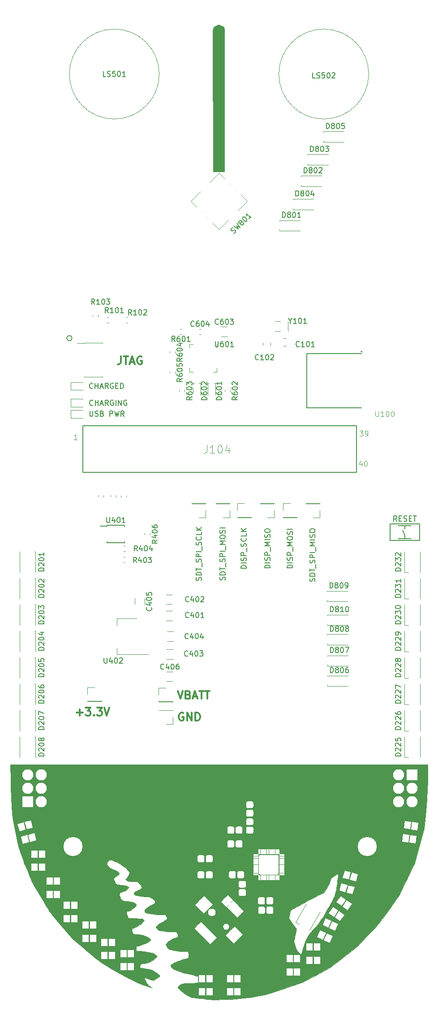
<source format=gto>
G04 #@! TF.GenerationSoftware,KiCad,Pcbnew,(5.1.0-0)*
G04 #@! TF.CreationDate,2019-04-19T22:26:30-07:00*
G04 #@! TF.ProjectId,DC27-badge,44433237-2d62-4616-9467-652e6b696361,rev?*
G04 #@! TF.SameCoordinates,Original*
G04 #@! TF.FileFunction,Legend,Top*
G04 #@! TF.FilePolarity,Positive*
%FSLAX46Y46*%
G04 Gerber Fmt 4.6, Leading zero omitted, Abs format (unit mm)*
G04 Created by KiCad (PCBNEW (5.1.0-0)) date 2019-04-19 22:26:30*
%MOMM*%
%LPD*%
G04 APERTURE LIST*
%ADD10C,0.100000*%
%ADD11C,0.300000*%
%ADD12C,0.150000*%
%ADD13C,0.200000*%
%ADD14C,0.010000*%
%ADD15C,0.120000*%
%ADD16C,0.127000*%
%ADD17C,0.050000*%
%ADD18C,0.152400*%
%ADD19C,1.650000*%
%ADD20R,1.200000X1.400000*%
%ADD21C,1.200000*%
%ADD22C,0.370000*%
%ADD23C,3.720000*%
%ADD24C,2.200000*%
%ADD25C,1.450000*%
%ADD26C,1.150000*%
%ADD27C,1.400000*%
%ADD28C,1.275000*%
%ADD29R,2.100000X2.100000*%
%ADD30O,2.100000X2.100000*%
%ADD31R,1.419990X2.620010*%
%ADD32R,1.300000X1.600000*%
%ADD33C,3.600000*%
%ADD34C,1.924000*%
%ADD35R,1.800000X0.700000*%
%ADD36R,1.400000X2.200000*%
%ADD37R,0.900000X0.900000*%
%ADD38R,2.400000X1.900000*%
%ADD39R,2.400000X4.200000*%
%ADD40R,2.800000X1.140000*%
%ADD41C,0.650000*%
%ADD42C,3.750000*%
%ADD43C,1.300000*%
%ADD44C,1.375000*%
%ADD45O,1.997660X1.299160*%
%ADD46O,1.200006X0.500006*%
%ADD47R,1.303020X0.901700*%
G04 APERTURE END LIST*
D10*
G36*
X106090000Y-39820000D02*
G01*
X106240000Y-40410000D01*
X106210000Y-67170000D01*
X104070000Y-67170000D01*
X104050000Y-40410000D01*
X104260000Y-39800000D01*
X105140000Y-39410000D01*
X106090000Y-39820000D01*
G37*
X106090000Y-39820000D02*
X106240000Y-40410000D01*
X106210000Y-67170000D01*
X104070000Y-67170000D01*
X104050000Y-40410000D01*
X104260000Y-39800000D01*
X105140000Y-39410000D01*
X106090000Y-39820000D01*
D11*
X78270000Y-169397142D02*
X79412857Y-169397142D01*
X78841428Y-169968571D02*
X78841428Y-168825714D01*
X79984285Y-168468571D02*
X80912857Y-168468571D01*
X80412857Y-169040000D01*
X80627142Y-169040000D01*
X80770000Y-169111428D01*
X80841428Y-169182857D01*
X80912857Y-169325714D01*
X80912857Y-169682857D01*
X80841428Y-169825714D01*
X80770000Y-169897142D01*
X80627142Y-169968571D01*
X80198571Y-169968571D01*
X80055714Y-169897142D01*
X79984285Y-169825714D01*
X81555714Y-169825714D02*
X81627142Y-169897142D01*
X81555714Y-169968571D01*
X81484285Y-169897142D01*
X81555714Y-169825714D01*
X81555714Y-169968571D01*
X82127142Y-168468571D02*
X83055714Y-168468571D01*
X82555714Y-169040000D01*
X82770000Y-169040000D01*
X82912857Y-169111428D01*
X82984285Y-169182857D01*
X83055714Y-169325714D01*
X83055714Y-169682857D01*
X82984285Y-169825714D01*
X82912857Y-169897142D01*
X82770000Y-169968571D01*
X82341428Y-169968571D01*
X82198571Y-169897142D01*
X82127142Y-169825714D01*
X83484285Y-168468571D02*
X83984285Y-169968571D01*
X84484285Y-168468571D01*
X97374285Y-165298571D02*
X97874285Y-166798571D01*
X98374285Y-165298571D01*
X99374285Y-166012857D02*
X99588571Y-166084285D01*
X99660000Y-166155714D01*
X99731428Y-166298571D01*
X99731428Y-166512857D01*
X99660000Y-166655714D01*
X99588571Y-166727142D01*
X99445714Y-166798571D01*
X98874285Y-166798571D01*
X98874285Y-165298571D01*
X99374285Y-165298571D01*
X99517142Y-165370000D01*
X99588571Y-165441428D01*
X99660000Y-165584285D01*
X99660000Y-165727142D01*
X99588571Y-165870000D01*
X99517142Y-165941428D01*
X99374285Y-166012857D01*
X98874285Y-166012857D01*
X100302857Y-166370000D02*
X101017142Y-166370000D01*
X100160000Y-166798571D02*
X100660000Y-165298571D01*
X101160000Y-166798571D01*
X101445714Y-165298571D02*
X102302857Y-165298571D01*
X101874285Y-166798571D02*
X101874285Y-165298571D01*
X102588571Y-165298571D02*
X103445714Y-165298571D01*
X103017142Y-166798571D02*
X103017142Y-165298571D01*
X98457142Y-169480000D02*
X98314285Y-169408571D01*
X98100000Y-169408571D01*
X97885714Y-169480000D01*
X97742857Y-169622857D01*
X97671428Y-169765714D01*
X97600000Y-170051428D01*
X97600000Y-170265714D01*
X97671428Y-170551428D01*
X97742857Y-170694285D01*
X97885714Y-170837142D01*
X98100000Y-170908571D01*
X98242857Y-170908571D01*
X98457142Y-170837142D01*
X98528571Y-170765714D01*
X98528571Y-170265714D01*
X98242857Y-170265714D01*
X99171428Y-170908571D02*
X99171428Y-169408571D01*
X100028571Y-170908571D01*
X100028571Y-169408571D01*
X100742857Y-170908571D02*
X100742857Y-169408571D01*
X101100000Y-169408571D01*
X101314285Y-169480000D01*
X101457142Y-169622857D01*
X101528571Y-169765714D01*
X101600000Y-170051428D01*
X101600000Y-170265714D01*
X101528571Y-170551428D01*
X101457142Y-170694285D01*
X101314285Y-170837142D01*
X101100000Y-170908571D01*
X100742857Y-170908571D01*
D12*
X80775595Y-112402380D02*
X80775595Y-113211904D01*
X80823214Y-113307142D01*
X80870833Y-113354761D01*
X80966071Y-113402380D01*
X81156547Y-113402380D01*
X81251785Y-113354761D01*
X81299404Y-113307142D01*
X81347023Y-113211904D01*
X81347023Y-112402380D01*
X81775595Y-113354761D02*
X81918452Y-113402380D01*
X82156547Y-113402380D01*
X82251785Y-113354761D01*
X82299404Y-113307142D01*
X82347023Y-113211904D01*
X82347023Y-113116666D01*
X82299404Y-113021428D01*
X82251785Y-112973809D01*
X82156547Y-112926190D01*
X81966071Y-112878571D01*
X81870833Y-112830952D01*
X81823214Y-112783333D01*
X81775595Y-112688095D01*
X81775595Y-112592857D01*
X81823214Y-112497619D01*
X81870833Y-112450000D01*
X81966071Y-112402380D01*
X82204166Y-112402380D01*
X82347023Y-112450000D01*
X83108928Y-112878571D02*
X83251785Y-112926190D01*
X83299404Y-112973809D01*
X83347023Y-113069047D01*
X83347023Y-113211904D01*
X83299404Y-113307142D01*
X83251785Y-113354761D01*
X83156547Y-113402380D01*
X82775595Y-113402380D01*
X82775595Y-112402380D01*
X83108928Y-112402380D01*
X83204166Y-112450000D01*
X83251785Y-112497619D01*
X83299404Y-112592857D01*
X83299404Y-112688095D01*
X83251785Y-112783333D01*
X83204166Y-112830952D01*
X83108928Y-112878571D01*
X82775595Y-112878571D01*
X84537500Y-113402380D02*
X84537500Y-112402380D01*
X84918452Y-112402380D01*
X85013690Y-112450000D01*
X85061309Y-112497619D01*
X85108928Y-112592857D01*
X85108928Y-112735714D01*
X85061309Y-112830952D01*
X85013690Y-112878571D01*
X84918452Y-112926190D01*
X84537500Y-112926190D01*
X85442261Y-112402380D02*
X85680357Y-113402380D01*
X85870833Y-112688095D01*
X86061309Y-113402380D01*
X86299404Y-112402380D01*
X87251785Y-113402380D02*
X86918452Y-112926190D01*
X86680357Y-113402380D02*
X86680357Y-112402380D01*
X87061309Y-112402380D01*
X87156547Y-112450000D01*
X87204166Y-112497619D01*
X87251785Y-112592857D01*
X87251785Y-112735714D01*
X87204166Y-112830952D01*
X87156547Y-112878571D01*
X87061309Y-112926190D01*
X86680357Y-112926190D01*
X81334761Y-108057142D02*
X81287142Y-108104761D01*
X81144285Y-108152380D01*
X81049047Y-108152380D01*
X80906190Y-108104761D01*
X80810952Y-108009523D01*
X80763333Y-107914285D01*
X80715714Y-107723809D01*
X80715714Y-107580952D01*
X80763333Y-107390476D01*
X80810952Y-107295238D01*
X80906190Y-107200000D01*
X81049047Y-107152380D01*
X81144285Y-107152380D01*
X81287142Y-107200000D01*
X81334761Y-107247619D01*
X81763333Y-108152380D02*
X81763333Y-107152380D01*
X81763333Y-107628571D02*
X82334761Y-107628571D01*
X82334761Y-108152380D02*
X82334761Y-107152380D01*
X82763333Y-107866666D02*
X83239523Y-107866666D01*
X82668095Y-108152380D02*
X83001428Y-107152380D01*
X83334761Y-108152380D01*
X84239523Y-108152380D02*
X83906190Y-107676190D01*
X83668095Y-108152380D02*
X83668095Y-107152380D01*
X84049047Y-107152380D01*
X84144285Y-107200000D01*
X84191904Y-107247619D01*
X84239523Y-107342857D01*
X84239523Y-107485714D01*
X84191904Y-107580952D01*
X84144285Y-107628571D01*
X84049047Y-107676190D01*
X83668095Y-107676190D01*
X85191904Y-107200000D02*
X85096666Y-107152380D01*
X84953809Y-107152380D01*
X84810952Y-107200000D01*
X84715714Y-107295238D01*
X84668095Y-107390476D01*
X84620476Y-107580952D01*
X84620476Y-107723809D01*
X84668095Y-107914285D01*
X84715714Y-108009523D01*
X84810952Y-108104761D01*
X84953809Y-108152380D01*
X85049047Y-108152380D01*
X85191904Y-108104761D01*
X85239523Y-108057142D01*
X85239523Y-107723809D01*
X85049047Y-107723809D01*
X85668095Y-107628571D02*
X86001428Y-107628571D01*
X86144285Y-108152380D02*
X85668095Y-108152380D01*
X85668095Y-107152380D01*
X86144285Y-107152380D01*
X86572857Y-108152380D02*
X86572857Y-107152380D01*
X86810952Y-107152380D01*
X86953809Y-107200000D01*
X87049047Y-107295238D01*
X87096666Y-107390476D01*
X87144285Y-107580952D01*
X87144285Y-107723809D01*
X87096666Y-107914285D01*
X87049047Y-108009523D01*
X86953809Y-108104761D01*
X86810952Y-108152380D01*
X86572857Y-108152380D01*
X81357023Y-111247142D02*
X81309404Y-111294761D01*
X81166547Y-111342380D01*
X81071309Y-111342380D01*
X80928452Y-111294761D01*
X80833214Y-111199523D01*
X80785595Y-111104285D01*
X80737976Y-110913809D01*
X80737976Y-110770952D01*
X80785595Y-110580476D01*
X80833214Y-110485238D01*
X80928452Y-110390000D01*
X81071309Y-110342380D01*
X81166547Y-110342380D01*
X81309404Y-110390000D01*
X81357023Y-110437619D01*
X81785595Y-111342380D02*
X81785595Y-110342380D01*
X81785595Y-110818571D02*
X82357023Y-110818571D01*
X82357023Y-111342380D02*
X82357023Y-110342380D01*
X82785595Y-111056666D02*
X83261785Y-111056666D01*
X82690357Y-111342380D02*
X83023690Y-110342380D01*
X83357023Y-111342380D01*
X84261785Y-111342380D02*
X83928452Y-110866190D01*
X83690357Y-111342380D02*
X83690357Y-110342380D01*
X84071309Y-110342380D01*
X84166547Y-110390000D01*
X84214166Y-110437619D01*
X84261785Y-110532857D01*
X84261785Y-110675714D01*
X84214166Y-110770952D01*
X84166547Y-110818571D01*
X84071309Y-110866190D01*
X83690357Y-110866190D01*
X85214166Y-110390000D02*
X85118928Y-110342380D01*
X84976071Y-110342380D01*
X84833214Y-110390000D01*
X84737976Y-110485238D01*
X84690357Y-110580476D01*
X84642738Y-110770952D01*
X84642738Y-110913809D01*
X84690357Y-111104285D01*
X84737976Y-111199523D01*
X84833214Y-111294761D01*
X84976071Y-111342380D01*
X85071309Y-111342380D01*
X85214166Y-111294761D01*
X85261785Y-111247142D01*
X85261785Y-110913809D01*
X85071309Y-110913809D01*
X85690357Y-111342380D02*
X85690357Y-110342380D01*
X86166547Y-111342380D02*
X86166547Y-110342380D01*
X86737976Y-111342380D01*
X86737976Y-110342380D01*
X87737976Y-110390000D02*
X87642738Y-110342380D01*
X87499880Y-110342380D01*
X87357023Y-110390000D01*
X87261785Y-110485238D01*
X87214166Y-110580476D01*
X87166547Y-110770952D01*
X87166547Y-110913809D01*
X87214166Y-111104285D01*
X87261785Y-111199523D01*
X87357023Y-111294761D01*
X87499880Y-111342380D01*
X87595119Y-111342380D01*
X87737976Y-111294761D01*
X87785595Y-111247142D01*
X87785595Y-110913809D01*
X87595119Y-110913809D01*
D11*
X86650000Y-102078571D02*
X86650000Y-103150000D01*
X86578571Y-103364285D01*
X86435714Y-103507142D01*
X86221428Y-103578571D01*
X86078571Y-103578571D01*
X87150000Y-102078571D02*
X88007142Y-102078571D01*
X87578571Y-103578571D02*
X87578571Y-102078571D01*
X88435714Y-103150000D02*
X89150000Y-103150000D01*
X88292857Y-103578571D02*
X88792857Y-102078571D01*
X89292857Y-103578571D01*
X90578571Y-102150000D02*
X90435714Y-102078571D01*
X90221428Y-102078571D01*
X90007142Y-102150000D01*
X89864285Y-102292857D01*
X89792857Y-102435714D01*
X89721428Y-102721428D01*
X89721428Y-102935714D01*
X89792857Y-103221428D01*
X89864285Y-103364285D01*
X90007142Y-103507142D01*
X90221428Y-103578571D01*
X90364285Y-103578571D01*
X90578571Y-103507142D01*
X90650000Y-103435714D01*
X90650000Y-102935714D01*
X90364285Y-102935714D01*
D13*
X77400000Y-98650000D02*
G75*
G03X77400000Y-98650000I-500000J0D01*
G01*
X101804761Y-144423809D02*
X101852380Y-144280952D01*
X101852380Y-144042857D01*
X101804761Y-143947619D01*
X101757142Y-143900000D01*
X101661904Y-143852380D01*
X101566666Y-143852380D01*
X101471428Y-143900000D01*
X101423809Y-143947619D01*
X101376190Y-144042857D01*
X101328571Y-144233333D01*
X101280952Y-144328571D01*
X101233333Y-144376190D01*
X101138095Y-144423809D01*
X101042857Y-144423809D01*
X100947619Y-144376190D01*
X100900000Y-144328571D01*
X100852380Y-144233333D01*
X100852380Y-143995238D01*
X100900000Y-143852380D01*
X101852380Y-143423809D02*
X100852380Y-143423809D01*
X100852380Y-143185714D01*
X100900000Y-143042857D01*
X100995238Y-142947619D01*
X101090476Y-142900000D01*
X101280952Y-142852380D01*
X101423809Y-142852380D01*
X101614285Y-142900000D01*
X101709523Y-142947619D01*
X101804761Y-143042857D01*
X101852380Y-143185714D01*
X101852380Y-143423809D01*
X100852380Y-142566666D02*
X100852380Y-141995238D01*
X101852380Y-142280952D02*
X100852380Y-142280952D01*
X101947619Y-141900000D02*
X101947619Y-141138095D01*
X101804761Y-140947619D02*
X101852380Y-140804761D01*
X101852380Y-140566666D01*
X101804761Y-140471428D01*
X101757142Y-140423809D01*
X101661904Y-140376190D01*
X101566666Y-140376190D01*
X101471428Y-140423809D01*
X101423809Y-140471428D01*
X101376190Y-140566666D01*
X101328571Y-140757142D01*
X101280952Y-140852380D01*
X101233333Y-140900000D01*
X101138095Y-140947619D01*
X101042857Y-140947619D01*
X100947619Y-140900000D01*
X100900000Y-140852380D01*
X100852380Y-140757142D01*
X100852380Y-140519047D01*
X100900000Y-140376190D01*
X101852380Y-139947619D02*
X100852380Y-139947619D01*
X100852380Y-139566666D01*
X100900000Y-139471428D01*
X100947619Y-139423809D01*
X101042857Y-139376190D01*
X101185714Y-139376190D01*
X101280952Y-139423809D01*
X101328571Y-139471428D01*
X101376190Y-139566666D01*
X101376190Y-139947619D01*
X101852380Y-138947619D02*
X100852380Y-138947619D01*
X101947619Y-138709523D02*
X101947619Y-137947619D01*
X101804761Y-137757142D02*
X101852380Y-137614285D01*
X101852380Y-137376190D01*
X101804761Y-137280952D01*
X101757142Y-137233333D01*
X101661904Y-137185714D01*
X101566666Y-137185714D01*
X101471428Y-137233333D01*
X101423809Y-137280952D01*
X101376190Y-137376190D01*
X101328571Y-137566666D01*
X101280952Y-137661904D01*
X101233333Y-137709523D01*
X101138095Y-137757142D01*
X101042857Y-137757142D01*
X100947619Y-137709523D01*
X100900000Y-137661904D01*
X100852380Y-137566666D01*
X100852380Y-137328571D01*
X100900000Y-137185714D01*
X101757142Y-136185714D02*
X101804761Y-136233333D01*
X101852380Y-136376190D01*
X101852380Y-136471428D01*
X101804761Y-136614285D01*
X101709523Y-136709523D01*
X101614285Y-136757142D01*
X101423809Y-136804761D01*
X101280952Y-136804761D01*
X101090476Y-136757142D01*
X100995238Y-136709523D01*
X100900000Y-136614285D01*
X100852380Y-136471428D01*
X100852380Y-136376190D01*
X100900000Y-136233333D01*
X100947619Y-136185714D01*
X101852380Y-135280952D02*
X101852380Y-135757142D01*
X100852380Y-135757142D01*
X101852380Y-134947619D02*
X100852380Y-134947619D01*
X101852380Y-134376190D02*
X101280952Y-134804761D01*
X100852380Y-134376190D02*
X101423809Y-134947619D01*
X110352380Y-142138095D02*
X109352380Y-142138095D01*
X109352380Y-141900000D01*
X109400000Y-141757142D01*
X109495238Y-141661904D01*
X109590476Y-141614285D01*
X109780952Y-141566666D01*
X109923809Y-141566666D01*
X110114285Y-141614285D01*
X110209523Y-141661904D01*
X110304761Y-141757142D01*
X110352380Y-141900000D01*
X110352380Y-142138095D01*
X110352380Y-141138095D02*
X109352380Y-141138095D01*
X110304761Y-140709523D02*
X110352380Y-140566666D01*
X110352380Y-140328571D01*
X110304761Y-140233333D01*
X110257142Y-140185714D01*
X110161904Y-140138095D01*
X110066666Y-140138095D01*
X109971428Y-140185714D01*
X109923809Y-140233333D01*
X109876190Y-140328571D01*
X109828571Y-140519047D01*
X109780952Y-140614285D01*
X109733333Y-140661904D01*
X109638095Y-140709523D01*
X109542857Y-140709523D01*
X109447619Y-140661904D01*
X109400000Y-140614285D01*
X109352380Y-140519047D01*
X109352380Y-140280952D01*
X109400000Y-140138095D01*
X110352380Y-139709523D02*
X109352380Y-139709523D01*
X109352380Y-139328571D01*
X109400000Y-139233333D01*
X109447619Y-139185714D01*
X109542857Y-139138095D01*
X109685714Y-139138095D01*
X109780952Y-139185714D01*
X109828571Y-139233333D01*
X109876190Y-139328571D01*
X109876190Y-139709523D01*
X110447619Y-138947619D02*
X110447619Y-138185714D01*
X110304761Y-137995238D02*
X110352380Y-137852380D01*
X110352380Y-137614285D01*
X110304761Y-137519047D01*
X110257142Y-137471428D01*
X110161904Y-137423809D01*
X110066666Y-137423809D01*
X109971428Y-137471428D01*
X109923809Y-137519047D01*
X109876190Y-137614285D01*
X109828571Y-137804761D01*
X109780952Y-137900000D01*
X109733333Y-137947619D01*
X109638095Y-137995238D01*
X109542857Y-137995238D01*
X109447619Y-137947619D01*
X109400000Y-137900000D01*
X109352380Y-137804761D01*
X109352380Y-137566666D01*
X109400000Y-137423809D01*
X110257142Y-136423809D02*
X110304761Y-136471428D01*
X110352380Y-136614285D01*
X110352380Y-136709523D01*
X110304761Y-136852380D01*
X110209523Y-136947619D01*
X110114285Y-136995238D01*
X109923809Y-137042857D01*
X109780952Y-137042857D01*
X109590476Y-136995238D01*
X109495238Y-136947619D01*
X109400000Y-136852380D01*
X109352380Y-136709523D01*
X109352380Y-136614285D01*
X109400000Y-136471428D01*
X109447619Y-136423809D01*
X110352380Y-135519047D02*
X110352380Y-135995238D01*
X109352380Y-135995238D01*
X110352380Y-135185714D02*
X109352380Y-135185714D01*
X110352380Y-134614285D02*
X109780952Y-135042857D01*
X109352380Y-134614285D02*
X109923809Y-135185714D01*
X114852380Y-142066666D02*
X113852380Y-142066666D01*
X113852380Y-141828571D01*
X113900000Y-141685714D01*
X113995238Y-141590476D01*
X114090476Y-141542857D01*
X114280952Y-141495238D01*
X114423809Y-141495238D01*
X114614285Y-141542857D01*
X114709523Y-141590476D01*
X114804761Y-141685714D01*
X114852380Y-141828571D01*
X114852380Y-142066666D01*
X114852380Y-141066666D02*
X113852380Y-141066666D01*
X114804761Y-140638095D02*
X114852380Y-140495238D01*
X114852380Y-140257142D01*
X114804761Y-140161904D01*
X114757142Y-140114285D01*
X114661904Y-140066666D01*
X114566666Y-140066666D01*
X114471428Y-140114285D01*
X114423809Y-140161904D01*
X114376190Y-140257142D01*
X114328571Y-140447619D01*
X114280952Y-140542857D01*
X114233333Y-140590476D01*
X114138095Y-140638095D01*
X114042857Y-140638095D01*
X113947619Y-140590476D01*
X113900000Y-140542857D01*
X113852380Y-140447619D01*
X113852380Y-140209523D01*
X113900000Y-140066666D01*
X114852380Y-139638095D02*
X113852380Y-139638095D01*
X113852380Y-139257142D01*
X113900000Y-139161904D01*
X113947619Y-139114285D01*
X114042857Y-139066666D01*
X114185714Y-139066666D01*
X114280952Y-139114285D01*
X114328571Y-139161904D01*
X114376190Y-139257142D01*
X114376190Y-139638095D01*
X114947619Y-138876190D02*
X114947619Y-138114285D01*
X114852380Y-137876190D02*
X113852380Y-137876190D01*
X114566666Y-137542857D01*
X113852380Y-137209523D01*
X114852380Y-137209523D01*
X114852380Y-136733333D02*
X113852380Y-136733333D01*
X114804761Y-136304761D02*
X114852380Y-136161904D01*
X114852380Y-135923809D01*
X114804761Y-135828571D01*
X114757142Y-135780952D01*
X114661904Y-135733333D01*
X114566666Y-135733333D01*
X114471428Y-135780952D01*
X114423809Y-135828571D01*
X114376190Y-135923809D01*
X114328571Y-136114285D01*
X114280952Y-136209523D01*
X114233333Y-136257142D01*
X114138095Y-136304761D01*
X114042857Y-136304761D01*
X113947619Y-136257142D01*
X113900000Y-136209523D01*
X113852380Y-136114285D01*
X113852380Y-135876190D01*
X113900000Y-135733333D01*
X113852380Y-135114285D02*
X113852380Y-134923809D01*
X113900000Y-134828571D01*
X113995238Y-134733333D01*
X114185714Y-134685714D01*
X114519047Y-134685714D01*
X114709523Y-134733333D01*
X114804761Y-134828571D01*
X114852380Y-134923809D01*
X114852380Y-135114285D01*
X114804761Y-135209523D01*
X114709523Y-135304761D01*
X114519047Y-135352380D01*
X114185714Y-135352380D01*
X113995238Y-135304761D01*
X113900000Y-135209523D01*
X113852380Y-135114285D01*
X119102380Y-142066666D02*
X118102380Y-142066666D01*
X118102380Y-141828571D01*
X118150000Y-141685714D01*
X118245238Y-141590476D01*
X118340476Y-141542857D01*
X118530952Y-141495238D01*
X118673809Y-141495238D01*
X118864285Y-141542857D01*
X118959523Y-141590476D01*
X119054761Y-141685714D01*
X119102380Y-141828571D01*
X119102380Y-142066666D01*
X119102380Y-141066666D02*
X118102380Y-141066666D01*
X119054761Y-140638095D02*
X119102380Y-140495238D01*
X119102380Y-140257142D01*
X119054761Y-140161904D01*
X119007142Y-140114285D01*
X118911904Y-140066666D01*
X118816666Y-140066666D01*
X118721428Y-140114285D01*
X118673809Y-140161904D01*
X118626190Y-140257142D01*
X118578571Y-140447619D01*
X118530952Y-140542857D01*
X118483333Y-140590476D01*
X118388095Y-140638095D01*
X118292857Y-140638095D01*
X118197619Y-140590476D01*
X118150000Y-140542857D01*
X118102380Y-140447619D01*
X118102380Y-140209523D01*
X118150000Y-140066666D01*
X119102380Y-139638095D02*
X118102380Y-139638095D01*
X118102380Y-139257142D01*
X118150000Y-139161904D01*
X118197619Y-139114285D01*
X118292857Y-139066666D01*
X118435714Y-139066666D01*
X118530952Y-139114285D01*
X118578571Y-139161904D01*
X118626190Y-139257142D01*
X118626190Y-139638095D01*
X119197619Y-138876190D02*
X119197619Y-138114285D01*
X119102380Y-137876190D02*
X118102380Y-137876190D01*
X118816666Y-137542857D01*
X118102380Y-137209523D01*
X119102380Y-137209523D01*
X118102380Y-136542857D02*
X118102380Y-136352380D01*
X118150000Y-136257142D01*
X118245238Y-136161904D01*
X118435714Y-136114285D01*
X118769047Y-136114285D01*
X118959523Y-136161904D01*
X119054761Y-136257142D01*
X119102380Y-136352380D01*
X119102380Y-136542857D01*
X119054761Y-136638095D01*
X118959523Y-136733333D01*
X118769047Y-136780952D01*
X118435714Y-136780952D01*
X118245238Y-136733333D01*
X118150000Y-136638095D01*
X118102380Y-136542857D01*
X119054761Y-135733333D02*
X119102380Y-135590476D01*
X119102380Y-135352380D01*
X119054761Y-135257142D01*
X119007142Y-135209523D01*
X118911904Y-135161904D01*
X118816666Y-135161904D01*
X118721428Y-135209523D01*
X118673809Y-135257142D01*
X118626190Y-135352380D01*
X118578571Y-135542857D01*
X118530952Y-135638095D01*
X118483333Y-135685714D01*
X118388095Y-135733333D01*
X118292857Y-135733333D01*
X118197619Y-135685714D01*
X118150000Y-135638095D01*
X118102380Y-135542857D01*
X118102380Y-135304761D01*
X118150000Y-135161904D01*
X119102380Y-134733333D02*
X118102380Y-134733333D01*
X123304761Y-144602380D02*
X123352380Y-144459523D01*
X123352380Y-144221428D01*
X123304761Y-144126190D01*
X123257142Y-144078571D01*
X123161904Y-144030952D01*
X123066666Y-144030952D01*
X122971428Y-144078571D01*
X122923809Y-144126190D01*
X122876190Y-144221428D01*
X122828571Y-144411904D01*
X122780952Y-144507142D01*
X122733333Y-144554761D01*
X122638095Y-144602380D01*
X122542857Y-144602380D01*
X122447619Y-144554761D01*
X122400000Y-144507142D01*
X122352380Y-144411904D01*
X122352380Y-144173809D01*
X122400000Y-144030952D01*
X123352380Y-143602380D02*
X122352380Y-143602380D01*
X122352380Y-143364285D01*
X122400000Y-143221428D01*
X122495238Y-143126190D01*
X122590476Y-143078571D01*
X122780952Y-143030952D01*
X122923809Y-143030952D01*
X123114285Y-143078571D01*
X123209523Y-143126190D01*
X123304761Y-143221428D01*
X123352380Y-143364285D01*
X123352380Y-143602380D01*
X122352380Y-142745238D02*
X122352380Y-142173809D01*
X123352380Y-142459523D02*
X122352380Y-142459523D01*
X123447619Y-142078571D02*
X123447619Y-141316666D01*
X123304761Y-141126190D02*
X123352380Y-140983333D01*
X123352380Y-140745238D01*
X123304761Y-140650000D01*
X123257142Y-140602380D01*
X123161904Y-140554761D01*
X123066666Y-140554761D01*
X122971428Y-140602380D01*
X122923809Y-140650000D01*
X122876190Y-140745238D01*
X122828571Y-140935714D01*
X122780952Y-141030952D01*
X122733333Y-141078571D01*
X122638095Y-141126190D01*
X122542857Y-141126190D01*
X122447619Y-141078571D01*
X122400000Y-141030952D01*
X122352380Y-140935714D01*
X122352380Y-140697619D01*
X122400000Y-140554761D01*
X123352380Y-140126190D02*
X122352380Y-140126190D01*
X122352380Y-139745238D01*
X122400000Y-139650000D01*
X122447619Y-139602380D01*
X122542857Y-139554761D01*
X122685714Y-139554761D01*
X122780952Y-139602380D01*
X122828571Y-139650000D01*
X122876190Y-139745238D01*
X122876190Y-140126190D01*
X123352380Y-139126190D02*
X122352380Y-139126190D01*
X123447619Y-138888095D02*
X123447619Y-138126190D01*
X123352380Y-137888095D02*
X122352380Y-137888095D01*
X123066666Y-137554761D01*
X122352380Y-137221428D01*
X123352380Y-137221428D01*
X123352380Y-136745238D02*
X122352380Y-136745238D01*
X123304761Y-136316666D02*
X123352380Y-136173809D01*
X123352380Y-135935714D01*
X123304761Y-135840476D01*
X123257142Y-135792857D01*
X123161904Y-135745238D01*
X123066666Y-135745238D01*
X122971428Y-135792857D01*
X122923809Y-135840476D01*
X122876190Y-135935714D01*
X122828571Y-136126190D01*
X122780952Y-136221428D01*
X122733333Y-136269047D01*
X122638095Y-136316666D01*
X122542857Y-136316666D01*
X122447619Y-136269047D01*
X122400000Y-136221428D01*
X122352380Y-136126190D01*
X122352380Y-135888095D01*
X122400000Y-135745238D01*
X122352380Y-135126190D02*
X122352380Y-134935714D01*
X122400000Y-134840476D01*
X122495238Y-134745238D01*
X122685714Y-134697619D01*
X123019047Y-134697619D01*
X123209523Y-134745238D01*
X123304761Y-134840476D01*
X123352380Y-134935714D01*
X123352380Y-135126190D01*
X123304761Y-135221428D01*
X123209523Y-135316666D01*
X123019047Y-135364285D01*
X122685714Y-135364285D01*
X122495238Y-135316666D01*
X122400000Y-135221428D01*
X122352380Y-135126190D01*
X106304761Y-144352380D02*
X106352380Y-144209523D01*
X106352380Y-143971428D01*
X106304761Y-143876190D01*
X106257142Y-143828571D01*
X106161904Y-143780952D01*
X106066666Y-143780952D01*
X105971428Y-143828571D01*
X105923809Y-143876190D01*
X105876190Y-143971428D01*
X105828571Y-144161904D01*
X105780952Y-144257142D01*
X105733333Y-144304761D01*
X105638095Y-144352380D01*
X105542857Y-144352380D01*
X105447619Y-144304761D01*
X105400000Y-144257142D01*
X105352380Y-144161904D01*
X105352380Y-143923809D01*
X105400000Y-143780952D01*
X106352380Y-143352380D02*
X105352380Y-143352380D01*
X105352380Y-143114285D01*
X105400000Y-142971428D01*
X105495238Y-142876190D01*
X105590476Y-142828571D01*
X105780952Y-142780952D01*
X105923809Y-142780952D01*
X106114285Y-142828571D01*
X106209523Y-142876190D01*
X106304761Y-142971428D01*
X106352380Y-143114285D01*
X106352380Y-143352380D01*
X105352380Y-142495238D02*
X105352380Y-141923809D01*
X106352380Y-142209523D02*
X105352380Y-142209523D01*
X106447619Y-141828571D02*
X106447619Y-141066666D01*
X106304761Y-140876190D02*
X106352380Y-140733333D01*
X106352380Y-140495238D01*
X106304761Y-140400000D01*
X106257142Y-140352380D01*
X106161904Y-140304761D01*
X106066666Y-140304761D01*
X105971428Y-140352380D01*
X105923809Y-140400000D01*
X105876190Y-140495238D01*
X105828571Y-140685714D01*
X105780952Y-140780952D01*
X105733333Y-140828571D01*
X105638095Y-140876190D01*
X105542857Y-140876190D01*
X105447619Y-140828571D01*
X105400000Y-140780952D01*
X105352380Y-140685714D01*
X105352380Y-140447619D01*
X105400000Y-140304761D01*
X106352380Y-139876190D02*
X105352380Y-139876190D01*
X105352380Y-139495238D01*
X105400000Y-139400000D01*
X105447619Y-139352380D01*
X105542857Y-139304761D01*
X105685714Y-139304761D01*
X105780952Y-139352380D01*
X105828571Y-139400000D01*
X105876190Y-139495238D01*
X105876190Y-139876190D01*
X106352380Y-138876190D02*
X105352380Y-138876190D01*
X106447619Y-138638095D02*
X106447619Y-137876190D01*
X106352380Y-137638095D02*
X105352380Y-137638095D01*
X106066666Y-137304761D01*
X105352380Y-136971428D01*
X106352380Y-136971428D01*
X105352380Y-136304761D02*
X105352380Y-136114285D01*
X105400000Y-136019047D01*
X105495238Y-135923809D01*
X105685714Y-135876190D01*
X106019047Y-135876190D01*
X106209523Y-135923809D01*
X106304761Y-136019047D01*
X106352380Y-136114285D01*
X106352380Y-136304761D01*
X106304761Y-136400000D01*
X106209523Y-136495238D01*
X106019047Y-136542857D01*
X105685714Y-136542857D01*
X105495238Y-136495238D01*
X105400000Y-136400000D01*
X105352380Y-136304761D01*
X106304761Y-135495238D02*
X106352380Y-135352380D01*
X106352380Y-135114285D01*
X106304761Y-135019047D01*
X106257142Y-134971428D01*
X106161904Y-134923809D01*
X106066666Y-134923809D01*
X105971428Y-134971428D01*
X105923809Y-135019047D01*
X105876190Y-135114285D01*
X105828571Y-135304761D01*
X105780952Y-135400000D01*
X105733333Y-135447619D01*
X105638095Y-135495238D01*
X105542857Y-135495238D01*
X105447619Y-135447619D01*
X105400000Y-135400000D01*
X105352380Y-135304761D01*
X105352380Y-135066666D01*
X105400000Y-134923809D01*
X106352380Y-134495238D02*
X105352380Y-134495238D01*
D14*
G36*
X92525000Y-221373667D02*
G01*
X92482667Y-221416000D01*
X92440334Y-221373667D01*
X92482667Y-221331334D01*
X92525000Y-221373667D01*
X92525000Y-221373667D01*
G37*
X92525000Y-221373667D02*
X92482667Y-221416000D01*
X92440334Y-221373667D01*
X92482667Y-221331334D01*
X92525000Y-221373667D01*
G36*
X144629804Y-181940167D02*
G01*
X144612231Y-182825579D01*
X144588374Y-183633792D01*
X144555960Y-184405180D01*
X144512713Y-185180114D01*
X144456359Y-185998970D01*
X144384623Y-186902120D01*
X144295232Y-187929939D01*
X144287589Y-188015000D01*
X143990300Y-191317000D01*
X142192360Y-197836334D01*
X139267194Y-203895126D01*
X137260603Y-206691845D01*
X136754989Y-207395529D01*
X136330278Y-207982425D01*
X135969156Y-208473688D01*
X135654314Y-208890471D01*
X135368440Y-209253929D01*
X135094221Y-209585216D01*
X134814347Y-209905485D01*
X134511505Y-210235890D01*
X134168385Y-210597586D01*
X133767675Y-211011727D01*
X133503855Y-211282448D01*
X133044878Y-211754049D01*
X132611342Y-212201681D01*
X132221146Y-212606697D01*
X131892186Y-212950450D01*
X131642362Y-213214293D01*
X131489569Y-213379578D01*
X131472194Y-213399207D01*
X131340831Y-213524272D01*
X131091456Y-213737441D01*
X130741288Y-214024899D01*
X130307542Y-214372831D01*
X129807436Y-214767424D01*
X129258186Y-215194863D01*
X128693416Y-215628810D01*
X126196143Y-217535539D01*
X123563405Y-218959671D01*
X120930667Y-220383802D01*
X118009667Y-221399845D01*
X116797450Y-221811950D01*
X115705283Y-222160462D01*
X114699571Y-222452973D01*
X113746720Y-222697076D01*
X112813135Y-222900362D01*
X111865222Y-223070425D01*
X110869387Y-223214856D01*
X109792036Y-223341249D01*
X109119667Y-223408987D01*
X108331296Y-223474877D01*
X107481321Y-223528897D01*
X106601860Y-223570302D01*
X105725028Y-223598349D01*
X104882943Y-223612293D01*
X104107723Y-223611390D01*
X103431483Y-223594897D01*
X102886341Y-223562070D01*
X102812000Y-223555109D01*
X102576372Y-223515053D01*
X102413950Y-223457730D01*
X102392900Y-223442342D01*
X102278120Y-223408442D01*
X102035225Y-223381820D01*
X101705392Y-223366071D01*
X101487730Y-223363334D01*
X101125471Y-223355120D01*
X100833921Y-223332942D01*
X100651371Y-223300498D01*
X100610667Y-223278667D01*
X100499920Y-223225074D01*
X100288511Y-223195828D01*
X100216858Y-223194000D01*
X99867128Y-223135219D01*
X99660103Y-223024667D01*
X99467516Y-222903235D01*
X99308082Y-222849712D01*
X99168219Y-222797721D01*
X98953449Y-222669879D01*
X98790334Y-222553801D01*
X98511087Y-222345469D01*
X98230612Y-222143032D01*
X98113000Y-222061019D01*
X97798770Y-221817178D01*
X97551793Y-221569480D01*
X97398936Y-221348923D01*
X97364404Y-221197259D01*
X97451702Y-221081799D01*
X97651897Y-220930972D01*
X97894680Y-220791228D01*
X98082249Y-220698696D01*
X98247843Y-220630964D01*
X98423266Y-220583331D01*
X98640321Y-220551096D01*
X98930810Y-220529557D01*
X99326538Y-220514016D01*
X99859308Y-220499770D01*
X99868042Y-220499553D01*
X100406733Y-220484307D01*
X100797037Y-220467708D01*
X101059898Y-220447411D01*
X101216261Y-220421070D01*
X101287068Y-220386338D01*
X101293264Y-220340870D01*
X101292919Y-220339956D01*
X101267289Y-220192074D01*
X101250128Y-219937763D01*
X101245667Y-219713085D01*
X101227477Y-219380894D01*
X101173687Y-219206178D01*
X101139834Y-219180914D01*
X100932021Y-219127671D01*
X100606231Y-219047071D01*
X100209341Y-218950435D01*
X99788231Y-218849084D01*
X99389780Y-218754338D01*
X99060866Y-218677518D01*
X98959667Y-218654434D01*
X98612316Y-218567124D01*
X98232366Y-218457552D01*
X97864996Y-218340383D01*
X97555387Y-218230281D01*
X97348719Y-218141911D01*
X97308667Y-218118554D01*
X97179970Y-218058196D01*
X96958766Y-217977232D01*
X96869275Y-217948052D01*
X96598908Y-217824510D01*
X96344687Y-217644827D01*
X96142956Y-217443638D01*
X96030060Y-217255579D01*
X96025547Y-217143994D01*
X96144668Y-217000358D01*
X96227246Y-216954089D01*
X96375468Y-216878190D01*
X96419667Y-216838823D01*
X96532479Y-216747386D01*
X96735262Y-216626328D01*
X96962681Y-216510190D01*
X97149398Y-216433509D01*
X97210673Y-216420667D01*
X97350371Y-216386503D01*
X97569688Y-216300938D01*
X97652597Y-216263295D01*
X97893825Y-216167464D01*
X98235342Y-216054097D01*
X98612570Y-215944280D01*
X98702865Y-215920375D01*
X99025122Y-215835581D01*
X99276004Y-215766950D01*
X99417299Y-215725051D01*
X99434822Y-215717913D01*
X99436470Y-215631818D01*
X99426832Y-215420371D01*
X99407959Y-215127027D01*
X99405081Y-215087167D01*
X99360247Y-214473334D01*
X98275954Y-214473334D01*
X97832977Y-214466940D01*
X97477385Y-214449128D01*
X97236758Y-214421953D01*
X97139334Y-214388667D01*
X97029519Y-214336930D01*
X96815279Y-214306982D01*
X96716000Y-214304000D01*
X96478312Y-214286237D01*
X96319474Y-214241569D01*
X96292667Y-214219334D01*
X96179836Y-214161586D01*
X95975571Y-214134883D01*
X95955002Y-214134667D01*
X95770521Y-214113411D01*
X95625451Y-214025582D01*
X95468698Y-213835083D01*
X95409665Y-213749422D01*
X95263391Y-213506689D01*
X95169080Y-213300276D01*
X95149667Y-213215162D01*
X95209218Y-213060906D01*
X95355530Y-212864200D01*
X95540095Y-212676869D01*
X95714403Y-212550743D01*
X95794713Y-212526000D01*
X95900900Y-212485859D01*
X95911667Y-212457041D01*
X95979956Y-212381360D01*
X96147907Y-212268600D01*
X96360141Y-212149776D01*
X96561282Y-212055905D01*
X96695552Y-212018000D01*
X96825685Y-211986009D01*
X97037146Y-211906450D01*
X97101214Y-211878973D01*
X97299954Y-211779303D01*
X97381694Y-211673282D01*
X97384028Y-211493318D01*
X97371999Y-211392139D01*
X97329056Y-211151126D01*
X97254307Y-210978764D01*
X97122142Y-210863692D01*
X96906956Y-210794549D01*
X96583140Y-210759973D01*
X96125088Y-210748601D01*
X95920204Y-210748000D01*
X95472886Y-210741687D01*
X95113738Y-210724078D01*
X94869882Y-210697166D01*
X94768667Y-210663334D01*
X94660893Y-210615662D01*
X94441101Y-210584953D01*
X94268227Y-210578667D01*
X93975393Y-210562891D01*
X93773621Y-210497319D01*
X93586132Y-210354584D01*
X93553557Y-210323930D01*
X93389693Y-210144616D01*
X93296547Y-209998595D01*
X93288353Y-209964097D01*
X93365707Y-209776877D01*
X93579034Y-209546736D01*
X93906392Y-209291885D01*
X94325842Y-209030536D01*
X94571750Y-208898782D01*
X94954268Y-208696700D01*
X95198866Y-208535580D01*
X95321627Y-208385977D01*
X95336799Y-208236504D01*
X118422306Y-208236504D01*
X119119039Y-209251911D01*
X119815772Y-210267319D01*
X119595377Y-211460159D01*
X119374983Y-212653000D01*
X119576591Y-213399498D01*
X119705019Y-213824442D01*
X119836881Y-214134499D01*
X119997206Y-214382732D01*
X120095790Y-214500165D01*
X120375884Y-214798761D01*
X120573350Y-214974438D01*
X120705154Y-215041220D01*
X120747978Y-215039364D01*
X120796131Y-214953855D01*
X120873110Y-214737382D01*
X120967941Y-214423572D01*
X121060629Y-214081267D01*
X121263260Y-213343726D01*
X121468223Y-212725093D01*
X121696334Y-212188491D01*
X121968408Y-211697038D01*
X122305261Y-211213856D01*
X122727708Y-210702064D01*
X123256566Y-210124783D01*
X123348199Y-210028334D01*
X123698463Y-209634072D01*
X124063473Y-209167331D01*
X124454109Y-208611905D01*
X124881249Y-207951585D01*
X125355774Y-207170163D01*
X125888563Y-206251433D01*
X125916987Y-206201496D01*
X126294545Y-205528147D01*
X126593514Y-204969425D01*
X126826108Y-204497030D01*
X127004540Y-204082659D01*
X127141025Y-203698012D01*
X127247776Y-203314787D01*
X127334726Y-202916334D01*
X127396174Y-202571146D01*
X127460790Y-202153866D01*
X127524877Y-201695728D01*
X127584737Y-201227968D01*
X127636670Y-200781821D01*
X127676980Y-200388521D01*
X127701969Y-200079305D01*
X127707937Y-199885408D01*
X127699475Y-199835586D01*
X127619064Y-199863903D01*
X127431822Y-199967648D01*
X127171340Y-200127613D01*
X127035359Y-200215319D01*
X126404398Y-200628207D01*
X126218829Y-201253299D01*
X126021061Y-201771206D01*
X125719697Y-202320356D01*
X125513963Y-202633786D01*
X124994667Y-203389181D01*
X123427715Y-204180063D01*
X123041347Y-204377514D01*
X122582463Y-204615975D01*
X122072512Y-204883907D01*
X121532946Y-205169772D01*
X120985214Y-205462031D01*
X120450767Y-205749146D01*
X119951055Y-206019578D01*
X119507529Y-206261789D01*
X119141639Y-206464240D01*
X118874835Y-206615393D01*
X118728568Y-206703710D01*
X118709259Y-206718186D01*
X118683884Y-206807826D01*
X118638417Y-207025262D01*
X118580811Y-207331293D01*
X118552496Y-207490631D01*
X118422306Y-208236504D01*
X95336799Y-208236504D01*
X95338633Y-208218443D01*
X95265966Y-208003532D01*
X95168649Y-207805834D01*
X95026493Y-207530667D01*
X93907743Y-207530667D01*
X93454781Y-207524457D01*
X93090997Y-207507106D01*
X92842926Y-207480533D01*
X92737099Y-207446656D01*
X92736667Y-207446000D01*
X92629068Y-207398677D01*
X92408836Y-207367948D01*
X92228667Y-207361334D01*
X91964979Y-207346775D01*
X91776483Y-207309384D01*
X91720667Y-207276667D01*
X91602933Y-207209034D01*
X91478603Y-207192000D01*
X91242170Y-207128951D01*
X91111986Y-206967618D01*
X91099047Y-206749717D01*
X91214352Y-206516967D01*
X91281624Y-206444759D01*
X91445295Y-206315494D01*
X91566467Y-206260681D01*
X91567590Y-206260667D01*
X91692689Y-206202128D01*
X91759883Y-206137423D01*
X91880950Y-206043621D01*
X92111302Y-205904311D01*
X92406822Y-205745684D01*
X92489917Y-205704001D01*
X92811835Y-205536015D01*
X93004806Y-205408042D01*
X93097147Y-205297310D01*
X93117667Y-205199154D01*
X93055943Y-205018184D01*
X92899797Y-204793044D01*
X92692766Y-204569919D01*
X92478389Y-204394997D01*
X92300205Y-204314463D01*
X92282635Y-204313334D01*
X92117798Y-204275899D01*
X92059334Y-204228667D01*
X91956598Y-204192164D01*
X91721989Y-204163760D01*
X91392906Y-204146997D01*
X91165337Y-204144000D01*
X90773643Y-204135906D01*
X90490669Y-204113271D01*
X90340991Y-204078569D01*
X90323667Y-204059334D01*
X90248054Y-204008561D01*
X90057007Y-203978340D01*
X89947664Y-203974667D01*
X89708376Y-203957132D01*
X89547685Y-203912973D01*
X89519334Y-203890000D01*
X89399512Y-203818029D01*
X89308376Y-203805334D01*
X89165464Y-203734246D01*
X89076099Y-203574506D01*
X89082236Y-203406396D01*
X89091200Y-203389768D01*
X89185103Y-203318991D01*
X89393628Y-203198025D01*
X89678167Y-203048760D01*
X89795165Y-202990652D01*
X90100312Y-202834962D01*
X90345849Y-202697777D01*
X90492107Y-202601713D01*
X90512870Y-202581476D01*
X90572476Y-202412623D01*
X90519475Y-202210800D01*
X90343816Y-201952817D01*
X90142052Y-201725932D01*
X89706437Y-201265334D01*
X88803350Y-201265334D01*
X88391586Y-201261838D01*
X88112159Y-201247331D01*
X87928146Y-201215781D01*
X87802625Y-201161157D01*
X87708265Y-201086460D01*
X87516267Y-200907586D01*
X87715174Y-200684293D01*
X88019845Y-200306244D01*
X88216384Y-199982444D01*
X88291323Y-199735393D01*
X88291667Y-199721324D01*
X88221528Y-199539354D01*
X88012535Y-199266448D01*
X87718042Y-198955896D01*
X87465203Y-198710564D01*
X87256388Y-198518315D01*
X87120719Y-198405428D01*
X87087287Y-198386667D01*
X86991883Y-198341837D01*
X86805267Y-198226095D01*
X86635822Y-198111500D01*
X86268792Y-197859409D01*
X86009499Y-197692866D01*
X85830122Y-197595945D01*
X85702842Y-197552718D01*
X85648409Y-197546188D01*
X85483525Y-197502223D01*
X85257513Y-197401005D01*
X85201334Y-197370667D01*
X84956246Y-197260341D01*
X84734746Y-197203436D01*
X84699529Y-197201334D01*
X84513165Y-197268815D01*
X84300692Y-197437185D01*
X84110627Y-197655328D01*
X83991488Y-197872131D01*
X83973667Y-197966036D01*
X84026386Y-198109394D01*
X84158459Y-198312642D01*
X84330758Y-198528048D01*
X84504154Y-198707879D01*
X84639519Y-198804402D01*
X84665497Y-198810000D01*
X84782470Y-198843551D01*
X84994314Y-198929323D01*
X85142479Y-198996238D01*
X85375490Y-199103937D01*
X85538796Y-199176689D01*
X85582334Y-199194051D01*
X85837668Y-199299362D01*
X86081767Y-199456565D01*
X86266600Y-199628465D01*
X86344135Y-199777868D01*
X86344334Y-199784118D01*
X86277127Y-199891505D01*
X86132667Y-199995333D01*
X85978935Y-200099727D01*
X85921000Y-200178974D01*
X85853406Y-200243672D01*
X85809841Y-200249334D01*
X85684666Y-200306282D01*
X85510631Y-200447977D01*
X85460612Y-200497823D01*
X85310894Y-200701132D01*
X85270696Y-200911368D01*
X85342856Y-201166328D01*
X85530212Y-201503804D01*
X85536948Y-201514499D01*
X85711935Y-201730017D01*
X85932927Y-201862111D01*
X86241593Y-201927363D01*
X86612683Y-201942667D01*
X86888065Y-201964314D01*
X87220407Y-202020995D01*
X87560114Y-202100314D01*
X87857592Y-202189878D01*
X88063246Y-202277293D01*
X88118421Y-202318952D01*
X88116322Y-202432858D01*
X88018198Y-202600328D01*
X87864571Y-202774778D01*
X87695962Y-202909626D01*
X87561954Y-202958667D01*
X87455886Y-203007766D01*
X87445000Y-203043334D01*
X87371428Y-203102781D01*
X87194160Y-203127994D01*
X87191000Y-203128000D01*
X87012658Y-203152524D01*
X86937020Y-203211613D01*
X86937000Y-203212667D01*
X86865097Y-203278242D01*
X86742267Y-203297334D01*
X86503014Y-203360647D01*
X86372161Y-203539730D01*
X86352111Y-203818295D01*
X86445269Y-204180056D01*
X86570898Y-204458336D01*
X86683224Y-204665316D01*
X86788819Y-204805800D01*
X86923665Y-204896652D01*
X87123743Y-204954738D01*
X87425037Y-204996925D01*
X87798934Y-205033955D01*
X88386727Y-205113549D01*
X88874016Y-205228080D01*
X89243681Y-205370917D01*
X89478603Y-205535431D01*
X89561661Y-205714994D01*
X89561667Y-205716547D01*
X89499752Y-205851688D01*
X89338732Y-206050455D01*
X89115696Y-206275850D01*
X88867731Y-206490877D01*
X88631926Y-206658536D01*
X88596825Y-206679043D01*
X88319834Y-206793663D01*
X88037081Y-206851608D01*
X87992758Y-206853334D01*
X87801307Y-206864780D01*
X87718717Y-206932460D01*
X87699325Y-207106384D01*
X87699000Y-207175067D01*
X87718182Y-207405365D01*
X87765494Y-207561637D01*
X87777152Y-207577234D01*
X87842259Y-207714221D01*
X87882985Y-207911265D01*
X87909734Y-208035922D01*
X87973952Y-208128286D01*
X88098259Y-208193439D01*
X88305276Y-208236465D01*
X88617624Y-208262446D01*
X89057923Y-208276465D01*
X89535779Y-208282650D01*
X89996098Y-208288899D01*
X90319764Y-208301240D01*
X90539450Y-208324578D01*
X90687832Y-208363818D01*
X90797585Y-208423865D01*
X90871526Y-208483167D01*
X91090161Y-208673667D01*
X90757328Y-209035360D01*
X90541890Y-209227591D01*
X90240193Y-209443976D01*
X89894101Y-209660318D01*
X89545473Y-209852416D01*
X89236173Y-209996071D01*
X89008062Y-210067086D01*
X88966362Y-210070667D01*
X88817447Y-210142884D01*
X88730574Y-210324774D01*
X88717892Y-210564192D01*
X88791551Y-210808995D01*
X88793486Y-210812649D01*
X88886420Y-211019320D01*
X88917829Y-211107834D01*
X88968640Y-211185580D01*
X89085434Y-211230888D01*
X89304453Y-211251681D01*
X89595487Y-211256000D01*
X89999875Y-211284859D01*
X90453456Y-211362741D01*
X90908260Y-211476605D01*
X91316315Y-211613409D01*
X91629650Y-211760110D01*
X91744041Y-211840125D01*
X91942520Y-211991924D01*
X92063955Y-212069561D01*
X92205644Y-212224679D01*
X92203335Y-212407684D01*
X92059854Y-212562102D01*
X92038750Y-212573350D01*
X91817686Y-212710378D01*
X91693416Y-212808684D01*
X91499482Y-212920394D01*
X91359164Y-212949334D01*
X91191091Y-212985193D01*
X91128000Y-213034000D01*
X91008400Y-213105505D01*
X90913912Y-213118667D01*
X90737827Y-213158923D01*
X90505418Y-213258626D01*
X90450667Y-213288000D01*
X90174408Y-213400888D01*
X89891335Y-213456205D01*
X89855425Y-213457334D01*
X89561667Y-213457334D01*
X89561667Y-214388667D01*
X89869405Y-214388667D01*
X90126067Y-214402607D01*
X90461104Y-214438505D01*
X90694905Y-214471911D01*
X91053776Y-214526772D01*
X91483640Y-214588472D01*
X91864085Y-214640024D01*
X92475989Y-214769890D01*
X92964427Y-214980751D01*
X93308767Y-215260431D01*
X93386767Y-215363492D01*
X93395554Y-215453344D01*
X93319094Y-215572003D01*
X93141348Y-215761486D01*
X93102344Y-215801280D01*
X92896513Y-215995844D01*
X92727833Y-216128381D01*
X92647494Y-216166667D01*
X92521273Y-216223992D01*
X92409759Y-216323007D01*
X92236234Y-216453594D01*
X91957908Y-216566333D01*
X91553274Y-216667975D01*
X91001000Y-216765244D01*
X90687737Y-216824181D01*
X90442272Y-216890410D01*
X90311052Y-216951005D01*
X90303797Y-216959259D01*
X90258937Y-217108077D01*
X90240297Y-217319818D01*
X90249359Y-217469555D01*
X90304916Y-217558837D01*
X90446732Y-217616687D01*
X90714569Y-217672129D01*
X90725834Y-217674219D01*
X91103459Y-217738428D01*
X91507420Y-217798613D01*
X91678334Y-217820918D01*
X92006543Y-217879330D01*
X92317165Y-217964345D01*
X92440334Y-218011511D01*
X92725228Y-218160967D01*
X93059534Y-218366106D01*
X93391774Y-218592134D01*
X93670470Y-218804254D01*
X93829289Y-218950372D01*
X93937110Y-219087326D01*
X93929622Y-219186206D01*
X93831387Y-219305904D01*
X93654286Y-219450924D01*
X93403347Y-219601405D01*
X93315399Y-219644348D01*
X93090189Y-219759289D01*
X92936182Y-219860617D01*
X92906138Y-219891777D01*
X92765522Y-219968497D01*
X92518489Y-219956427D01*
X92199627Y-219860537D01*
X91974667Y-219757905D01*
X91588876Y-219584766D01*
X91307877Y-219511949D01*
X91140676Y-219536882D01*
X91096282Y-219656997D01*
X91183700Y-219869721D01*
X91247095Y-219965565D01*
X91365569Y-220156353D01*
X91423253Y-220297162D01*
X91424334Y-220309129D01*
X91481707Y-220430791D01*
X91626461Y-220617307D01*
X91817545Y-220825726D01*
X92013909Y-221013097D01*
X92174503Y-221136467D01*
X92239450Y-221162000D01*
X92344941Y-221216511D01*
X92355667Y-221255725D01*
X92295370Y-221315576D01*
X92243313Y-221306336D01*
X92127614Y-221264888D01*
X91882230Y-221178864D01*
X91537569Y-221058862D01*
X91124038Y-220915483D01*
X90877101Y-220830100D01*
X90468100Y-220683190D01*
X90070880Y-220526927D01*
X89659882Y-220349239D01*
X89209548Y-220138052D01*
X88694321Y-219881293D01*
X88088641Y-219566888D01*
X87366950Y-219182765D01*
X87200621Y-219093379D01*
X86248626Y-218578353D01*
X85424702Y-218124669D01*
X84705964Y-217716945D01*
X84069528Y-217339799D01*
X83492511Y-216977849D01*
X82952029Y-216615713D01*
X82425197Y-216238009D01*
X81889132Y-215829354D01*
X81320950Y-215374367D01*
X80697767Y-214857665D01*
X79996699Y-214263867D01*
X79925871Y-214203447D01*
X77513933Y-212145000D01*
X75412869Y-209700845D01*
X74864716Y-209061972D01*
X74411241Y-208529021D01*
X74035988Y-208080152D01*
X73722500Y-207693527D01*
X73454320Y-207347305D01*
X73214993Y-207019649D01*
X72988061Y-206688718D01*
X72757068Y-206332673D01*
X72505558Y-205929676D01*
X72222932Y-205467512D01*
X71722604Y-204644663D01*
X71300992Y-203948391D01*
X70948407Y-203360848D01*
X70655164Y-202864184D01*
X70411576Y-202440552D01*
X70207956Y-202072102D01*
X70034617Y-201740986D01*
X69881873Y-201429354D01*
X69740037Y-201119359D01*
X69599421Y-200793151D01*
X69450340Y-200432881D01*
X69330586Y-200138089D01*
X69119991Y-199622160D01*
X68918877Y-199137543D01*
X68740046Y-198714463D01*
X68596294Y-198383146D01*
X68500420Y-198173817D01*
X68489992Y-198152906D01*
X68382288Y-197922796D01*
X68318153Y-197749087D01*
X68310333Y-197706231D01*
X68280939Y-197594323D01*
X68200915Y-197359590D01*
X68082496Y-197036437D01*
X67938543Y-196660863D01*
X67610617Y-195736606D01*
X67292328Y-194674827D01*
X66990827Y-193507319D01*
X66713264Y-192265875D01*
X66466791Y-190982290D01*
X66258557Y-189688355D01*
X66107084Y-188517736D01*
X66063601Y-188055755D01*
X66020014Y-187448126D01*
X65977227Y-186718532D01*
X65936146Y-185890654D01*
X65897675Y-184988177D01*
X65862718Y-184034781D01*
X65832181Y-183054150D01*
X65806969Y-182069966D01*
X65787985Y-181105911D01*
X65776135Y-180185668D01*
X65773317Y-179781167D01*
X65770334Y-179167334D01*
X144674729Y-179167334D01*
X144629804Y-181940167D01*
X144629804Y-181940167D01*
G37*
X144629804Y-181940167D02*
X144612231Y-182825579D01*
X144588374Y-183633792D01*
X144555960Y-184405180D01*
X144512713Y-185180114D01*
X144456359Y-185998970D01*
X144384623Y-186902120D01*
X144295232Y-187929939D01*
X144287589Y-188015000D01*
X143990300Y-191317000D01*
X142192360Y-197836334D01*
X139267194Y-203895126D01*
X137260603Y-206691845D01*
X136754989Y-207395529D01*
X136330278Y-207982425D01*
X135969156Y-208473688D01*
X135654314Y-208890471D01*
X135368440Y-209253929D01*
X135094221Y-209585216D01*
X134814347Y-209905485D01*
X134511505Y-210235890D01*
X134168385Y-210597586D01*
X133767675Y-211011727D01*
X133503855Y-211282448D01*
X133044878Y-211754049D01*
X132611342Y-212201681D01*
X132221146Y-212606697D01*
X131892186Y-212950450D01*
X131642362Y-213214293D01*
X131489569Y-213379578D01*
X131472194Y-213399207D01*
X131340831Y-213524272D01*
X131091456Y-213737441D01*
X130741288Y-214024899D01*
X130307542Y-214372831D01*
X129807436Y-214767424D01*
X129258186Y-215194863D01*
X128693416Y-215628810D01*
X126196143Y-217535539D01*
X123563405Y-218959671D01*
X120930667Y-220383802D01*
X118009667Y-221399845D01*
X116797450Y-221811950D01*
X115705283Y-222160462D01*
X114699571Y-222452973D01*
X113746720Y-222697076D01*
X112813135Y-222900362D01*
X111865222Y-223070425D01*
X110869387Y-223214856D01*
X109792036Y-223341249D01*
X109119667Y-223408987D01*
X108331296Y-223474877D01*
X107481321Y-223528897D01*
X106601860Y-223570302D01*
X105725028Y-223598349D01*
X104882943Y-223612293D01*
X104107723Y-223611390D01*
X103431483Y-223594897D01*
X102886341Y-223562070D01*
X102812000Y-223555109D01*
X102576372Y-223515053D01*
X102413950Y-223457730D01*
X102392900Y-223442342D01*
X102278120Y-223408442D01*
X102035225Y-223381820D01*
X101705392Y-223366071D01*
X101487730Y-223363334D01*
X101125471Y-223355120D01*
X100833921Y-223332942D01*
X100651371Y-223300498D01*
X100610667Y-223278667D01*
X100499920Y-223225074D01*
X100288511Y-223195828D01*
X100216858Y-223194000D01*
X99867128Y-223135219D01*
X99660103Y-223024667D01*
X99467516Y-222903235D01*
X99308082Y-222849712D01*
X99168219Y-222797721D01*
X98953449Y-222669879D01*
X98790334Y-222553801D01*
X98511087Y-222345469D01*
X98230612Y-222143032D01*
X98113000Y-222061019D01*
X97798770Y-221817178D01*
X97551793Y-221569480D01*
X97398936Y-221348923D01*
X97364404Y-221197259D01*
X97451702Y-221081799D01*
X97651897Y-220930972D01*
X97894680Y-220791228D01*
X98082249Y-220698696D01*
X98247843Y-220630964D01*
X98423266Y-220583331D01*
X98640321Y-220551096D01*
X98930810Y-220529557D01*
X99326538Y-220514016D01*
X99859308Y-220499770D01*
X99868042Y-220499553D01*
X100406733Y-220484307D01*
X100797037Y-220467708D01*
X101059898Y-220447411D01*
X101216261Y-220421070D01*
X101287068Y-220386338D01*
X101293264Y-220340870D01*
X101292919Y-220339956D01*
X101267289Y-220192074D01*
X101250128Y-219937763D01*
X101245667Y-219713085D01*
X101227477Y-219380894D01*
X101173687Y-219206178D01*
X101139834Y-219180914D01*
X100932021Y-219127671D01*
X100606231Y-219047071D01*
X100209341Y-218950435D01*
X99788231Y-218849084D01*
X99389780Y-218754338D01*
X99060866Y-218677518D01*
X98959667Y-218654434D01*
X98612316Y-218567124D01*
X98232366Y-218457552D01*
X97864996Y-218340383D01*
X97555387Y-218230281D01*
X97348719Y-218141911D01*
X97308667Y-218118554D01*
X97179970Y-218058196D01*
X96958766Y-217977232D01*
X96869275Y-217948052D01*
X96598908Y-217824510D01*
X96344687Y-217644827D01*
X96142956Y-217443638D01*
X96030060Y-217255579D01*
X96025547Y-217143994D01*
X96144668Y-217000358D01*
X96227246Y-216954089D01*
X96375468Y-216878190D01*
X96419667Y-216838823D01*
X96532479Y-216747386D01*
X96735262Y-216626328D01*
X96962681Y-216510190D01*
X97149398Y-216433509D01*
X97210673Y-216420667D01*
X97350371Y-216386503D01*
X97569688Y-216300938D01*
X97652597Y-216263295D01*
X97893825Y-216167464D01*
X98235342Y-216054097D01*
X98612570Y-215944280D01*
X98702865Y-215920375D01*
X99025122Y-215835581D01*
X99276004Y-215766950D01*
X99417299Y-215725051D01*
X99434822Y-215717913D01*
X99436470Y-215631818D01*
X99426832Y-215420371D01*
X99407959Y-215127027D01*
X99405081Y-215087167D01*
X99360247Y-214473334D01*
X98275954Y-214473334D01*
X97832977Y-214466940D01*
X97477385Y-214449128D01*
X97236758Y-214421953D01*
X97139334Y-214388667D01*
X97029519Y-214336930D01*
X96815279Y-214306982D01*
X96716000Y-214304000D01*
X96478312Y-214286237D01*
X96319474Y-214241569D01*
X96292667Y-214219334D01*
X96179836Y-214161586D01*
X95975571Y-214134883D01*
X95955002Y-214134667D01*
X95770521Y-214113411D01*
X95625451Y-214025582D01*
X95468698Y-213835083D01*
X95409665Y-213749422D01*
X95263391Y-213506689D01*
X95169080Y-213300276D01*
X95149667Y-213215162D01*
X95209218Y-213060906D01*
X95355530Y-212864200D01*
X95540095Y-212676869D01*
X95714403Y-212550743D01*
X95794713Y-212526000D01*
X95900900Y-212485859D01*
X95911667Y-212457041D01*
X95979956Y-212381360D01*
X96147907Y-212268600D01*
X96360141Y-212149776D01*
X96561282Y-212055905D01*
X96695552Y-212018000D01*
X96825685Y-211986009D01*
X97037146Y-211906450D01*
X97101214Y-211878973D01*
X97299954Y-211779303D01*
X97381694Y-211673282D01*
X97384028Y-211493318D01*
X97371999Y-211392139D01*
X97329056Y-211151126D01*
X97254307Y-210978764D01*
X97122142Y-210863692D01*
X96906956Y-210794549D01*
X96583140Y-210759973D01*
X96125088Y-210748601D01*
X95920204Y-210748000D01*
X95472886Y-210741687D01*
X95113738Y-210724078D01*
X94869882Y-210697166D01*
X94768667Y-210663334D01*
X94660893Y-210615662D01*
X94441101Y-210584953D01*
X94268227Y-210578667D01*
X93975393Y-210562891D01*
X93773621Y-210497319D01*
X93586132Y-210354584D01*
X93553557Y-210323930D01*
X93389693Y-210144616D01*
X93296547Y-209998595D01*
X93288353Y-209964097D01*
X93365707Y-209776877D01*
X93579034Y-209546736D01*
X93906392Y-209291885D01*
X94325842Y-209030536D01*
X94571750Y-208898782D01*
X94954268Y-208696700D01*
X95198866Y-208535580D01*
X95321627Y-208385977D01*
X95336799Y-208236504D01*
X118422306Y-208236504D01*
X119119039Y-209251911D01*
X119815772Y-210267319D01*
X119595377Y-211460159D01*
X119374983Y-212653000D01*
X119576591Y-213399498D01*
X119705019Y-213824442D01*
X119836881Y-214134499D01*
X119997206Y-214382732D01*
X120095790Y-214500165D01*
X120375884Y-214798761D01*
X120573350Y-214974438D01*
X120705154Y-215041220D01*
X120747978Y-215039364D01*
X120796131Y-214953855D01*
X120873110Y-214737382D01*
X120967941Y-214423572D01*
X121060629Y-214081267D01*
X121263260Y-213343726D01*
X121468223Y-212725093D01*
X121696334Y-212188491D01*
X121968408Y-211697038D01*
X122305261Y-211213856D01*
X122727708Y-210702064D01*
X123256566Y-210124783D01*
X123348199Y-210028334D01*
X123698463Y-209634072D01*
X124063473Y-209167331D01*
X124454109Y-208611905D01*
X124881249Y-207951585D01*
X125355774Y-207170163D01*
X125888563Y-206251433D01*
X125916987Y-206201496D01*
X126294545Y-205528147D01*
X126593514Y-204969425D01*
X126826108Y-204497030D01*
X127004540Y-204082659D01*
X127141025Y-203698012D01*
X127247776Y-203314787D01*
X127334726Y-202916334D01*
X127396174Y-202571146D01*
X127460790Y-202153866D01*
X127524877Y-201695728D01*
X127584737Y-201227968D01*
X127636670Y-200781821D01*
X127676980Y-200388521D01*
X127701969Y-200079305D01*
X127707937Y-199885408D01*
X127699475Y-199835586D01*
X127619064Y-199863903D01*
X127431822Y-199967648D01*
X127171340Y-200127613D01*
X127035359Y-200215319D01*
X126404398Y-200628207D01*
X126218829Y-201253299D01*
X126021061Y-201771206D01*
X125719697Y-202320356D01*
X125513963Y-202633786D01*
X124994667Y-203389181D01*
X123427715Y-204180063D01*
X123041347Y-204377514D01*
X122582463Y-204615975D01*
X122072512Y-204883907D01*
X121532946Y-205169772D01*
X120985214Y-205462031D01*
X120450767Y-205749146D01*
X119951055Y-206019578D01*
X119507529Y-206261789D01*
X119141639Y-206464240D01*
X118874835Y-206615393D01*
X118728568Y-206703710D01*
X118709259Y-206718186D01*
X118683884Y-206807826D01*
X118638417Y-207025262D01*
X118580811Y-207331293D01*
X118552496Y-207490631D01*
X118422306Y-208236504D01*
X95336799Y-208236504D01*
X95338633Y-208218443D01*
X95265966Y-208003532D01*
X95168649Y-207805834D01*
X95026493Y-207530667D01*
X93907743Y-207530667D01*
X93454781Y-207524457D01*
X93090997Y-207507106D01*
X92842926Y-207480533D01*
X92737099Y-207446656D01*
X92736667Y-207446000D01*
X92629068Y-207398677D01*
X92408836Y-207367948D01*
X92228667Y-207361334D01*
X91964979Y-207346775D01*
X91776483Y-207309384D01*
X91720667Y-207276667D01*
X91602933Y-207209034D01*
X91478603Y-207192000D01*
X91242170Y-207128951D01*
X91111986Y-206967618D01*
X91099047Y-206749717D01*
X91214352Y-206516967D01*
X91281624Y-206444759D01*
X91445295Y-206315494D01*
X91566467Y-206260681D01*
X91567590Y-206260667D01*
X91692689Y-206202128D01*
X91759883Y-206137423D01*
X91880950Y-206043621D01*
X92111302Y-205904311D01*
X92406822Y-205745684D01*
X92489917Y-205704001D01*
X92811835Y-205536015D01*
X93004806Y-205408042D01*
X93097147Y-205297310D01*
X93117667Y-205199154D01*
X93055943Y-205018184D01*
X92899797Y-204793044D01*
X92692766Y-204569919D01*
X92478389Y-204394997D01*
X92300205Y-204314463D01*
X92282635Y-204313334D01*
X92117798Y-204275899D01*
X92059334Y-204228667D01*
X91956598Y-204192164D01*
X91721989Y-204163760D01*
X91392906Y-204146997D01*
X91165337Y-204144000D01*
X90773643Y-204135906D01*
X90490669Y-204113271D01*
X90340991Y-204078569D01*
X90323667Y-204059334D01*
X90248054Y-204008561D01*
X90057007Y-203978340D01*
X89947664Y-203974667D01*
X89708376Y-203957132D01*
X89547685Y-203912973D01*
X89519334Y-203890000D01*
X89399512Y-203818029D01*
X89308376Y-203805334D01*
X89165464Y-203734246D01*
X89076099Y-203574506D01*
X89082236Y-203406396D01*
X89091200Y-203389768D01*
X89185103Y-203318991D01*
X89393628Y-203198025D01*
X89678167Y-203048760D01*
X89795165Y-202990652D01*
X90100312Y-202834962D01*
X90345849Y-202697777D01*
X90492107Y-202601713D01*
X90512870Y-202581476D01*
X90572476Y-202412623D01*
X90519475Y-202210800D01*
X90343816Y-201952817D01*
X90142052Y-201725932D01*
X89706437Y-201265334D01*
X88803350Y-201265334D01*
X88391586Y-201261838D01*
X88112159Y-201247331D01*
X87928146Y-201215781D01*
X87802625Y-201161157D01*
X87708265Y-201086460D01*
X87516267Y-200907586D01*
X87715174Y-200684293D01*
X88019845Y-200306244D01*
X88216384Y-199982444D01*
X88291323Y-199735393D01*
X88291667Y-199721324D01*
X88221528Y-199539354D01*
X88012535Y-199266448D01*
X87718042Y-198955896D01*
X87465203Y-198710564D01*
X87256388Y-198518315D01*
X87120719Y-198405428D01*
X87087287Y-198386667D01*
X86991883Y-198341837D01*
X86805267Y-198226095D01*
X86635822Y-198111500D01*
X86268792Y-197859409D01*
X86009499Y-197692866D01*
X85830122Y-197595945D01*
X85702842Y-197552718D01*
X85648409Y-197546188D01*
X85483525Y-197502223D01*
X85257513Y-197401005D01*
X85201334Y-197370667D01*
X84956246Y-197260341D01*
X84734746Y-197203436D01*
X84699529Y-197201334D01*
X84513165Y-197268815D01*
X84300692Y-197437185D01*
X84110627Y-197655328D01*
X83991488Y-197872131D01*
X83973667Y-197966036D01*
X84026386Y-198109394D01*
X84158459Y-198312642D01*
X84330758Y-198528048D01*
X84504154Y-198707879D01*
X84639519Y-198804402D01*
X84665497Y-198810000D01*
X84782470Y-198843551D01*
X84994314Y-198929323D01*
X85142479Y-198996238D01*
X85375490Y-199103937D01*
X85538796Y-199176689D01*
X85582334Y-199194051D01*
X85837668Y-199299362D01*
X86081767Y-199456565D01*
X86266600Y-199628465D01*
X86344135Y-199777868D01*
X86344334Y-199784118D01*
X86277127Y-199891505D01*
X86132667Y-199995333D01*
X85978935Y-200099727D01*
X85921000Y-200178974D01*
X85853406Y-200243672D01*
X85809841Y-200249334D01*
X85684666Y-200306282D01*
X85510631Y-200447977D01*
X85460612Y-200497823D01*
X85310894Y-200701132D01*
X85270696Y-200911368D01*
X85342856Y-201166328D01*
X85530212Y-201503804D01*
X85536948Y-201514499D01*
X85711935Y-201730017D01*
X85932927Y-201862111D01*
X86241593Y-201927363D01*
X86612683Y-201942667D01*
X86888065Y-201964314D01*
X87220407Y-202020995D01*
X87560114Y-202100314D01*
X87857592Y-202189878D01*
X88063246Y-202277293D01*
X88118421Y-202318952D01*
X88116322Y-202432858D01*
X88018198Y-202600328D01*
X87864571Y-202774778D01*
X87695962Y-202909626D01*
X87561954Y-202958667D01*
X87455886Y-203007766D01*
X87445000Y-203043334D01*
X87371428Y-203102781D01*
X87194160Y-203127994D01*
X87191000Y-203128000D01*
X87012658Y-203152524D01*
X86937020Y-203211613D01*
X86937000Y-203212667D01*
X86865097Y-203278242D01*
X86742267Y-203297334D01*
X86503014Y-203360647D01*
X86372161Y-203539730D01*
X86352111Y-203818295D01*
X86445269Y-204180056D01*
X86570898Y-204458336D01*
X86683224Y-204665316D01*
X86788819Y-204805800D01*
X86923665Y-204896652D01*
X87123743Y-204954738D01*
X87425037Y-204996925D01*
X87798934Y-205033955D01*
X88386727Y-205113549D01*
X88874016Y-205228080D01*
X89243681Y-205370917D01*
X89478603Y-205535431D01*
X89561661Y-205714994D01*
X89561667Y-205716547D01*
X89499752Y-205851688D01*
X89338732Y-206050455D01*
X89115696Y-206275850D01*
X88867731Y-206490877D01*
X88631926Y-206658536D01*
X88596825Y-206679043D01*
X88319834Y-206793663D01*
X88037081Y-206851608D01*
X87992758Y-206853334D01*
X87801307Y-206864780D01*
X87718717Y-206932460D01*
X87699325Y-207106384D01*
X87699000Y-207175067D01*
X87718182Y-207405365D01*
X87765494Y-207561637D01*
X87777152Y-207577234D01*
X87842259Y-207714221D01*
X87882985Y-207911265D01*
X87909734Y-208035922D01*
X87973952Y-208128286D01*
X88098259Y-208193439D01*
X88305276Y-208236465D01*
X88617624Y-208262446D01*
X89057923Y-208276465D01*
X89535779Y-208282650D01*
X89996098Y-208288899D01*
X90319764Y-208301240D01*
X90539450Y-208324578D01*
X90687832Y-208363818D01*
X90797585Y-208423865D01*
X90871526Y-208483167D01*
X91090161Y-208673667D01*
X90757328Y-209035360D01*
X90541890Y-209227591D01*
X90240193Y-209443976D01*
X89894101Y-209660318D01*
X89545473Y-209852416D01*
X89236173Y-209996071D01*
X89008062Y-210067086D01*
X88966362Y-210070667D01*
X88817447Y-210142884D01*
X88730574Y-210324774D01*
X88717892Y-210564192D01*
X88791551Y-210808995D01*
X88793486Y-210812649D01*
X88886420Y-211019320D01*
X88917829Y-211107834D01*
X88968640Y-211185580D01*
X89085434Y-211230888D01*
X89304453Y-211251681D01*
X89595487Y-211256000D01*
X89999875Y-211284859D01*
X90453456Y-211362741D01*
X90908260Y-211476605D01*
X91316315Y-211613409D01*
X91629650Y-211760110D01*
X91744041Y-211840125D01*
X91942520Y-211991924D01*
X92063955Y-212069561D01*
X92205644Y-212224679D01*
X92203335Y-212407684D01*
X92059854Y-212562102D01*
X92038750Y-212573350D01*
X91817686Y-212710378D01*
X91693416Y-212808684D01*
X91499482Y-212920394D01*
X91359164Y-212949334D01*
X91191091Y-212985193D01*
X91128000Y-213034000D01*
X91008400Y-213105505D01*
X90913912Y-213118667D01*
X90737827Y-213158923D01*
X90505418Y-213258626D01*
X90450667Y-213288000D01*
X90174408Y-213400888D01*
X89891335Y-213456205D01*
X89855425Y-213457334D01*
X89561667Y-213457334D01*
X89561667Y-214388667D01*
X89869405Y-214388667D01*
X90126067Y-214402607D01*
X90461104Y-214438505D01*
X90694905Y-214471911D01*
X91053776Y-214526772D01*
X91483640Y-214588472D01*
X91864085Y-214640024D01*
X92475989Y-214769890D01*
X92964427Y-214980751D01*
X93308767Y-215260431D01*
X93386767Y-215363492D01*
X93395554Y-215453344D01*
X93319094Y-215572003D01*
X93141348Y-215761486D01*
X93102344Y-215801280D01*
X92896513Y-215995844D01*
X92727833Y-216128381D01*
X92647494Y-216166667D01*
X92521273Y-216223992D01*
X92409759Y-216323007D01*
X92236234Y-216453594D01*
X91957908Y-216566333D01*
X91553274Y-216667975D01*
X91001000Y-216765244D01*
X90687737Y-216824181D01*
X90442272Y-216890410D01*
X90311052Y-216951005D01*
X90303797Y-216959259D01*
X90258937Y-217108077D01*
X90240297Y-217319818D01*
X90249359Y-217469555D01*
X90304916Y-217558837D01*
X90446732Y-217616687D01*
X90714569Y-217672129D01*
X90725834Y-217674219D01*
X91103459Y-217738428D01*
X91507420Y-217798613D01*
X91678334Y-217820918D01*
X92006543Y-217879330D01*
X92317165Y-217964345D01*
X92440334Y-218011511D01*
X92725228Y-218160967D01*
X93059534Y-218366106D01*
X93391774Y-218592134D01*
X93670470Y-218804254D01*
X93829289Y-218950372D01*
X93937110Y-219087326D01*
X93929622Y-219186206D01*
X93831387Y-219305904D01*
X93654286Y-219450924D01*
X93403347Y-219601405D01*
X93315399Y-219644348D01*
X93090189Y-219759289D01*
X92936182Y-219860617D01*
X92906138Y-219891777D01*
X92765522Y-219968497D01*
X92518489Y-219956427D01*
X92199627Y-219860537D01*
X91974667Y-219757905D01*
X91588876Y-219584766D01*
X91307877Y-219511949D01*
X91140676Y-219536882D01*
X91096282Y-219656997D01*
X91183700Y-219869721D01*
X91247095Y-219965565D01*
X91365569Y-220156353D01*
X91423253Y-220297162D01*
X91424334Y-220309129D01*
X91481707Y-220430791D01*
X91626461Y-220617307D01*
X91817545Y-220825726D01*
X92013909Y-221013097D01*
X92174503Y-221136467D01*
X92239450Y-221162000D01*
X92344941Y-221216511D01*
X92355667Y-221255725D01*
X92295370Y-221315576D01*
X92243313Y-221306336D01*
X92127614Y-221264888D01*
X91882230Y-221178864D01*
X91537569Y-221058862D01*
X91124038Y-220915483D01*
X90877101Y-220830100D01*
X90468100Y-220683190D01*
X90070880Y-220526927D01*
X89659882Y-220349239D01*
X89209548Y-220138052D01*
X88694321Y-219881293D01*
X88088641Y-219566888D01*
X87366950Y-219182765D01*
X87200621Y-219093379D01*
X86248626Y-218578353D01*
X85424702Y-218124669D01*
X84705964Y-217716945D01*
X84069528Y-217339799D01*
X83492511Y-216977849D01*
X82952029Y-216615713D01*
X82425197Y-216238009D01*
X81889132Y-215829354D01*
X81320950Y-215374367D01*
X80697767Y-214857665D01*
X79996699Y-214263867D01*
X79925871Y-214203447D01*
X77513933Y-212145000D01*
X75412869Y-209700845D01*
X74864716Y-209061972D01*
X74411241Y-208529021D01*
X74035988Y-208080152D01*
X73722500Y-207693527D01*
X73454320Y-207347305D01*
X73214993Y-207019649D01*
X72988061Y-206688718D01*
X72757068Y-206332673D01*
X72505558Y-205929676D01*
X72222932Y-205467512D01*
X71722604Y-204644663D01*
X71300992Y-203948391D01*
X70948407Y-203360848D01*
X70655164Y-202864184D01*
X70411576Y-202440552D01*
X70207956Y-202072102D01*
X70034617Y-201740986D01*
X69881873Y-201429354D01*
X69740037Y-201119359D01*
X69599421Y-200793151D01*
X69450340Y-200432881D01*
X69330586Y-200138089D01*
X69119991Y-199622160D01*
X68918877Y-199137543D01*
X68740046Y-198714463D01*
X68596294Y-198383146D01*
X68500420Y-198173817D01*
X68489992Y-198152906D01*
X68382288Y-197922796D01*
X68318153Y-197749087D01*
X68310333Y-197706231D01*
X68280939Y-197594323D01*
X68200915Y-197359590D01*
X68082496Y-197036437D01*
X67938543Y-196660863D01*
X67610617Y-195736606D01*
X67292328Y-194674827D01*
X66990827Y-193507319D01*
X66713264Y-192265875D01*
X66466791Y-190982290D01*
X66258557Y-189688355D01*
X66107084Y-188517736D01*
X66063601Y-188055755D01*
X66020014Y-187448126D01*
X65977227Y-186718532D01*
X65936146Y-185890654D01*
X65897675Y-184988177D01*
X65862718Y-184034781D01*
X65832181Y-183054150D01*
X65806969Y-182069966D01*
X65787985Y-181105911D01*
X65776135Y-180185668D01*
X65773317Y-179781167D01*
X65770334Y-179167334D01*
X144674729Y-179167334D01*
X144629804Y-181940167D01*
D15*
X95297936Y-163485000D02*
X96502064Y-163485000D01*
X95297936Y-161665000D02*
X96502064Y-161665000D01*
X143240000Y-152860000D02*
X143240000Y-148960000D01*
X140240000Y-152860000D02*
X140240000Y-148960000D01*
X141040000Y-152860000D02*
X140240000Y-152860000D01*
X86330000Y-214210000D02*
X86330000Y-218110000D01*
X89330000Y-214210000D02*
X89330000Y-218110000D01*
X88530000Y-214210000D02*
X89330000Y-214210000D01*
X128250254Y-208877711D02*
X130487202Y-205683018D01*
X125792798Y-207156982D02*
X128029746Y-203962289D01*
X126448120Y-207615843D02*
X125792798Y-207156982D01*
X122294038Y-210498750D02*
X124244038Y-207121250D01*
X119695962Y-208998750D02*
X121645962Y-205621250D01*
X120388782Y-209398750D02*
X119695962Y-208998750D01*
X116805000Y-200740000D02*
X117230000Y-200740000D01*
X112010000Y-195520000D02*
X112010000Y-195945000D01*
X112435000Y-195520000D02*
X112010000Y-195520000D01*
X117230000Y-195520000D02*
X117230000Y-195945000D01*
X116805000Y-195520000D02*
X117230000Y-195520000D01*
X112010000Y-200740000D02*
X112010000Y-200315000D01*
X112435000Y-200740000D02*
X112010000Y-200740000D01*
X99907917Y-208511218D02*
X105211218Y-203207917D01*
X105211218Y-213814519D02*
X99907917Y-208511218D01*
X105211218Y-203207917D02*
X110514519Y-208511218D01*
X110514519Y-208511218D02*
X105211218Y-213814519D01*
X113849721Y-205450000D02*
X114175279Y-205450000D01*
X113849721Y-204430000D02*
X114175279Y-204430000D01*
X96500000Y-171580000D02*
X95170000Y-171580000D01*
X96500000Y-170250000D02*
X96500000Y-171580000D01*
X96500000Y-168980000D02*
X93840000Y-168980000D01*
X93840000Y-168980000D02*
X93840000Y-168920000D01*
X96500000Y-168980000D02*
X96500000Y-168920000D01*
X96500000Y-168920000D02*
X93840000Y-168920000D01*
X80310000Y-164610000D02*
X81640000Y-164610000D01*
X80310000Y-165940000D02*
X80310000Y-164610000D01*
X80310000Y-167210000D02*
X82970000Y-167210000D01*
X82970000Y-167210000D02*
X82970000Y-167270000D01*
X80310000Y-167210000D02*
X80310000Y-167270000D01*
X80310000Y-167270000D02*
X82970000Y-167270000D01*
X93800000Y-164690000D02*
X95130000Y-164690000D01*
X93800000Y-166020000D02*
X93800000Y-164690000D01*
X93800000Y-167290000D02*
X96460000Y-167290000D01*
X96460000Y-167290000D02*
X96460000Y-167350000D01*
X93800000Y-167290000D02*
X93800000Y-167350000D01*
X93800000Y-167350000D02*
X96460000Y-167350000D01*
X117298000Y-129856000D02*
X118628000Y-129856000D01*
X117298000Y-131186000D02*
X117298000Y-129856000D01*
X117298000Y-132456000D02*
X119958000Y-132456000D01*
X119958000Y-132456000D02*
X119958000Y-132516000D01*
X117298000Y-132456000D02*
X117298000Y-132516000D01*
X117298000Y-132516000D02*
X119958000Y-132516000D01*
X115640000Y-132516000D02*
X114310000Y-132516000D01*
X115640000Y-131186000D02*
X115640000Y-132516000D01*
X115640000Y-129916000D02*
X112980000Y-129916000D01*
X112980000Y-129916000D02*
X112980000Y-129856000D01*
X115640000Y-129916000D02*
X115640000Y-129856000D01*
X115640000Y-129856000D02*
X112980000Y-129856000D01*
X108662000Y-129856000D02*
X109992000Y-129856000D01*
X108662000Y-131186000D02*
X108662000Y-129856000D01*
X108662000Y-132456000D02*
X111322000Y-132456000D01*
X111322000Y-132456000D02*
X111322000Y-132516000D01*
X108662000Y-132456000D02*
X108662000Y-132516000D01*
X108662000Y-132516000D02*
X111322000Y-132516000D01*
X102686000Y-132516000D02*
X101356000Y-132516000D01*
X102686000Y-131186000D02*
X102686000Y-132516000D01*
X102686000Y-129916000D02*
X100026000Y-129916000D01*
X100026000Y-129916000D02*
X100026000Y-129856000D01*
X102686000Y-129916000D02*
X102686000Y-129856000D01*
X102686000Y-129856000D02*
X100026000Y-129856000D01*
X124276000Y-132516000D02*
X122946000Y-132516000D01*
X124276000Y-131186000D02*
X124276000Y-132516000D01*
X124276000Y-129916000D02*
X121616000Y-129916000D01*
X121616000Y-129916000D02*
X121616000Y-129856000D01*
X124276000Y-129916000D02*
X124276000Y-129856000D01*
X124276000Y-129856000D02*
X121616000Y-129856000D01*
X107258000Y-132516000D02*
X105928000Y-132516000D01*
X107258000Y-131186000D02*
X107258000Y-132516000D01*
X107258000Y-129916000D02*
X104598000Y-129916000D01*
X104598000Y-129916000D02*
X104598000Y-129856000D01*
X107258000Y-129916000D02*
X107258000Y-129856000D01*
X107258000Y-129856000D02*
X104598000Y-129856000D01*
X69025000Y-187555000D02*
X67695000Y-187555000D01*
X67695000Y-187555000D02*
X67695000Y-186225000D01*
X70295000Y-187555000D02*
X70295000Y-184955000D01*
X70295000Y-184955000D02*
X67695000Y-184955000D01*
X67695000Y-184955000D02*
X67695000Y-179815000D01*
X72895000Y-179815000D02*
X67695000Y-179815000D01*
X72895000Y-187555000D02*
X72895000Y-179815000D01*
X72895000Y-187555000D02*
X70295000Y-187555000D01*
D13*
X79480000Y-115212990D02*
X79480000Y-123987010D01*
X79480000Y-123987010D02*
X131180000Y-123987010D01*
X131180000Y-123987010D02*
X131180000Y-115212990D01*
X131180000Y-115212990D02*
X79480000Y-115212990D01*
D15*
X99886699Y-72770000D02*
X105190000Y-67466699D01*
X105190000Y-78073301D02*
X99886699Y-72770000D01*
X105190000Y-67466699D02*
X110493301Y-72770000D01*
X110493301Y-72770000D02*
X105190000Y-78073301D01*
X125700000Y-150900000D02*
X129600000Y-150900000D01*
X125700000Y-152900000D02*
X129600000Y-152900000D01*
X125700000Y-150900000D02*
X125700000Y-152900000D01*
X125600000Y-146400000D02*
X129500000Y-146400000D01*
X125600000Y-148400000D02*
X129500000Y-148400000D01*
X125600000Y-146400000D02*
X125600000Y-148400000D01*
X125700000Y-154600000D02*
X129600000Y-154600000D01*
X125700000Y-156600000D02*
X129600000Y-156600000D01*
X125700000Y-154600000D02*
X125700000Y-156600000D01*
X125700000Y-158600000D02*
X129600000Y-158600000D01*
X125700000Y-160600000D02*
X129600000Y-160600000D01*
X125700000Y-158600000D02*
X125700000Y-160600000D01*
X125700000Y-162400000D02*
X129600000Y-162400000D01*
X125700000Y-164400000D02*
X129600000Y-164400000D01*
X125700000Y-162400000D02*
X125700000Y-164400000D01*
X124940000Y-59610000D02*
X128840000Y-59610000D01*
X124940000Y-61610000D02*
X128840000Y-61610000D01*
X124940000Y-59610000D02*
X124940000Y-61610000D01*
X119150000Y-72350000D02*
X123050000Y-72350000D01*
X119150000Y-74350000D02*
X123050000Y-74350000D01*
X119150000Y-72350000D02*
X119150000Y-74350000D01*
X121940000Y-63920000D02*
X125840000Y-63920000D01*
X121940000Y-65920000D02*
X125840000Y-65920000D01*
X121940000Y-63920000D02*
X121940000Y-65920000D01*
X120700000Y-67950000D02*
X124600000Y-67950000D01*
X120700000Y-69950000D02*
X124600000Y-69950000D01*
X120700000Y-67950000D02*
X120700000Y-69950000D01*
X116640000Y-76380000D02*
X120540000Y-76380000D01*
X116640000Y-78380000D02*
X120540000Y-78380000D01*
X116640000Y-76380000D02*
X116640000Y-78380000D01*
X133500000Y-48750000D02*
G75*
G03X133500000Y-48750000I-8500000J0D01*
G01*
X93900000Y-48750000D02*
G75*
G03X93900000Y-48750000I-8500000J0D01*
G01*
D12*
X84019000Y-134180000D02*
X82794000Y-134180000D01*
X84019000Y-137305000D02*
X87369000Y-137305000D01*
X84019000Y-133955000D02*
X87369000Y-133955000D01*
X84019000Y-137305000D02*
X84019000Y-137005000D01*
X87369000Y-137305000D02*
X87369000Y-137005000D01*
X87369000Y-133955000D02*
X87369000Y-134255000D01*
X84019000Y-133955000D02*
X84019000Y-134180000D01*
D15*
X91150000Y-135499721D02*
X91150000Y-135825279D01*
X92170000Y-135499721D02*
X92170000Y-135825279D01*
X84665000Y-128337221D02*
X84665000Y-128662779D01*
X85685000Y-128337221D02*
X85685000Y-128662779D01*
X87159721Y-138870000D02*
X87485279Y-138870000D01*
X87159721Y-137850000D02*
X87485279Y-137850000D01*
X77185000Y-113715000D02*
X79470000Y-113715000D01*
X77185000Y-112245000D02*
X77185000Y-113715000D01*
X79470000Y-112245000D02*
X77185000Y-112245000D01*
X118250000Y-97300000D02*
X118250000Y-95500000D01*
X116850000Y-95450000D02*
X115750000Y-95450000D01*
X116850000Y-97350000D02*
X115750000Y-97350000D01*
X95327936Y-159270000D02*
X96532064Y-159270000D01*
X95327936Y-157450000D02*
X96532064Y-157450000D01*
D13*
X132250000Y-101200000D02*
G75*
G03X132250000Y-101200000I-100000J0D01*
G01*
D16*
X132100000Y-101600000D02*
X121800000Y-101600000D01*
X121800000Y-111800000D02*
X132100000Y-111800000D01*
X121800000Y-111800000D02*
X121800000Y-101600000D01*
D15*
X91900000Y-158410000D02*
X85890000Y-158410000D01*
X89650000Y-151590000D02*
X85890000Y-151590000D01*
X85890000Y-158410000D02*
X85890000Y-157150000D01*
X85890000Y-151590000D02*
X85890000Y-152850000D01*
X84024721Y-95710000D02*
X84350279Y-95710000D01*
X84024721Y-94690000D02*
X84350279Y-94690000D01*
X87649721Y-95710000D02*
X87975279Y-95710000D01*
X87649721Y-94690000D02*
X87975279Y-94690000D01*
X83215000Y-105920000D02*
X83215000Y-105985000D01*
X79685000Y-105920000D02*
X79685000Y-105985000D01*
X83215000Y-99515000D02*
X83215000Y-99580000D01*
X79685000Y-99515000D02*
X79685000Y-99580000D01*
X78360000Y-99580000D02*
X79685000Y-99580000D01*
X79685000Y-105985000D02*
X83215000Y-105985000D01*
X79685000Y-99515000D02*
X83215000Y-99515000D01*
X104810000Y-100515000D02*
X104810000Y-99790000D01*
X99590000Y-105010000D02*
X100315000Y-105010000D01*
X99590000Y-104285000D02*
X99590000Y-105010000D01*
X99590000Y-99790000D02*
X100315000Y-99790000D01*
X99590000Y-100515000D02*
X99590000Y-99790000D01*
X104810000Y-105010000D02*
X104085000Y-105010000D01*
X104810000Y-104285000D02*
X104810000Y-105010000D01*
X108362779Y-193690000D02*
X108037221Y-193690000D01*
X108362779Y-194710000D02*
X108037221Y-194710000D01*
X108375279Y-191090000D02*
X108049721Y-191090000D01*
X108375279Y-192110000D02*
X108049721Y-192110000D01*
X111510000Y-190962779D02*
X111510000Y-190637221D01*
X110490000Y-190962779D02*
X110490000Y-190637221D01*
X110490000Y-187437221D02*
X110490000Y-187762779D01*
X111510000Y-187437221D02*
X111510000Y-187762779D01*
X102407221Y-197520000D02*
X102732779Y-197520000D01*
X102407221Y-196500000D02*
X102732779Y-196500000D01*
X102407221Y-200570000D02*
X102732779Y-200570000D01*
X102407221Y-199550000D02*
X102732779Y-199550000D01*
X109090000Y-202437221D02*
X109090000Y-202762779D01*
X110110000Y-202437221D02*
X110110000Y-202762779D01*
X101449221Y-97910000D02*
X101774779Y-97910000D01*
X101449221Y-96890000D02*
X101774779Y-96890000D01*
X117920578Y-98690000D02*
X117403422Y-98690000D01*
X117920578Y-100110000D02*
X117403422Y-100110000D01*
X113490000Y-99541422D02*
X113490000Y-100058578D01*
X114910000Y-99541422D02*
X114910000Y-100058578D01*
X89290000Y-147797936D02*
X89290000Y-149002064D01*
X91110000Y-147797936D02*
X91110000Y-149002064D01*
X95397936Y-155910000D02*
X96602064Y-155910000D01*
X95397936Y-154090000D02*
X96602064Y-154090000D01*
X95197936Y-148910000D02*
X96402064Y-148910000D01*
X95197936Y-147090000D02*
X96402064Y-147090000D01*
X95197936Y-152010000D02*
X96402064Y-152010000D01*
X95197936Y-150190000D02*
X96402064Y-150190000D01*
X105597936Y-98310000D02*
X106802064Y-98310000D01*
X105597936Y-96490000D02*
X106802064Y-96490000D01*
X103065000Y-107115000D02*
X103065000Y-109400000D01*
X104535000Y-107115000D02*
X103065000Y-107115000D01*
X104535000Y-109400000D02*
X104535000Y-107115000D01*
X100265000Y-107127000D02*
X100265000Y-109412000D01*
X101735000Y-107127000D02*
X100265000Y-107127000D01*
X101735000Y-109412000D02*
X101735000Y-107127000D01*
X67510000Y-153960000D02*
X67510000Y-157860000D01*
X70510000Y-153960000D02*
X70510000Y-157860000D01*
X69710000Y-153960000D02*
X70510000Y-153960000D01*
X67510000Y-158960000D02*
X67510000Y-162860000D01*
X70510000Y-158960000D02*
X70510000Y-162860000D01*
X69710000Y-158960000D02*
X70510000Y-158960000D01*
X67510000Y-163960000D02*
X67510000Y-167860000D01*
X70510000Y-163960000D02*
X70510000Y-167860000D01*
X69710000Y-163960000D02*
X70510000Y-163960000D01*
X67510000Y-168960000D02*
X67510000Y-172860000D01*
X70510000Y-168960000D02*
X70510000Y-172860000D01*
X69710000Y-168960000D02*
X70510000Y-168960000D01*
X67510000Y-148960000D02*
X67510000Y-152860000D01*
X70510000Y-148960000D02*
X70510000Y-152860000D01*
X69710000Y-148960000D02*
X70510000Y-148960000D01*
X67510000Y-143960000D02*
X67510000Y-147860000D01*
X70510000Y-143960000D02*
X70510000Y-147860000D01*
X69710000Y-143960000D02*
X70510000Y-143960000D01*
X67510000Y-138960000D02*
X67510000Y-142860000D01*
X70510000Y-138960000D02*
X70510000Y-142860000D01*
X69710000Y-138960000D02*
X70510000Y-138960000D01*
X67510000Y-173960000D02*
X67510000Y-177860000D01*
X70510000Y-173960000D02*
X70510000Y-177860000D01*
X69710000Y-173960000D02*
X70510000Y-173960000D01*
X143240000Y-142860000D02*
X143240000Y-138960000D01*
X140240000Y-142860000D02*
X140240000Y-138960000D01*
X141040000Y-142860000D02*
X140240000Y-142860000D01*
X143240000Y-147860000D02*
X143240000Y-143960000D01*
X140240000Y-147860000D02*
X140240000Y-143960000D01*
X141040000Y-147860000D02*
X140240000Y-147860000D01*
X66926086Y-190484673D02*
X67935480Y-194251784D01*
X69823864Y-189708216D02*
X70833258Y-193475327D01*
X69051123Y-189915271D02*
X69823864Y-189708216D01*
X143240000Y-157860000D02*
X143240000Y-153960000D01*
X140240000Y-157860000D02*
X140240000Y-153960000D01*
X141040000Y-157860000D02*
X140240000Y-157860000D01*
X143240000Y-162860000D02*
X143240000Y-158960000D01*
X140240000Y-162860000D02*
X140240000Y-158960000D01*
X141040000Y-162860000D02*
X140240000Y-162860000D01*
X143240000Y-167860000D02*
X143240000Y-163960000D01*
X140240000Y-167860000D02*
X140240000Y-163960000D01*
X141040000Y-167860000D02*
X140240000Y-167860000D01*
X143240000Y-172860000D02*
X143240000Y-168960000D01*
X140240000Y-172860000D02*
X140240000Y-168960000D01*
X141040000Y-172860000D02*
X140240000Y-172860000D01*
X143240000Y-177860000D02*
X143240000Y-173960000D01*
X140240000Y-177860000D02*
X140240000Y-173960000D01*
X141040000Y-177860000D02*
X140240000Y-177860000D01*
X142554015Y-194119782D02*
X143096790Y-190257737D01*
X139583210Y-193702263D02*
X140125985Y-189840218D01*
X140375425Y-193813602D02*
X139583210Y-193702263D01*
X130656816Y-203740365D02*
X131666210Y-199973254D01*
X127759038Y-202963908D02*
X128768432Y-199196797D01*
X128531779Y-203170963D02*
X127759038Y-202963908D01*
X126275356Y-212981228D02*
X127923567Y-209446627D01*
X123556433Y-211713373D02*
X125204644Y-208178772D01*
X124281479Y-212051467D02*
X123556433Y-211713373D01*
X124500000Y-216860000D02*
X124500000Y-212960000D01*
X121500000Y-216860000D02*
X121500000Y-212960000D01*
X122300000Y-216860000D02*
X121500000Y-216860000D01*
X120750000Y-219090000D02*
X120750000Y-215190000D01*
X117750000Y-219090000D02*
X117750000Y-215190000D01*
X118550000Y-219090000D02*
X117750000Y-219090000D01*
X109500000Y-222850000D02*
X109500000Y-218950000D01*
X106500000Y-222850000D02*
X106500000Y-218950000D01*
X107300000Y-222850000D02*
X106500000Y-222850000D01*
X101200000Y-218950000D02*
X101200000Y-222850000D01*
X104200000Y-218950000D02*
X104200000Y-222850000D01*
X103400000Y-218950000D02*
X104200000Y-218950000D01*
X82750000Y-212075000D02*
X82750000Y-215975000D01*
X85750000Y-212075000D02*
X85750000Y-215975000D01*
X84950000Y-212075000D02*
X85750000Y-212075000D01*
X79200000Y-208825000D02*
X79200000Y-212725000D01*
X82200000Y-208825000D02*
X82200000Y-212725000D01*
X81400000Y-208825000D02*
X82200000Y-208825000D01*
X75625000Y-205125000D02*
X75625000Y-209025000D01*
X78625000Y-205125000D02*
X78625000Y-209025000D01*
X77825000Y-205125000D02*
X78625000Y-205125000D01*
X72375000Y-200550000D02*
X72375000Y-204450000D01*
X75375000Y-200550000D02*
X75375000Y-204450000D01*
X74575000Y-200550000D02*
X75375000Y-200550000D01*
X69550000Y-195425000D02*
X69550000Y-199325000D01*
X72550000Y-195425000D02*
X72550000Y-199325000D01*
X71750000Y-195425000D02*
X72550000Y-195425000D01*
X95860000Y-101137221D02*
X95860000Y-101462779D01*
X96880000Y-101137221D02*
X96880000Y-101462779D01*
X97690000Y-108449221D02*
X97690000Y-108774779D01*
X98710000Y-108449221D02*
X98710000Y-108774779D01*
X106290000Y-108449221D02*
X106290000Y-108774779D01*
X107310000Y-108449221D02*
X107310000Y-108774779D01*
X98162779Y-96890000D02*
X97837221Y-96890000D01*
X98162779Y-97910000D02*
X97837221Y-97910000D01*
X82310000Y-94562779D02*
X82310000Y-94237221D01*
X81290000Y-94562779D02*
X81290000Y-94237221D01*
X114192779Y-206220000D02*
X113867221Y-206220000D01*
X114192779Y-207240000D02*
X113867221Y-207240000D01*
X108349721Y-200510000D02*
X108675279Y-200510000D01*
X108349721Y-199490000D02*
X108675279Y-199490000D01*
X87147221Y-141040000D02*
X87472779Y-141040000D01*
X87147221Y-140020000D02*
X87472779Y-140020000D01*
X95860000Y-104969721D02*
X95860000Y-105295279D01*
X96880000Y-104969721D02*
X96880000Y-105295279D01*
D16*
X137500920Y-133702340D02*
X143099080Y-133702340D01*
X143099080Y-133702340D02*
X143099080Y-136897660D01*
X143099080Y-136897660D02*
X137500920Y-136897660D01*
X137500920Y-136897660D02*
X137500920Y-133702340D01*
X139101120Y-134101120D02*
X140300000Y-134101120D01*
X140300000Y-134101120D02*
X141498880Y-134101120D01*
X139101120Y-136498880D02*
X140300000Y-136498880D01*
X140300000Y-136498880D02*
X141498880Y-136498880D01*
X140300000Y-136498880D02*
X140300000Y-135899440D01*
X140300000Y-134101120D02*
X140300000Y-134700560D01*
X140300000Y-135899440D02*
X139901220Y-134901220D01*
D15*
X137840000Y-179840000D02*
X140440000Y-179840000D01*
X137840000Y-179840000D02*
X137840000Y-187580000D01*
X137840000Y-187580000D02*
X143040000Y-187580000D01*
X143040000Y-182440000D02*
X143040000Y-187580000D01*
X140440000Y-182440000D02*
X143040000Y-182440000D01*
X140440000Y-179840000D02*
X140440000Y-182440000D01*
X143040000Y-179840000D02*
X143040000Y-181170000D01*
X141710000Y-179840000D02*
X143040000Y-179840000D01*
X79460000Y-106965000D02*
X77175000Y-106965000D01*
X77175000Y-106965000D02*
X77175000Y-108435000D01*
X77175000Y-108435000D02*
X79460000Y-108435000D01*
X77165000Y-111625000D02*
X79450000Y-111625000D01*
X77165000Y-110155000D02*
X77165000Y-111625000D01*
X79450000Y-110155000D02*
X77165000Y-110155000D01*
X87685000Y-128362221D02*
X87685000Y-128687779D01*
X86665000Y-128362221D02*
X86665000Y-128687779D01*
X82310000Y-128294721D02*
X82310000Y-128620279D01*
X83330000Y-128294721D02*
X83330000Y-128620279D01*
D12*
X94780952Y-161112142D02*
X94733333Y-161159761D01*
X94590476Y-161207380D01*
X94495238Y-161207380D01*
X94352380Y-161159761D01*
X94257142Y-161064523D01*
X94209523Y-160969285D01*
X94161904Y-160778809D01*
X94161904Y-160635952D01*
X94209523Y-160445476D01*
X94257142Y-160350238D01*
X94352380Y-160255000D01*
X94495238Y-160207380D01*
X94590476Y-160207380D01*
X94733333Y-160255000D01*
X94780952Y-160302619D01*
X95638095Y-160540714D02*
X95638095Y-161207380D01*
X95400000Y-160159761D02*
X95161904Y-160874047D01*
X95780952Y-160874047D01*
X96352380Y-160207380D02*
X96447619Y-160207380D01*
X96542857Y-160255000D01*
X96590476Y-160302619D01*
X96638095Y-160397857D01*
X96685714Y-160588333D01*
X96685714Y-160826428D01*
X96638095Y-161016904D01*
X96590476Y-161112142D01*
X96542857Y-161159761D01*
X96447619Y-161207380D01*
X96352380Y-161207380D01*
X96257142Y-161159761D01*
X96209523Y-161112142D01*
X96161904Y-161016904D01*
X96114285Y-160826428D01*
X96114285Y-160588333D01*
X96161904Y-160397857D01*
X96209523Y-160302619D01*
X96257142Y-160255000D01*
X96352380Y-160207380D01*
X97542857Y-160207380D02*
X97352380Y-160207380D01*
X97257142Y-160255000D01*
X97209523Y-160302619D01*
X97114285Y-160445476D01*
X97066666Y-160635952D01*
X97066666Y-161016904D01*
X97114285Y-161112142D01*
X97161904Y-161159761D01*
X97257142Y-161207380D01*
X97447619Y-161207380D01*
X97542857Y-161159761D01*
X97590476Y-161112142D01*
X97638095Y-161016904D01*
X97638095Y-160778809D01*
X97590476Y-160683571D01*
X97542857Y-160635952D01*
X97447619Y-160588333D01*
X97257142Y-160588333D01*
X97161904Y-160635952D01*
X97114285Y-160683571D01*
X97066666Y-160778809D01*
X139542380Y-152600476D02*
X138542380Y-152600476D01*
X138542380Y-152362380D01*
X138590000Y-152219523D01*
X138685238Y-152124285D01*
X138780476Y-152076666D01*
X138970952Y-152029047D01*
X139113809Y-152029047D01*
X139304285Y-152076666D01*
X139399523Y-152124285D01*
X139494761Y-152219523D01*
X139542380Y-152362380D01*
X139542380Y-152600476D01*
X138637619Y-151648095D02*
X138590000Y-151600476D01*
X138542380Y-151505238D01*
X138542380Y-151267142D01*
X138590000Y-151171904D01*
X138637619Y-151124285D01*
X138732857Y-151076666D01*
X138828095Y-151076666D01*
X138970952Y-151124285D01*
X139542380Y-151695714D01*
X139542380Y-151076666D01*
X138542380Y-150743333D02*
X138542380Y-150124285D01*
X138923333Y-150457619D01*
X138923333Y-150314761D01*
X138970952Y-150219523D01*
X139018571Y-150171904D01*
X139113809Y-150124285D01*
X139351904Y-150124285D01*
X139447142Y-150171904D01*
X139494761Y-150219523D01*
X139542380Y-150314761D01*
X139542380Y-150600476D01*
X139494761Y-150695714D01*
X139447142Y-150743333D01*
X138542380Y-149505238D02*
X138542380Y-149410000D01*
X138590000Y-149314761D01*
X138637619Y-149267142D01*
X138732857Y-149219523D01*
X138923333Y-149171904D01*
X139161428Y-149171904D01*
X139351904Y-149219523D01*
X139447142Y-149267142D01*
X139494761Y-149314761D01*
X139542380Y-149410000D01*
X139542380Y-149505238D01*
X139494761Y-149600476D01*
X139447142Y-149648095D01*
X139351904Y-149695714D01*
X139161428Y-149743333D01*
X138923333Y-149743333D01*
X138732857Y-149695714D01*
X138637619Y-149648095D01*
X138590000Y-149600476D01*
X138542380Y-149505238D01*
X112905714Y-201457380D02*
X112905714Y-202266904D01*
X112953333Y-202362142D01*
X113000952Y-202409761D01*
X113096190Y-202457380D01*
X113286666Y-202457380D01*
X113381904Y-202409761D01*
X113429523Y-202362142D01*
X113477142Y-202266904D01*
X113477142Y-201457380D01*
X113858095Y-201457380D02*
X114477142Y-201457380D01*
X114143809Y-201838333D01*
X114286666Y-201838333D01*
X114381904Y-201885952D01*
X114429523Y-201933571D01*
X114477142Y-202028809D01*
X114477142Y-202266904D01*
X114429523Y-202362142D01*
X114381904Y-202409761D01*
X114286666Y-202457380D01*
X114000952Y-202457380D01*
X113905714Y-202409761D01*
X113858095Y-202362142D01*
X115096190Y-201457380D02*
X115191428Y-201457380D01*
X115286666Y-201505000D01*
X115334285Y-201552619D01*
X115381904Y-201647857D01*
X115429523Y-201838333D01*
X115429523Y-202076428D01*
X115381904Y-202266904D01*
X115334285Y-202362142D01*
X115286666Y-202409761D01*
X115191428Y-202457380D01*
X115096190Y-202457380D01*
X115000952Y-202409761D01*
X114953333Y-202362142D01*
X114905714Y-202266904D01*
X114858095Y-202076428D01*
X114858095Y-201838333D01*
X114905714Y-201647857D01*
X114953333Y-201552619D01*
X115000952Y-201505000D01*
X115096190Y-201457380D01*
X116381904Y-202457380D02*
X115810476Y-202457380D01*
X116096190Y-202457380D02*
X116096190Y-201457380D01*
X116000952Y-201600238D01*
X115905714Y-201695476D01*
X115810476Y-201743095D01*
X108046042Y-214578530D02*
X108180729Y-214511187D01*
X108349088Y-214342828D01*
X108382760Y-214241813D01*
X108382760Y-214174469D01*
X108349088Y-214073454D01*
X108281745Y-214006111D01*
X108180729Y-213972439D01*
X108113386Y-213972439D01*
X108012371Y-214006111D01*
X107844012Y-214107126D01*
X107742997Y-214140798D01*
X107675653Y-214140798D01*
X107574638Y-214107126D01*
X107507294Y-214039782D01*
X107473623Y-213938767D01*
X107473623Y-213871424D01*
X107507294Y-213770408D01*
X107675653Y-213602050D01*
X107810340Y-213534706D01*
X108012371Y-213265332D02*
X108887836Y-213804080D01*
X108517447Y-213164317D01*
X109157210Y-213534706D01*
X108618462Y-212659241D01*
X109291897Y-212591897D02*
X109190882Y-212625569D01*
X109123538Y-212625569D01*
X109022523Y-212591897D01*
X108988851Y-212558225D01*
X108955180Y-212457210D01*
X108955180Y-212389867D01*
X108988851Y-212288851D01*
X109123538Y-212154164D01*
X109224554Y-212120493D01*
X109291897Y-212120493D01*
X109392912Y-212154164D01*
X109426584Y-212187836D01*
X109460256Y-212288851D01*
X109460256Y-212356195D01*
X109426584Y-212457210D01*
X109291897Y-212591897D01*
X109258225Y-212692912D01*
X109258225Y-212760256D01*
X109291897Y-212861271D01*
X109426584Y-212995958D01*
X109527599Y-213029630D01*
X109594943Y-213029630D01*
X109695958Y-212995958D01*
X109830645Y-212861271D01*
X109864317Y-212760256D01*
X109864317Y-212692912D01*
X109830645Y-212591897D01*
X109695958Y-212457210D01*
X109594943Y-212423538D01*
X109527599Y-212423538D01*
X109426584Y-212457210D01*
X109695958Y-211581745D02*
X109763302Y-211514401D01*
X109864317Y-211480729D01*
X109931660Y-211480729D01*
X110032676Y-211514401D01*
X110201034Y-211615416D01*
X110369393Y-211783775D01*
X110470408Y-211952134D01*
X110504080Y-212053149D01*
X110504080Y-212120493D01*
X110470408Y-212221508D01*
X110403065Y-212288851D01*
X110302050Y-212322523D01*
X110234706Y-212322523D01*
X110133691Y-212288851D01*
X109965332Y-212187836D01*
X109796973Y-212019477D01*
X109695958Y-211851119D01*
X109662286Y-211750103D01*
X109662286Y-211682760D01*
X109695958Y-211581745D01*
X110268378Y-211144012D02*
X110268378Y-211076668D01*
X110302050Y-210975653D01*
X110470408Y-210807294D01*
X110571424Y-210773623D01*
X110638767Y-210773623D01*
X110739782Y-210807294D01*
X110807126Y-210874638D01*
X110874469Y-211009325D01*
X110874469Y-211817447D01*
X111312202Y-211379714D01*
X112250952Y-206952380D02*
X111917619Y-206476190D01*
X111679523Y-206952380D02*
X111679523Y-205952380D01*
X112060476Y-205952380D01*
X112155714Y-206000000D01*
X112203333Y-206047619D01*
X112250952Y-206142857D01*
X112250952Y-206285714D01*
X112203333Y-206380952D01*
X112155714Y-206428571D01*
X112060476Y-206476190D01*
X111679523Y-206476190D01*
X112584285Y-205952380D02*
X113203333Y-205952380D01*
X112870000Y-206333333D01*
X113012857Y-206333333D01*
X113108095Y-206380952D01*
X113155714Y-206428571D01*
X113203333Y-206523809D01*
X113203333Y-206761904D01*
X113155714Y-206857142D01*
X113108095Y-206904761D01*
X113012857Y-206952380D01*
X112727142Y-206952380D01*
X112631904Y-206904761D01*
X112584285Y-206857142D01*
X113822380Y-205952380D02*
X113917619Y-205952380D01*
X114012857Y-206000000D01*
X114060476Y-206047619D01*
X114108095Y-206142857D01*
X114155714Y-206333333D01*
X114155714Y-206571428D01*
X114108095Y-206761904D01*
X114060476Y-206857142D01*
X114012857Y-206904761D01*
X113917619Y-206952380D01*
X113822380Y-206952380D01*
X113727142Y-206904761D01*
X113679523Y-206857142D01*
X113631904Y-206761904D01*
X113584285Y-206571428D01*
X113584285Y-206333333D01*
X113631904Y-206142857D01*
X113679523Y-206047619D01*
X113727142Y-206000000D01*
X113822380Y-205952380D01*
X115108095Y-206952380D02*
X114536666Y-206952380D01*
X114822380Y-206952380D02*
X114822380Y-205952380D01*
X114727142Y-206095238D01*
X114631904Y-206190476D01*
X114536666Y-206238095D01*
D10*
X102868510Y-118877328D02*
X102868510Y-119950378D01*
X102796973Y-120164988D01*
X102653900Y-120308061D01*
X102439290Y-120379598D01*
X102296216Y-120379598D01*
X104370780Y-120379598D02*
X103512340Y-120379598D01*
X103941560Y-120379598D02*
X103941560Y-118877328D01*
X103798486Y-119091938D01*
X103655413Y-119235011D01*
X103512340Y-119306548D01*
X105300756Y-118877328D02*
X105443830Y-118877328D01*
X105586903Y-118948865D01*
X105658440Y-119020401D01*
X105729976Y-119163475D01*
X105801513Y-119449621D01*
X105801513Y-119807305D01*
X105729976Y-120093451D01*
X105658440Y-120236525D01*
X105586903Y-120308061D01*
X105443830Y-120379598D01*
X105300756Y-120379598D01*
X105157683Y-120308061D01*
X105086146Y-120236525D01*
X105014610Y-120093451D01*
X104943073Y-119807305D01*
X104943073Y-119449621D01*
X105014610Y-119163475D01*
X105086146Y-119020401D01*
X105157683Y-118948865D01*
X105300756Y-118877328D01*
X107089173Y-119378085D02*
X107089173Y-120379598D01*
X106731490Y-118805791D02*
X106373806Y-119878841D01*
X107303783Y-119878841D01*
D17*
X78347514Y-117857500D02*
X77776085Y-117857500D01*
X78061800Y-117857500D02*
X78061800Y-116857500D01*
X77966561Y-117000358D01*
X77871323Y-117095596D01*
X77776085Y-117143215D01*
X132184285Y-122175714D02*
X132184285Y-122842380D01*
X131946190Y-121794761D02*
X131708095Y-122509047D01*
X132327142Y-122509047D01*
X132898571Y-121842380D02*
X132993809Y-121842380D01*
X133089047Y-121890000D01*
X133136666Y-121937619D01*
X133184285Y-122032857D01*
X133231904Y-122223333D01*
X133231904Y-122461428D01*
X133184285Y-122651904D01*
X133136666Y-122747142D01*
X133089047Y-122794761D01*
X132993809Y-122842380D01*
X132898571Y-122842380D01*
X132803333Y-122794761D01*
X132755714Y-122747142D01*
X132708095Y-122651904D01*
X132660476Y-122461428D01*
X132660476Y-122223333D01*
X132708095Y-122032857D01*
X132755714Y-121937619D01*
X132803333Y-121890000D01*
X132898571Y-121842380D01*
X131760476Y-116142380D02*
X132379523Y-116142380D01*
X132046190Y-116523333D01*
X132189047Y-116523333D01*
X132284285Y-116570952D01*
X132331904Y-116618571D01*
X132379523Y-116713809D01*
X132379523Y-116951904D01*
X132331904Y-117047142D01*
X132284285Y-117094761D01*
X132189047Y-117142380D01*
X131903333Y-117142380D01*
X131808095Y-117094761D01*
X131760476Y-117047142D01*
X132855714Y-117142380D02*
X133046190Y-117142380D01*
X133141428Y-117094761D01*
X133189047Y-117047142D01*
X133284285Y-116904285D01*
X133331904Y-116713809D01*
X133331904Y-116332857D01*
X133284285Y-116237619D01*
X133236666Y-116190000D01*
X133141428Y-116142380D01*
X132950952Y-116142380D01*
X132855714Y-116190000D01*
X132808095Y-116237619D01*
X132760476Y-116332857D01*
X132760476Y-116570952D01*
X132808095Y-116666190D01*
X132855714Y-116713809D01*
X132950952Y-116761428D01*
X133141428Y-116761428D01*
X133236666Y-116713809D01*
X133284285Y-116666190D01*
X133331904Y-116570952D01*
D12*
X108024824Y-78837312D02*
X108159511Y-78769969D01*
X108327870Y-78601610D01*
X108361542Y-78500595D01*
X108361542Y-78433251D01*
X108327870Y-78332236D01*
X108260527Y-78264893D01*
X108159511Y-78231221D01*
X108092168Y-78231221D01*
X107991153Y-78264893D01*
X107822794Y-78365908D01*
X107721779Y-78399580D01*
X107654435Y-78399580D01*
X107553420Y-78365908D01*
X107486076Y-78298564D01*
X107452405Y-78197549D01*
X107452405Y-78130206D01*
X107486076Y-78029190D01*
X107654435Y-77860832D01*
X107789122Y-77793488D01*
X107991153Y-77524114D02*
X108866618Y-78062862D01*
X108496229Y-77423099D01*
X109135992Y-77793488D01*
X108597244Y-76918023D01*
X109270679Y-76850679D02*
X109169664Y-76884351D01*
X109102320Y-76884351D01*
X109001305Y-76850679D01*
X108967633Y-76817007D01*
X108933962Y-76715992D01*
X108933962Y-76648649D01*
X108967633Y-76547633D01*
X109102320Y-76412946D01*
X109203336Y-76379275D01*
X109270679Y-76379275D01*
X109371694Y-76412946D01*
X109405366Y-76446618D01*
X109439038Y-76547633D01*
X109439038Y-76614977D01*
X109405366Y-76715992D01*
X109270679Y-76850679D01*
X109237007Y-76951694D01*
X109237007Y-77019038D01*
X109270679Y-77120053D01*
X109405366Y-77254740D01*
X109506381Y-77288412D01*
X109573725Y-77288412D01*
X109674740Y-77254740D01*
X109809427Y-77120053D01*
X109843099Y-77019038D01*
X109843099Y-76951694D01*
X109809427Y-76850679D01*
X109674740Y-76715992D01*
X109573725Y-76682320D01*
X109506381Y-76682320D01*
X109405366Y-76715992D01*
X109674740Y-75840527D02*
X109742084Y-75773183D01*
X109843099Y-75739511D01*
X109910442Y-75739511D01*
X110011458Y-75773183D01*
X110179816Y-75874198D01*
X110348175Y-76042557D01*
X110449190Y-76210916D01*
X110482862Y-76311931D01*
X110482862Y-76379275D01*
X110449190Y-76480290D01*
X110381847Y-76547633D01*
X110280832Y-76581305D01*
X110213488Y-76581305D01*
X110112473Y-76547633D01*
X109944114Y-76446618D01*
X109775755Y-76278259D01*
X109674740Y-76109901D01*
X109641068Y-76008885D01*
X109641068Y-75941542D01*
X109674740Y-75840527D01*
X111290984Y-75638496D02*
X110886923Y-76042557D01*
X111088954Y-75840527D02*
X110381847Y-75133420D01*
X110415519Y-75301779D01*
X110415519Y-75436466D01*
X110381847Y-75537481D01*
X126259523Y-150352380D02*
X126259523Y-149352380D01*
X126497619Y-149352380D01*
X126640476Y-149400000D01*
X126735714Y-149495238D01*
X126783333Y-149590476D01*
X126830952Y-149780952D01*
X126830952Y-149923809D01*
X126783333Y-150114285D01*
X126735714Y-150209523D01*
X126640476Y-150304761D01*
X126497619Y-150352380D01*
X126259523Y-150352380D01*
X127402380Y-149780952D02*
X127307142Y-149733333D01*
X127259523Y-149685714D01*
X127211904Y-149590476D01*
X127211904Y-149542857D01*
X127259523Y-149447619D01*
X127307142Y-149400000D01*
X127402380Y-149352380D01*
X127592857Y-149352380D01*
X127688095Y-149400000D01*
X127735714Y-149447619D01*
X127783333Y-149542857D01*
X127783333Y-149590476D01*
X127735714Y-149685714D01*
X127688095Y-149733333D01*
X127592857Y-149780952D01*
X127402380Y-149780952D01*
X127307142Y-149828571D01*
X127259523Y-149876190D01*
X127211904Y-149971428D01*
X127211904Y-150161904D01*
X127259523Y-150257142D01*
X127307142Y-150304761D01*
X127402380Y-150352380D01*
X127592857Y-150352380D01*
X127688095Y-150304761D01*
X127735714Y-150257142D01*
X127783333Y-150161904D01*
X127783333Y-149971428D01*
X127735714Y-149876190D01*
X127688095Y-149828571D01*
X127592857Y-149780952D01*
X128735714Y-150352380D02*
X128164285Y-150352380D01*
X128450000Y-150352380D02*
X128450000Y-149352380D01*
X128354761Y-149495238D01*
X128259523Y-149590476D01*
X128164285Y-149638095D01*
X129354761Y-149352380D02*
X129450000Y-149352380D01*
X129545238Y-149400000D01*
X129592857Y-149447619D01*
X129640476Y-149542857D01*
X129688095Y-149733333D01*
X129688095Y-149971428D01*
X129640476Y-150161904D01*
X129592857Y-150257142D01*
X129545238Y-150304761D01*
X129450000Y-150352380D01*
X129354761Y-150352380D01*
X129259523Y-150304761D01*
X129211904Y-150257142D01*
X129164285Y-150161904D01*
X129116666Y-149971428D01*
X129116666Y-149733333D01*
X129164285Y-149542857D01*
X129211904Y-149447619D01*
X129259523Y-149400000D01*
X129354761Y-149352380D01*
X126159523Y-145852380D02*
X126159523Y-144852380D01*
X126397619Y-144852380D01*
X126540476Y-144900000D01*
X126635714Y-144995238D01*
X126683333Y-145090476D01*
X126730952Y-145280952D01*
X126730952Y-145423809D01*
X126683333Y-145614285D01*
X126635714Y-145709523D01*
X126540476Y-145804761D01*
X126397619Y-145852380D01*
X126159523Y-145852380D01*
X127302380Y-145280952D02*
X127207142Y-145233333D01*
X127159523Y-145185714D01*
X127111904Y-145090476D01*
X127111904Y-145042857D01*
X127159523Y-144947619D01*
X127207142Y-144900000D01*
X127302380Y-144852380D01*
X127492857Y-144852380D01*
X127588095Y-144900000D01*
X127635714Y-144947619D01*
X127683333Y-145042857D01*
X127683333Y-145090476D01*
X127635714Y-145185714D01*
X127588095Y-145233333D01*
X127492857Y-145280952D01*
X127302380Y-145280952D01*
X127207142Y-145328571D01*
X127159523Y-145376190D01*
X127111904Y-145471428D01*
X127111904Y-145661904D01*
X127159523Y-145757142D01*
X127207142Y-145804761D01*
X127302380Y-145852380D01*
X127492857Y-145852380D01*
X127588095Y-145804761D01*
X127635714Y-145757142D01*
X127683333Y-145661904D01*
X127683333Y-145471428D01*
X127635714Y-145376190D01*
X127588095Y-145328571D01*
X127492857Y-145280952D01*
X128302380Y-144852380D02*
X128397619Y-144852380D01*
X128492857Y-144900000D01*
X128540476Y-144947619D01*
X128588095Y-145042857D01*
X128635714Y-145233333D01*
X128635714Y-145471428D01*
X128588095Y-145661904D01*
X128540476Y-145757142D01*
X128492857Y-145804761D01*
X128397619Y-145852380D01*
X128302380Y-145852380D01*
X128207142Y-145804761D01*
X128159523Y-145757142D01*
X128111904Y-145661904D01*
X128064285Y-145471428D01*
X128064285Y-145233333D01*
X128111904Y-145042857D01*
X128159523Y-144947619D01*
X128207142Y-144900000D01*
X128302380Y-144852380D01*
X129111904Y-145852380D02*
X129302380Y-145852380D01*
X129397619Y-145804761D01*
X129445238Y-145757142D01*
X129540476Y-145614285D01*
X129588095Y-145423809D01*
X129588095Y-145042857D01*
X129540476Y-144947619D01*
X129492857Y-144900000D01*
X129397619Y-144852380D01*
X129207142Y-144852380D01*
X129111904Y-144900000D01*
X129064285Y-144947619D01*
X129016666Y-145042857D01*
X129016666Y-145280952D01*
X129064285Y-145376190D01*
X129111904Y-145423809D01*
X129207142Y-145471428D01*
X129397619Y-145471428D01*
X129492857Y-145423809D01*
X129540476Y-145376190D01*
X129588095Y-145280952D01*
X126259523Y-154052380D02*
X126259523Y-153052380D01*
X126497619Y-153052380D01*
X126640476Y-153100000D01*
X126735714Y-153195238D01*
X126783333Y-153290476D01*
X126830952Y-153480952D01*
X126830952Y-153623809D01*
X126783333Y-153814285D01*
X126735714Y-153909523D01*
X126640476Y-154004761D01*
X126497619Y-154052380D01*
X126259523Y-154052380D01*
X127402380Y-153480952D02*
X127307142Y-153433333D01*
X127259523Y-153385714D01*
X127211904Y-153290476D01*
X127211904Y-153242857D01*
X127259523Y-153147619D01*
X127307142Y-153100000D01*
X127402380Y-153052380D01*
X127592857Y-153052380D01*
X127688095Y-153100000D01*
X127735714Y-153147619D01*
X127783333Y-153242857D01*
X127783333Y-153290476D01*
X127735714Y-153385714D01*
X127688095Y-153433333D01*
X127592857Y-153480952D01*
X127402380Y-153480952D01*
X127307142Y-153528571D01*
X127259523Y-153576190D01*
X127211904Y-153671428D01*
X127211904Y-153861904D01*
X127259523Y-153957142D01*
X127307142Y-154004761D01*
X127402380Y-154052380D01*
X127592857Y-154052380D01*
X127688095Y-154004761D01*
X127735714Y-153957142D01*
X127783333Y-153861904D01*
X127783333Y-153671428D01*
X127735714Y-153576190D01*
X127688095Y-153528571D01*
X127592857Y-153480952D01*
X128402380Y-153052380D02*
X128497619Y-153052380D01*
X128592857Y-153100000D01*
X128640476Y-153147619D01*
X128688095Y-153242857D01*
X128735714Y-153433333D01*
X128735714Y-153671428D01*
X128688095Y-153861904D01*
X128640476Y-153957142D01*
X128592857Y-154004761D01*
X128497619Y-154052380D01*
X128402380Y-154052380D01*
X128307142Y-154004761D01*
X128259523Y-153957142D01*
X128211904Y-153861904D01*
X128164285Y-153671428D01*
X128164285Y-153433333D01*
X128211904Y-153242857D01*
X128259523Y-153147619D01*
X128307142Y-153100000D01*
X128402380Y-153052380D01*
X129307142Y-153480952D02*
X129211904Y-153433333D01*
X129164285Y-153385714D01*
X129116666Y-153290476D01*
X129116666Y-153242857D01*
X129164285Y-153147619D01*
X129211904Y-153100000D01*
X129307142Y-153052380D01*
X129497619Y-153052380D01*
X129592857Y-153100000D01*
X129640476Y-153147619D01*
X129688095Y-153242857D01*
X129688095Y-153290476D01*
X129640476Y-153385714D01*
X129592857Y-153433333D01*
X129497619Y-153480952D01*
X129307142Y-153480952D01*
X129211904Y-153528571D01*
X129164285Y-153576190D01*
X129116666Y-153671428D01*
X129116666Y-153861904D01*
X129164285Y-153957142D01*
X129211904Y-154004761D01*
X129307142Y-154052380D01*
X129497619Y-154052380D01*
X129592857Y-154004761D01*
X129640476Y-153957142D01*
X129688095Y-153861904D01*
X129688095Y-153671428D01*
X129640476Y-153576190D01*
X129592857Y-153528571D01*
X129497619Y-153480952D01*
X126259523Y-158052380D02*
X126259523Y-157052380D01*
X126497619Y-157052380D01*
X126640476Y-157100000D01*
X126735714Y-157195238D01*
X126783333Y-157290476D01*
X126830952Y-157480952D01*
X126830952Y-157623809D01*
X126783333Y-157814285D01*
X126735714Y-157909523D01*
X126640476Y-158004761D01*
X126497619Y-158052380D01*
X126259523Y-158052380D01*
X127402380Y-157480952D02*
X127307142Y-157433333D01*
X127259523Y-157385714D01*
X127211904Y-157290476D01*
X127211904Y-157242857D01*
X127259523Y-157147619D01*
X127307142Y-157100000D01*
X127402380Y-157052380D01*
X127592857Y-157052380D01*
X127688095Y-157100000D01*
X127735714Y-157147619D01*
X127783333Y-157242857D01*
X127783333Y-157290476D01*
X127735714Y-157385714D01*
X127688095Y-157433333D01*
X127592857Y-157480952D01*
X127402380Y-157480952D01*
X127307142Y-157528571D01*
X127259523Y-157576190D01*
X127211904Y-157671428D01*
X127211904Y-157861904D01*
X127259523Y-157957142D01*
X127307142Y-158004761D01*
X127402380Y-158052380D01*
X127592857Y-158052380D01*
X127688095Y-158004761D01*
X127735714Y-157957142D01*
X127783333Y-157861904D01*
X127783333Y-157671428D01*
X127735714Y-157576190D01*
X127688095Y-157528571D01*
X127592857Y-157480952D01*
X128402380Y-157052380D02*
X128497619Y-157052380D01*
X128592857Y-157100000D01*
X128640476Y-157147619D01*
X128688095Y-157242857D01*
X128735714Y-157433333D01*
X128735714Y-157671428D01*
X128688095Y-157861904D01*
X128640476Y-157957142D01*
X128592857Y-158004761D01*
X128497619Y-158052380D01*
X128402380Y-158052380D01*
X128307142Y-158004761D01*
X128259523Y-157957142D01*
X128211904Y-157861904D01*
X128164285Y-157671428D01*
X128164285Y-157433333D01*
X128211904Y-157242857D01*
X128259523Y-157147619D01*
X128307142Y-157100000D01*
X128402380Y-157052380D01*
X129069047Y-157052380D02*
X129735714Y-157052380D01*
X129307142Y-158052380D01*
X126259523Y-161852380D02*
X126259523Y-160852380D01*
X126497619Y-160852380D01*
X126640476Y-160900000D01*
X126735714Y-160995238D01*
X126783333Y-161090476D01*
X126830952Y-161280952D01*
X126830952Y-161423809D01*
X126783333Y-161614285D01*
X126735714Y-161709523D01*
X126640476Y-161804761D01*
X126497619Y-161852380D01*
X126259523Y-161852380D01*
X127402380Y-161280952D02*
X127307142Y-161233333D01*
X127259523Y-161185714D01*
X127211904Y-161090476D01*
X127211904Y-161042857D01*
X127259523Y-160947619D01*
X127307142Y-160900000D01*
X127402380Y-160852380D01*
X127592857Y-160852380D01*
X127688095Y-160900000D01*
X127735714Y-160947619D01*
X127783333Y-161042857D01*
X127783333Y-161090476D01*
X127735714Y-161185714D01*
X127688095Y-161233333D01*
X127592857Y-161280952D01*
X127402380Y-161280952D01*
X127307142Y-161328571D01*
X127259523Y-161376190D01*
X127211904Y-161471428D01*
X127211904Y-161661904D01*
X127259523Y-161757142D01*
X127307142Y-161804761D01*
X127402380Y-161852380D01*
X127592857Y-161852380D01*
X127688095Y-161804761D01*
X127735714Y-161757142D01*
X127783333Y-161661904D01*
X127783333Y-161471428D01*
X127735714Y-161376190D01*
X127688095Y-161328571D01*
X127592857Y-161280952D01*
X128402380Y-160852380D02*
X128497619Y-160852380D01*
X128592857Y-160900000D01*
X128640476Y-160947619D01*
X128688095Y-161042857D01*
X128735714Y-161233333D01*
X128735714Y-161471428D01*
X128688095Y-161661904D01*
X128640476Y-161757142D01*
X128592857Y-161804761D01*
X128497619Y-161852380D01*
X128402380Y-161852380D01*
X128307142Y-161804761D01*
X128259523Y-161757142D01*
X128211904Y-161661904D01*
X128164285Y-161471428D01*
X128164285Y-161233333D01*
X128211904Y-161042857D01*
X128259523Y-160947619D01*
X128307142Y-160900000D01*
X128402380Y-160852380D01*
X129592857Y-160852380D02*
X129402380Y-160852380D01*
X129307142Y-160900000D01*
X129259523Y-160947619D01*
X129164285Y-161090476D01*
X129116666Y-161280952D01*
X129116666Y-161661904D01*
X129164285Y-161757142D01*
X129211904Y-161804761D01*
X129307142Y-161852380D01*
X129497619Y-161852380D01*
X129592857Y-161804761D01*
X129640476Y-161757142D01*
X129688095Y-161661904D01*
X129688095Y-161423809D01*
X129640476Y-161328571D01*
X129592857Y-161280952D01*
X129497619Y-161233333D01*
X129307142Y-161233333D01*
X129211904Y-161280952D01*
X129164285Y-161328571D01*
X129116666Y-161423809D01*
X125499523Y-59062380D02*
X125499523Y-58062380D01*
X125737619Y-58062380D01*
X125880476Y-58110000D01*
X125975714Y-58205238D01*
X126023333Y-58300476D01*
X126070952Y-58490952D01*
X126070952Y-58633809D01*
X126023333Y-58824285D01*
X125975714Y-58919523D01*
X125880476Y-59014761D01*
X125737619Y-59062380D01*
X125499523Y-59062380D01*
X126642380Y-58490952D02*
X126547142Y-58443333D01*
X126499523Y-58395714D01*
X126451904Y-58300476D01*
X126451904Y-58252857D01*
X126499523Y-58157619D01*
X126547142Y-58110000D01*
X126642380Y-58062380D01*
X126832857Y-58062380D01*
X126928095Y-58110000D01*
X126975714Y-58157619D01*
X127023333Y-58252857D01*
X127023333Y-58300476D01*
X126975714Y-58395714D01*
X126928095Y-58443333D01*
X126832857Y-58490952D01*
X126642380Y-58490952D01*
X126547142Y-58538571D01*
X126499523Y-58586190D01*
X126451904Y-58681428D01*
X126451904Y-58871904D01*
X126499523Y-58967142D01*
X126547142Y-59014761D01*
X126642380Y-59062380D01*
X126832857Y-59062380D01*
X126928095Y-59014761D01*
X126975714Y-58967142D01*
X127023333Y-58871904D01*
X127023333Y-58681428D01*
X126975714Y-58586190D01*
X126928095Y-58538571D01*
X126832857Y-58490952D01*
X127642380Y-58062380D02*
X127737619Y-58062380D01*
X127832857Y-58110000D01*
X127880476Y-58157619D01*
X127928095Y-58252857D01*
X127975714Y-58443333D01*
X127975714Y-58681428D01*
X127928095Y-58871904D01*
X127880476Y-58967142D01*
X127832857Y-59014761D01*
X127737619Y-59062380D01*
X127642380Y-59062380D01*
X127547142Y-59014761D01*
X127499523Y-58967142D01*
X127451904Y-58871904D01*
X127404285Y-58681428D01*
X127404285Y-58443333D01*
X127451904Y-58252857D01*
X127499523Y-58157619D01*
X127547142Y-58110000D01*
X127642380Y-58062380D01*
X128880476Y-58062380D02*
X128404285Y-58062380D01*
X128356666Y-58538571D01*
X128404285Y-58490952D01*
X128499523Y-58443333D01*
X128737619Y-58443333D01*
X128832857Y-58490952D01*
X128880476Y-58538571D01*
X128928095Y-58633809D01*
X128928095Y-58871904D01*
X128880476Y-58967142D01*
X128832857Y-59014761D01*
X128737619Y-59062380D01*
X128499523Y-59062380D01*
X128404285Y-59014761D01*
X128356666Y-58967142D01*
X119709523Y-71802380D02*
X119709523Y-70802380D01*
X119947619Y-70802380D01*
X120090476Y-70850000D01*
X120185714Y-70945238D01*
X120233333Y-71040476D01*
X120280952Y-71230952D01*
X120280952Y-71373809D01*
X120233333Y-71564285D01*
X120185714Y-71659523D01*
X120090476Y-71754761D01*
X119947619Y-71802380D01*
X119709523Y-71802380D01*
X120852380Y-71230952D02*
X120757142Y-71183333D01*
X120709523Y-71135714D01*
X120661904Y-71040476D01*
X120661904Y-70992857D01*
X120709523Y-70897619D01*
X120757142Y-70850000D01*
X120852380Y-70802380D01*
X121042857Y-70802380D01*
X121138095Y-70850000D01*
X121185714Y-70897619D01*
X121233333Y-70992857D01*
X121233333Y-71040476D01*
X121185714Y-71135714D01*
X121138095Y-71183333D01*
X121042857Y-71230952D01*
X120852380Y-71230952D01*
X120757142Y-71278571D01*
X120709523Y-71326190D01*
X120661904Y-71421428D01*
X120661904Y-71611904D01*
X120709523Y-71707142D01*
X120757142Y-71754761D01*
X120852380Y-71802380D01*
X121042857Y-71802380D01*
X121138095Y-71754761D01*
X121185714Y-71707142D01*
X121233333Y-71611904D01*
X121233333Y-71421428D01*
X121185714Y-71326190D01*
X121138095Y-71278571D01*
X121042857Y-71230952D01*
X121852380Y-70802380D02*
X121947619Y-70802380D01*
X122042857Y-70850000D01*
X122090476Y-70897619D01*
X122138095Y-70992857D01*
X122185714Y-71183333D01*
X122185714Y-71421428D01*
X122138095Y-71611904D01*
X122090476Y-71707142D01*
X122042857Y-71754761D01*
X121947619Y-71802380D01*
X121852380Y-71802380D01*
X121757142Y-71754761D01*
X121709523Y-71707142D01*
X121661904Y-71611904D01*
X121614285Y-71421428D01*
X121614285Y-71183333D01*
X121661904Y-70992857D01*
X121709523Y-70897619D01*
X121757142Y-70850000D01*
X121852380Y-70802380D01*
X123042857Y-71135714D02*
X123042857Y-71802380D01*
X122804761Y-70754761D02*
X122566666Y-71469047D01*
X123185714Y-71469047D01*
X122499523Y-63372380D02*
X122499523Y-62372380D01*
X122737619Y-62372380D01*
X122880476Y-62420000D01*
X122975714Y-62515238D01*
X123023333Y-62610476D01*
X123070952Y-62800952D01*
X123070952Y-62943809D01*
X123023333Y-63134285D01*
X122975714Y-63229523D01*
X122880476Y-63324761D01*
X122737619Y-63372380D01*
X122499523Y-63372380D01*
X123642380Y-62800952D02*
X123547142Y-62753333D01*
X123499523Y-62705714D01*
X123451904Y-62610476D01*
X123451904Y-62562857D01*
X123499523Y-62467619D01*
X123547142Y-62420000D01*
X123642380Y-62372380D01*
X123832857Y-62372380D01*
X123928095Y-62420000D01*
X123975714Y-62467619D01*
X124023333Y-62562857D01*
X124023333Y-62610476D01*
X123975714Y-62705714D01*
X123928095Y-62753333D01*
X123832857Y-62800952D01*
X123642380Y-62800952D01*
X123547142Y-62848571D01*
X123499523Y-62896190D01*
X123451904Y-62991428D01*
X123451904Y-63181904D01*
X123499523Y-63277142D01*
X123547142Y-63324761D01*
X123642380Y-63372380D01*
X123832857Y-63372380D01*
X123928095Y-63324761D01*
X123975714Y-63277142D01*
X124023333Y-63181904D01*
X124023333Y-62991428D01*
X123975714Y-62896190D01*
X123928095Y-62848571D01*
X123832857Y-62800952D01*
X124642380Y-62372380D02*
X124737619Y-62372380D01*
X124832857Y-62420000D01*
X124880476Y-62467619D01*
X124928095Y-62562857D01*
X124975714Y-62753333D01*
X124975714Y-62991428D01*
X124928095Y-63181904D01*
X124880476Y-63277142D01*
X124832857Y-63324761D01*
X124737619Y-63372380D01*
X124642380Y-63372380D01*
X124547142Y-63324761D01*
X124499523Y-63277142D01*
X124451904Y-63181904D01*
X124404285Y-62991428D01*
X124404285Y-62753333D01*
X124451904Y-62562857D01*
X124499523Y-62467619D01*
X124547142Y-62420000D01*
X124642380Y-62372380D01*
X125309047Y-62372380D02*
X125928095Y-62372380D01*
X125594761Y-62753333D01*
X125737619Y-62753333D01*
X125832857Y-62800952D01*
X125880476Y-62848571D01*
X125928095Y-62943809D01*
X125928095Y-63181904D01*
X125880476Y-63277142D01*
X125832857Y-63324761D01*
X125737619Y-63372380D01*
X125451904Y-63372380D01*
X125356666Y-63324761D01*
X125309047Y-63277142D01*
X121259523Y-67402380D02*
X121259523Y-66402380D01*
X121497619Y-66402380D01*
X121640476Y-66450000D01*
X121735714Y-66545238D01*
X121783333Y-66640476D01*
X121830952Y-66830952D01*
X121830952Y-66973809D01*
X121783333Y-67164285D01*
X121735714Y-67259523D01*
X121640476Y-67354761D01*
X121497619Y-67402380D01*
X121259523Y-67402380D01*
X122402380Y-66830952D02*
X122307142Y-66783333D01*
X122259523Y-66735714D01*
X122211904Y-66640476D01*
X122211904Y-66592857D01*
X122259523Y-66497619D01*
X122307142Y-66450000D01*
X122402380Y-66402380D01*
X122592857Y-66402380D01*
X122688095Y-66450000D01*
X122735714Y-66497619D01*
X122783333Y-66592857D01*
X122783333Y-66640476D01*
X122735714Y-66735714D01*
X122688095Y-66783333D01*
X122592857Y-66830952D01*
X122402380Y-66830952D01*
X122307142Y-66878571D01*
X122259523Y-66926190D01*
X122211904Y-67021428D01*
X122211904Y-67211904D01*
X122259523Y-67307142D01*
X122307142Y-67354761D01*
X122402380Y-67402380D01*
X122592857Y-67402380D01*
X122688095Y-67354761D01*
X122735714Y-67307142D01*
X122783333Y-67211904D01*
X122783333Y-67021428D01*
X122735714Y-66926190D01*
X122688095Y-66878571D01*
X122592857Y-66830952D01*
X123402380Y-66402380D02*
X123497619Y-66402380D01*
X123592857Y-66450000D01*
X123640476Y-66497619D01*
X123688095Y-66592857D01*
X123735714Y-66783333D01*
X123735714Y-67021428D01*
X123688095Y-67211904D01*
X123640476Y-67307142D01*
X123592857Y-67354761D01*
X123497619Y-67402380D01*
X123402380Y-67402380D01*
X123307142Y-67354761D01*
X123259523Y-67307142D01*
X123211904Y-67211904D01*
X123164285Y-67021428D01*
X123164285Y-66783333D01*
X123211904Y-66592857D01*
X123259523Y-66497619D01*
X123307142Y-66450000D01*
X123402380Y-66402380D01*
X124116666Y-66497619D02*
X124164285Y-66450000D01*
X124259523Y-66402380D01*
X124497619Y-66402380D01*
X124592857Y-66450000D01*
X124640476Y-66497619D01*
X124688095Y-66592857D01*
X124688095Y-66688095D01*
X124640476Y-66830952D01*
X124069047Y-67402380D01*
X124688095Y-67402380D01*
X117199523Y-75832380D02*
X117199523Y-74832380D01*
X117437619Y-74832380D01*
X117580476Y-74880000D01*
X117675714Y-74975238D01*
X117723333Y-75070476D01*
X117770952Y-75260952D01*
X117770952Y-75403809D01*
X117723333Y-75594285D01*
X117675714Y-75689523D01*
X117580476Y-75784761D01*
X117437619Y-75832380D01*
X117199523Y-75832380D01*
X118342380Y-75260952D02*
X118247142Y-75213333D01*
X118199523Y-75165714D01*
X118151904Y-75070476D01*
X118151904Y-75022857D01*
X118199523Y-74927619D01*
X118247142Y-74880000D01*
X118342380Y-74832380D01*
X118532857Y-74832380D01*
X118628095Y-74880000D01*
X118675714Y-74927619D01*
X118723333Y-75022857D01*
X118723333Y-75070476D01*
X118675714Y-75165714D01*
X118628095Y-75213333D01*
X118532857Y-75260952D01*
X118342380Y-75260952D01*
X118247142Y-75308571D01*
X118199523Y-75356190D01*
X118151904Y-75451428D01*
X118151904Y-75641904D01*
X118199523Y-75737142D01*
X118247142Y-75784761D01*
X118342380Y-75832380D01*
X118532857Y-75832380D01*
X118628095Y-75784761D01*
X118675714Y-75737142D01*
X118723333Y-75641904D01*
X118723333Y-75451428D01*
X118675714Y-75356190D01*
X118628095Y-75308571D01*
X118532857Y-75260952D01*
X119342380Y-74832380D02*
X119437619Y-74832380D01*
X119532857Y-74880000D01*
X119580476Y-74927619D01*
X119628095Y-75022857D01*
X119675714Y-75213333D01*
X119675714Y-75451428D01*
X119628095Y-75641904D01*
X119580476Y-75737142D01*
X119532857Y-75784761D01*
X119437619Y-75832380D01*
X119342380Y-75832380D01*
X119247142Y-75784761D01*
X119199523Y-75737142D01*
X119151904Y-75641904D01*
X119104285Y-75451428D01*
X119104285Y-75213333D01*
X119151904Y-75022857D01*
X119199523Y-74927619D01*
X119247142Y-74880000D01*
X119342380Y-74832380D01*
X120628095Y-75832380D02*
X120056666Y-75832380D01*
X120342380Y-75832380D02*
X120342380Y-74832380D01*
X120247142Y-74975238D01*
X120151904Y-75070476D01*
X120056666Y-75118095D01*
X123404761Y-49502380D02*
X122928571Y-49502380D01*
X122928571Y-48502380D01*
X123690476Y-49454761D02*
X123833333Y-49502380D01*
X124071428Y-49502380D01*
X124166666Y-49454761D01*
X124214285Y-49407142D01*
X124261904Y-49311904D01*
X124261904Y-49216666D01*
X124214285Y-49121428D01*
X124166666Y-49073809D01*
X124071428Y-49026190D01*
X123880952Y-48978571D01*
X123785714Y-48930952D01*
X123738095Y-48883333D01*
X123690476Y-48788095D01*
X123690476Y-48692857D01*
X123738095Y-48597619D01*
X123785714Y-48550000D01*
X123880952Y-48502380D01*
X124119047Y-48502380D01*
X124261904Y-48550000D01*
X125166666Y-48502380D02*
X124690476Y-48502380D01*
X124642857Y-48978571D01*
X124690476Y-48930952D01*
X124785714Y-48883333D01*
X125023809Y-48883333D01*
X125119047Y-48930952D01*
X125166666Y-48978571D01*
X125214285Y-49073809D01*
X125214285Y-49311904D01*
X125166666Y-49407142D01*
X125119047Y-49454761D01*
X125023809Y-49502380D01*
X124785714Y-49502380D01*
X124690476Y-49454761D01*
X124642857Y-49407142D01*
X125833333Y-48502380D02*
X125928571Y-48502380D01*
X126023809Y-48550000D01*
X126071428Y-48597619D01*
X126119047Y-48692857D01*
X126166666Y-48883333D01*
X126166666Y-49121428D01*
X126119047Y-49311904D01*
X126071428Y-49407142D01*
X126023809Y-49454761D01*
X125928571Y-49502380D01*
X125833333Y-49502380D01*
X125738095Y-49454761D01*
X125690476Y-49407142D01*
X125642857Y-49311904D01*
X125595238Y-49121428D01*
X125595238Y-48883333D01*
X125642857Y-48692857D01*
X125690476Y-48597619D01*
X125738095Y-48550000D01*
X125833333Y-48502380D01*
X126547619Y-48597619D02*
X126595238Y-48550000D01*
X126690476Y-48502380D01*
X126928571Y-48502380D01*
X127023809Y-48550000D01*
X127071428Y-48597619D01*
X127119047Y-48692857D01*
X127119047Y-48788095D01*
X127071428Y-48930952D01*
X126500000Y-49502380D01*
X127119047Y-49502380D01*
X83804761Y-49202380D02*
X83328571Y-49202380D01*
X83328571Y-48202380D01*
X84090476Y-49154761D02*
X84233333Y-49202380D01*
X84471428Y-49202380D01*
X84566666Y-49154761D01*
X84614285Y-49107142D01*
X84661904Y-49011904D01*
X84661904Y-48916666D01*
X84614285Y-48821428D01*
X84566666Y-48773809D01*
X84471428Y-48726190D01*
X84280952Y-48678571D01*
X84185714Y-48630952D01*
X84138095Y-48583333D01*
X84090476Y-48488095D01*
X84090476Y-48392857D01*
X84138095Y-48297619D01*
X84185714Y-48250000D01*
X84280952Y-48202380D01*
X84519047Y-48202380D01*
X84661904Y-48250000D01*
X85566666Y-48202380D02*
X85090476Y-48202380D01*
X85042857Y-48678571D01*
X85090476Y-48630952D01*
X85185714Y-48583333D01*
X85423809Y-48583333D01*
X85519047Y-48630952D01*
X85566666Y-48678571D01*
X85614285Y-48773809D01*
X85614285Y-49011904D01*
X85566666Y-49107142D01*
X85519047Y-49154761D01*
X85423809Y-49202380D01*
X85185714Y-49202380D01*
X85090476Y-49154761D01*
X85042857Y-49107142D01*
X86233333Y-48202380D02*
X86328571Y-48202380D01*
X86423809Y-48250000D01*
X86471428Y-48297619D01*
X86519047Y-48392857D01*
X86566666Y-48583333D01*
X86566666Y-48821428D01*
X86519047Y-49011904D01*
X86471428Y-49107142D01*
X86423809Y-49154761D01*
X86328571Y-49202380D01*
X86233333Y-49202380D01*
X86138095Y-49154761D01*
X86090476Y-49107142D01*
X86042857Y-49011904D01*
X85995238Y-48821428D01*
X85995238Y-48583333D01*
X86042857Y-48392857D01*
X86090476Y-48297619D01*
X86138095Y-48250000D01*
X86233333Y-48202380D01*
X87519047Y-49202380D02*
X86947619Y-49202380D01*
X87233333Y-49202380D02*
X87233333Y-48202380D01*
X87138095Y-48345238D01*
X87042857Y-48440476D01*
X86947619Y-48488095D01*
X83979714Y-132482380D02*
X83979714Y-133291904D01*
X84027333Y-133387142D01*
X84074952Y-133434761D01*
X84170190Y-133482380D01*
X84360666Y-133482380D01*
X84455904Y-133434761D01*
X84503523Y-133387142D01*
X84551142Y-133291904D01*
X84551142Y-132482380D01*
X85455904Y-132815714D02*
X85455904Y-133482380D01*
X85217809Y-132434761D02*
X84979714Y-133149047D01*
X85598761Y-133149047D01*
X86170190Y-132482380D02*
X86265428Y-132482380D01*
X86360666Y-132530000D01*
X86408285Y-132577619D01*
X86455904Y-132672857D01*
X86503523Y-132863333D01*
X86503523Y-133101428D01*
X86455904Y-133291904D01*
X86408285Y-133387142D01*
X86360666Y-133434761D01*
X86265428Y-133482380D01*
X86170190Y-133482380D01*
X86074952Y-133434761D01*
X86027333Y-133387142D01*
X85979714Y-133291904D01*
X85932095Y-133101428D01*
X85932095Y-132863333D01*
X85979714Y-132672857D01*
X86027333Y-132577619D01*
X86074952Y-132530000D01*
X86170190Y-132482380D01*
X87455904Y-133482380D02*
X86884476Y-133482380D01*
X87170190Y-133482380D02*
X87170190Y-132482380D01*
X87074952Y-132625238D01*
X86979714Y-132720476D01*
X86884476Y-132768095D01*
X93542380Y-136781547D02*
X93066190Y-137114880D01*
X93542380Y-137352976D02*
X92542380Y-137352976D01*
X92542380Y-136972023D01*
X92590000Y-136876785D01*
X92637619Y-136829166D01*
X92732857Y-136781547D01*
X92875714Y-136781547D01*
X92970952Y-136829166D01*
X93018571Y-136876785D01*
X93066190Y-136972023D01*
X93066190Y-137352976D01*
X92875714Y-135924404D02*
X93542380Y-135924404D01*
X92494761Y-136162500D02*
X93209047Y-136400595D01*
X93209047Y-135781547D01*
X92542380Y-135210119D02*
X92542380Y-135114880D01*
X92590000Y-135019642D01*
X92637619Y-134972023D01*
X92732857Y-134924404D01*
X92923333Y-134876785D01*
X93161428Y-134876785D01*
X93351904Y-134924404D01*
X93447142Y-134972023D01*
X93494761Y-135019642D01*
X93542380Y-135114880D01*
X93542380Y-135210119D01*
X93494761Y-135305357D01*
X93447142Y-135352976D01*
X93351904Y-135400595D01*
X93161428Y-135448214D01*
X92923333Y-135448214D01*
X92732857Y-135400595D01*
X92637619Y-135352976D01*
X92590000Y-135305357D01*
X92542380Y-135210119D01*
X92542380Y-134019642D02*
X92542380Y-134210119D01*
X92590000Y-134305357D01*
X92637619Y-134352976D01*
X92780476Y-134448214D01*
X92970952Y-134495833D01*
X93351904Y-134495833D01*
X93447142Y-134448214D01*
X93494761Y-134400595D01*
X93542380Y-134305357D01*
X93542380Y-134114880D01*
X93494761Y-134019642D01*
X93447142Y-133972023D01*
X93351904Y-133924404D01*
X93113809Y-133924404D01*
X93018571Y-133972023D01*
X92970952Y-134019642D01*
X92923333Y-134114880D01*
X92923333Y-134305357D01*
X92970952Y-134400595D01*
X93018571Y-134448214D01*
X93113809Y-134495833D01*
X89750952Y-138852380D02*
X89417619Y-138376190D01*
X89179523Y-138852380D02*
X89179523Y-137852380D01*
X89560476Y-137852380D01*
X89655714Y-137900000D01*
X89703333Y-137947619D01*
X89750952Y-138042857D01*
X89750952Y-138185714D01*
X89703333Y-138280952D01*
X89655714Y-138328571D01*
X89560476Y-138376190D01*
X89179523Y-138376190D01*
X90608095Y-138185714D02*
X90608095Y-138852380D01*
X90370000Y-137804761D02*
X90131904Y-138519047D01*
X90750952Y-138519047D01*
X91322380Y-137852380D02*
X91417619Y-137852380D01*
X91512857Y-137900000D01*
X91560476Y-137947619D01*
X91608095Y-138042857D01*
X91655714Y-138233333D01*
X91655714Y-138471428D01*
X91608095Y-138661904D01*
X91560476Y-138757142D01*
X91512857Y-138804761D01*
X91417619Y-138852380D01*
X91322380Y-138852380D01*
X91227142Y-138804761D01*
X91179523Y-138757142D01*
X91131904Y-138661904D01*
X91084285Y-138471428D01*
X91084285Y-138233333D01*
X91131904Y-138042857D01*
X91179523Y-137947619D01*
X91227142Y-137900000D01*
X91322380Y-137852380D01*
X92512857Y-138185714D02*
X92512857Y-138852380D01*
X92274761Y-137804761D02*
X92036666Y-138519047D01*
X92655714Y-138519047D01*
X118671428Y-95376190D02*
X118671428Y-95852380D01*
X118338095Y-94852380D02*
X118671428Y-95376190D01*
X119004761Y-94852380D01*
X119861904Y-95852380D02*
X119290476Y-95852380D01*
X119576190Y-95852380D02*
X119576190Y-94852380D01*
X119480952Y-94995238D01*
X119385714Y-95090476D01*
X119290476Y-95138095D01*
X120480952Y-94852380D02*
X120576190Y-94852380D01*
X120671428Y-94900000D01*
X120719047Y-94947619D01*
X120766666Y-95042857D01*
X120814285Y-95233333D01*
X120814285Y-95471428D01*
X120766666Y-95661904D01*
X120719047Y-95757142D01*
X120671428Y-95804761D01*
X120576190Y-95852380D01*
X120480952Y-95852380D01*
X120385714Y-95804761D01*
X120338095Y-95757142D01*
X120290476Y-95661904D01*
X120242857Y-95471428D01*
X120242857Y-95233333D01*
X120290476Y-95042857D01*
X120338095Y-94947619D01*
X120385714Y-94900000D01*
X120480952Y-94852380D01*
X121766666Y-95852380D02*
X121195238Y-95852380D01*
X121480952Y-95852380D02*
X121480952Y-94852380D01*
X121385714Y-94995238D01*
X121290476Y-95090476D01*
X121195238Y-95138095D01*
X99300952Y-158637142D02*
X99253333Y-158684761D01*
X99110476Y-158732380D01*
X99015238Y-158732380D01*
X98872380Y-158684761D01*
X98777142Y-158589523D01*
X98729523Y-158494285D01*
X98681904Y-158303809D01*
X98681904Y-158160952D01*
X98729523Y-157970476D01*
X98777142Y-157875238D01*
X98872380Y-157780000D01*
X99015238Y-157732380D01*
X99110476Y-157732380D01*
X99253333Y-157780000D01*
X99300952Y-157827619D01*
X100158095Y-158065714D02*
X100158095Y-158732380D01*
X99920000Y-157684761D02*
X99681904Y-158399047D01*
X100300952Y-158399047D01*
X100872380Y-157732380D02*
X100967619Y-157732380D01*
X101062857Y-157780000D01*
X101110476Y-157827619D01*
X101158095Y-157922857D01*
X101205714Y-158113333D01*
X101205714Y-158351428D01*
X101158095Y-158541904D01*
X101110476Y-158637142D01*
X101062857Y-158684761D01*
X100967619Y-158732380D01*
X100872380Y-158732380D01*
X100777142Y-158684761D01*
X100729523Y-158637142D01*
X100681904Y-158541904D01*
X100634285Y-158351428D01*
X100634285Y-158113333D01*
X100681904Y-157922857D01*
X100729523Y-157827619D01*
X100777142Y-157780000D01*
X100872380Y-157732380D01*
X101539047Y-157732380D02*
X102158095Y-157732380D01*
X101824761Y-158113333D01*
X101967619Y-158113333D01*
X102062857Y-158160952D01*
X102110476Y-158208571D01*
X102158095Y-158303809D01*
X102158095Y-158541904D01*
X102110476Y-158637142D01*
X102062857Y-158684761D01*
X101967619Y-158732380D01*
X101681904Y-158732380D01*
X101586666Y-158684761D01*
X101539047Y-158637142D01*
D17*
X134777057Y-112449615D02*
X134777057Y-113263227D01*
X134824916Y-113358946D01*
X134872776Y-113406805D01*
X134968495Y-113454665D01*
X135159933Y-113454665D01*
X135255652Y-113406805D01*
X135303511Y-113358946D01*
X135351371Y-113263227D01*
X135351371Y-112449615D01*
X136356421Y-113454665D02*
X135782107Y-113454665D01*
X136069264Y-113454665D02*
X136069264Y-112449615D01*
X135973545Y-112593194D01*
X135877826Y-112688913D01*
X135782107Y-112736772D01*
X136978595Y-112449615D02*
X137074314Y-112449615D01*
X137170033Y-112497475D01*
X137217892Y-112545334D01*
X137265752Y-112641053D01*
X137313611Y-112832491D01*
X137313611Y-113071789D01*
X137265752Y-113263227D01*
X137217892Y-113358946D01*
X137170033Y-113406805D01*
X137074314Y-113454665D01*
X136978595Y-113454665D01*
X136882876Y-113406805D01*
X136835016Y-113358946D01*
X136787157Y-113263227D01*
X136739297Y-113071789D01*
X136739297Y-112832491D01*
X136787157Y-112641053D01*
X136835016Y-112545334D01*
X136882876Y-112497475D01*
X136978595Y-112449615D01*
X137935785Y-112449615D02*
X138031504Y-112449615D01*
X138127223Y-112497475D01*
X138175083Y-112545334D01*
X138222942Y-112641053D01*
X138270802Y-112832491D01*
X138270802Y-113071789D01*
X138222942Y-113263227D01*
X138175083Y-113358946D01*
X138127223Y-113406805D01*
X138031504Y-113454665D01*
X137935785Y-113454665D01*
X137840066Y-113406805D01*
X137792207Y-113358946D01*
X137744347Y-113263227D01*
X137696488Y-113071789D01*
X137696488Y-112832491D01*
X137744347Y-112641053D01*
X137792207Y-112545334D01*
X137840066Y-112497475D01*
X137935785Y-112449615D01*
D12*
X83475714Y-159042380D02*
X83475714Y-159851904D01*
X83523333Y-159947142D01*
X83570952Y-159994761D01*
X83666190Y-160042380D01*
X83856666Y-160042380D01*
X83951904Y-159994761D01*
X83999523Y-159947142D01*
X84047142Y-159851904D01*
X84047142Y-159042380D01*
X84951904Y-159375714D02*
X84951904Y-160042380D01*
X84713809Y-158994761D02*
X84475714Y-159709047D01*
X85094761Y-159709047D01*
X85666190Y-159042380D02*
X85761428Y-159042380D01*
X85856666Y-159090000D01*
X85904285Y-159137619D01*
X85951904Y-159232857D01*
X85999523Y-159423333D01*
X85999523Y-159661428D01*
X85951904Y-159851904D01*
X85904285Y-159947142D01*
X85856666Y-159994761D01*
X85761428Y-160042380D01*
X85666190Y-160042380D01*
X85570952Y-159994761D01*
X85523333Y-159947142D01*
X85475714Y-159851904D01*
X85428095Y-159661428D01*
X85428095Y-159423333D01*
X85475714Y-159232857D01*
X85523333Y-159137619D01*
X85570952Y-159090000D01*
X85666190Y-159042380D01*
X86380476Y-159137619D02*
X86428095Y-159090000D01*
X86523333Y-159042380D01*
X86761428Y-159042380D01*
X86856666Y-159090000D01*
X86904285Y-159137619D01*
X86951904Y-159232857D01*
X86951904Y-159328095D01*
X86904285Y-159470952D01*
X86332857Y-160042380D01*
X86951904Y-160042380D01*
X81680952Y-92252380D02*
X81347619Y-91776190D01*
X81109523Y-92252380D02*
X81109523Y-91252380D01*
X81490476Y-91252380D01*
X81585714Y-91300000D01*
X81633333Y-91347619D01*
X81680952Y-91442857D01*
X81680952Y-91585714D01*
X81633333Y-91680952D01*
X81585714Y-91728571D01*
X81490476Y-91776190D01*
X81109523Y-91776190D01*
X82633333Y-92252380D02*
X82061904Y-92252380D01*
X82347619Y-92252380D02*
X82347619Y-91252380D01*
X82252380Y-91395238D01*
X82157142Y-91490476D01*
X82061904Y-91538095D01*
X83252380Y-91252380D02*
X83347619Y-91252380D01*
X83442857Y-91300000D01*
X83490476Y-91347619D01*
X83538095Y-91442857D01*
X83585714Y-91633333D01*
X83585714Y-91871428D01*
X83538095Y-92061904D01*
X83490476Y-92157142D01*
X83442857Y-92204761D01*
X83347619Y-92252380D01*
X83252380Y-92252380D01*
X83157142Y-92204761D01*
X83109523Y-92157142D01*
X83061904Y-92061904D01*
X83014285Y-91871428D01*
X83014285Y-91633333D01*
X83061904Y-91442857D01*
X83109523Y-91347619D01*
X83157142Y-91300000D01*
X83252380Y-91252380D01*
X83919047Y-91252380D02*
X84538095Y-91252380D01*
X84204761Y-91633333D01*
X84347619Y-91633333D01*
X84442857Y-91680952D01*
X84490476Y-91728571D01*
X84538095Y-91823809D01*
X84538095Y-92061904D01*
X84490476Y-92157142D01*
X84442857Y-92204761D01*
X84347619Y-92252380D01*
X84061904Y-92252380D01*
X83966666Y-92204761D01*
X83919047Y-92157142D01*
X88680952Y-94252380D02*
X88347619Y-93776190D01*
X88109523Y-94252380D02*
X88109523Y-93252380D01*
X88490476Y-93252380D01*
X88585714Y-93300000D01*
X88633333Y-93347619D01*
X88680952Y-93442857D01*
X88680952Y-93585714D01*
X88633333Y-93680952D01*
X88585714Y-93728571D01*
X88490476Y-93776190D01*
X88109523Y-93776190D01*
X89633333Y-94252380D02*
X89061904Y-94252380D01*
X89347619Y-94252380D02*
X89347619Y-93252380D01*
X89252380Y-93395238D01*
X89157142Y-93490476D01*
X89061904Y-93538095D01*
X90252380Y-93252380D02*
X90347619Y-93252380D01*
X90442857Y-93300000D01*
X90490476Y-93347619D01*
X90538095Y-93442857D01*
X90585714Y-93633333D01*
X90585714Y-93871428D01*
X90538095Y-94061904D01*
X90490476Y-94157142D01*
X90442857Y-94204761D01*
X90347619Y-94252380D01*
X90252380Y-94252380D01*
X90157142Y-94204761D01*
X90109523Y-94157142D01*
X90061904Y-94061904D01*
X90014285Y-93871428D01*
X90014285Y-93633333D01*
X90061904Y-93442857D01*
X90109523Y-93347619D01*
X90157142Y-93300000D01*
X90252380Y-93252380D01*
X90966666Y-93347619D02*
X91014285Y-93300000D01*
X91109523Y-93252380D01*
X91347619Y-93252380D01*
X91442857Y-93300000D01*
X91490476Y-93347619D01*
X91538095Y-93442857D01*
X91538095Y-93538095D01*
X91490476Y-93680952D01*
X90919047Y-94252380D01*
X91538095Y-94252380D01*
X104485714Y-99252380D02*
X104485714Y-100061904D01*
X104533333Y-100157142D01*
X104580952Y-100204761D01*
X104676190Y-100252380D01*
X104866666Y-100252380D01*
X104961904Y-100204761D01*
X105009523Y-100157142D01*
X105057142Y-100061904D01*
X105057142Y-99252380D01*
X105961904Y-99252380D02*
X105771428Y-99252380D01*
X105676190Y-99300000D01*
X105628571Y-99347619D01*
X105533333Y-99490476D01*
X105485714Y-99680952D01*
X105485714Y-100061904D01*
X105533333Y-100157142D01*
X105580952Y-100204761D01*
X105676190Y-100252380D01*
X105866666Y-100252380D01*
X105961904Y-100204761D01*
X106009523Y-100157142D01*
X106057142Y-100061904D01*
X106057142Y-99823809D01*
X106009523Y-99728571D01*
X105961904Y-99680952D01*
X105866666Y-99633333D01*
X105676190Y-99633333D01*
X105580952Y-99680952D01*
X105533333Y-99728571D01*
X105485714Y-99823809D01*
X106676190Y-99252380D02*
X106771428Y-99252380D01*
X106866666Y-99300000D01*
X106914285Y-99347619D01*
X106961904Y-99442857D01*
X107009523Y-99633333D01*
X107009523Y-99871428D01*
X106961904Y-100061904D01*
X106914285Y-100157142D01*
X106866666Y-100204761D01*
X106771428Y-100252380D01*
X106676190Y-100252380D01*
X106580952Y-100204761D01*
X106533333Y-100157142D01*
X106485714Y-100061904D01*
X106438095Y-99871428D01*
X106438095Y-99633333D01*
X106485714Y-99442857D01*
X106533333Y-99347619D01*
X106580952Y-99300000D01*
X106676190Y-99252380D01*
X107961904Y-100252380D02*
X107390476Y-100252380D01*
X107676190Y-100252380D02*
X107676190Y-99252380D01*
X107580952Y-99395238D01*
X107485714Y-99490476D01*
X107390476Y-99538095D01*
X107080952Y-195987142D02*
X107033333Y-196034761D01*
X106890476Y-196082380D01*
X106795238Y-196082380D01*
X106652380Y-196034761D01*
X106557142Y-195939523D01*
X106509523Y-195844285D01*
X106461904Y-195653809D01*
X106461904Y-195510952D01*
X106509523Y-195320476D01*
X106557142Y-195225238D01*
X106652380Y-195130000D01*
X106795238Y-195082380D01*
X106890476Y-195082380D01*
X107033333Y-195130000D01*
X107080952Y-195177619D01*
X107414285Y-195082380D02*
X108033333Y-195082380D01*
X107700000Y-195463333D01*
X107842857Y-195463333D01*
X107938095Y-195510952D01*
X107985714Y-195558571D01*
X108033333Y-195653809D01*
X108033333Y-195891904D01*
X107985714Y-195987142D01*
X107938095Y-196034761D01*
X107842857Y-196082380D01*
X107557142Y-196082380D01*
X107461904Y-196034761D01*
X107414285Y-195987142D01*
X108652380Y-195082380D02*
X108747619Y-195082380D01*
X108842857Y-195130000D01*
X108890476Y-195177619D01*
X108938095Y-195272857D01*
X108985714Y-195463333D01*
X108985714Y-195701428D01*
X108938095Y-195891904D01*
X108890476Y-195987142D01*
X108842857Y-196034761D01*
X108747619Y-196082380D01*
X108652380Y-196082380D01*
X108557142Y-196034761D01*
X108509523Y-195987142D01*
X108461904Y-195891904D01*
X108414285Y-195701428D01*
X108414285Y-195463333D01*
X108461904Y-195272857D01*
X108509523Y-195177619D01*
X108557142Y-195130000D01*
X108652380Y-195082380D01*
X109938095Y-196082380D02*
X109366666Y-196082380D01*
X109652380Y-196082380D02*
X109652380Y-195082380D01*
X109557142Y-195225238D01*
X109461904Y-195320476D01*
X109366666Y-195368095D01*
X107093452Y-193387142D02*
X107045833Y-193434761D01*
X106902976Y-193482380D01*
X106807738Y-193482380D01*
X106664880Y-193434761D01*
X106569642Y-193339523D01*
X106522023Y-193244285D01*
X106474404Y-193053809D01*
X106474404Y-192910952D01*
X106522023Y-192720476D01*
X106569642Y-192625238D01*
X106664880Y-192530000D01*
X106807738Y-192482380D01*
X106902976Y-192482380D01*
X107045833Y-192530000D01*
X107093452Y-192577619D01*
X107426785Y-192482380D02*
X108045833Y-192482380D01*
X107712500Y-192863333D01*
X107855357Y-192863333D01*
X107950595Y-192910952D01*
X107998214Y-192958571D01*
X108045833Y-193053809D01*
X108045833Y-193291904D01*
X107998214Y-193387142D01*
X107950595Y-193434761D01*
X107855357Y-193482380D01*
X107569642Y-193482380D01*
X107474404Y-193434761D01*
X107426785Y-193387142D01*
X108664880Y-192482380D02*
X108760119Y-192482380D01*
X108855357Y-192530000D01*
X108902976Y-192577619D01*
X108950595Y-192672857D01*
X108998214Y-192863333D01*
X108998214Y-193101428D01*
X108950595Y-193291904D01*
X108902976Y-193387142D01*
X108855357Y-193434761D01*
X108760119Y-193482380D01*
X108664880Y-193482380D01*
X108569642Y-193434761D01*
X108522023Y-193387142D01*
X108474404Y-193291904D01*
X108426785Y-193101428D01*
X108426785Y-192863333D01*
X108474404Y-192672857D01*
X108522023Y-192577619D01*
X108569642Y-192530000D01*
X108664880Y-192482380D01*
X109379166Y-192577619D02*
X109426785Y-192530000D01*
X109522023Y-192482380D01*
X109760119Y-192482380D01*
X109855357Y-192530000D01*
X109902976Y-192577619D01*
X109950595Y-192672857D01*
X109950595Y-192768095D01*
X109902976Y-192910952D01*
X109331547Y-193482380D01*
X109950595Y-193482380D01*
X109927142Y-191919047D02*
X109974761Y-191966666D01*
X110022380Y-192109523D01*
X110022380Y-192204761D01*
X109974761Y-192347619D01*
X109879523Y-192442857D01*
X109784285Y-192490476D01*
X109593809Y-192538095D01*
X109450952Y-192538095D01*
X109260476Y-192490476D01*
X109165238Y-192442857D01*
X109070000Y-192347619D01*
X109022380Y-192204761D01*
X109022380Y-192109523D01*
X109070000Y-191966666D01*
X109117619Y-191919047D01*
X109022380Y-191585714D02*
X109022380Y-190966666D01*
X109403333Y-191300000D01*
X109403333Y-191157142D01*
X109450952Y-191061904D01*
X109498571Y-191014285D01*
X109593809Y-190966666D01*
X109831904Y-190966666D01*
X109927142Y-191014285D01*
X109974761Y-191061904D01*
X110022380Y-191157142D01*
X110022380Y-191442857D01*
X109974761Y-191538095D01*
X109927142Y-191585714D01*
X109022380Y-190347619D02*
X109022380Y-190252380D01*
X109070000Y-190157142D01*
X109117619Y-190109523D01*
X109212857Y-190061904D01*
X109403333Y-190014285D01*
X109641428Y-190014285D01*
X109831904Y-190061904D01*
X109927142Y-190109523D01*
X109974761Y-190157142D01*
X110022380Y-190252380D01*
X110022380Y-190347619D01*
X109974761Y-190442857D01*
X109927142Y-190490476D01*
X109831904Y-190538095D01*
X109641428Y-190585714D01*
X109403333Y-190585714D01*
X109212857Y-190538095D01*
X109117619Y-190490476D01*
X109070000Y-190442857D01*
X109022380Y-190347619D01*
X109022380Y-189680952D02*
X109022380Y-189061904D01*
X109403333Y-189395238D01*
X109403333Y-189252380D01*
X109450952Y-189157142D01*
X109498571Y-189109523D01*
X109593809Y-189061904D01*
X109831904Y-189061904D01*
X109927142Y-189109523D01*
X109974761Y-189157142D01*
X110022380Y-189252380D01*
X110022380Y-189538095D01*
X109974761Y-189633333D01*
X109927142Y-189680952D01*
X112787142Y-188719047D02*
X112834761Y-188766666D01*
X112882380Y-188909523D01*
X112882380Y-189004761D01*
X112834761Y-189147619D01*
X112739523Y-189242857D01*
X112644285Y-189290476D01*
X112453809Y-189338095D01*
X112310952Y-189338095D01*
X112120476Y-189290476D01*
X112025238Y-189242857D01*
X111930000Y-189147619D01*
X111882380Y-189004761D01*
X111882380Y-188909523D01*
X111930000Y-188766666D01*
X111977619Y-188719047D01*
X111882380Y-188385714D02*
X111882380Y-187766666D01*
X112263333Y-188100000D01*
X112263333Y-187957142D01*
X112310952Y-187861904D01*
X112358571Y-187814285D01*
X112453809Y-187766666D01*
X112691904Y-187766666D01*
X112787142Y-187814285D01*
X112834761Y-187861904D01*
X112882380Y-187957142D01*
X112882380Y-188242857D01*
X112834761Y-188338095D01*
X112787142Y-188385714D01*
X111882380Y-187147619D02*
X111882380Y-187052380D01*
X111930000Y-186957142D01*
X111977619Y-186909523D01*
X112072857Y-186861904D01*
X112263333Y-186814285D01*
X112501428Y-186814285D01*
X112691904Y-186861904D01*
X112787142Y-186909523D01*
X112834761Y-186957142D01*
X112882380Y-187052380D01*
X112882380Y-187147619D01*
X112834761Y-187242857D01*
X112787142Y-187290476D01*
X112691904Y-187338095D01*
X112501428Y-187385714D01*
X112263333Y-187385714D01*
X112072857Y-187338095D01*
X111977619Y-187290476D01*
X111930000Y-187242857D01*
X111882380Y-187147619D01*
X112215714Y-185957142D02*
X112882380Y-185957142D01*
X111834761Y-186195238D02*
X112549047Y-186433333D01*
X112549047Y-185814285D01*
X101450952Y-195937142D02*
X101403333Y-195984761D01*
X101260476Y-196032380D01*
X101165238Y-196032380D01*
X101022380Y-195984761D01*
X100927142Y-195889523D01*
X100879523Y-195794285D01*
X100831904Y-195603809D01*
X100831904Y-195460952D01*
X100879523Y-195270476D01*
X100927142Y-195175238D01*
X101022380Y-195080000D01*
X101165238Y-195032380D01*
X101260476Y-195032380D01*
X101403333Y-195080000D01*
X101450952Y-195127619D01*
X101784285Y-195032380D02*
X102403333Y-195032380D01*
X102070000Y-195413333D01*
X102212857Y-195413333D01*
X102308095Y-195460952D01*
X102355714Y-195508571D01*
X102403333Y-195603809D01*
X102403333Y-195841904D01*
X102355714Y-195937142D01*
X102308095Y-195984761D01*
X102212857Y-196032380D01*
X101927142Y-196032380D01*
X101831904Y-195984761D01*
X101784285Y-195937142D01*
X103022380Y-195032380D02*
X103117619Y-195032380D01*
X103212857Y-195080000D01*
X103260476Y-195127619D01*
X103308095Y-195222857D01*
X103355714Y-195413333D01*
X103355714Y-195651428D01*
X103308095Y-195841904D01*
X103260476Y-195937142D01*
X103212857Y-195984761D01*
X103117619Y-196032380D01*
X103022380Y-196032380D01*
X102927142Y-195984761D01*
X102879523Y-195937142D01*
X102831904Y-195841904D01*
X102784285Y-195651428D01*
X102784285Y-195413333D01*
X102831904Y-195222857D01*
X102879523Y-195127619D01*
X102927142Y-195080000D01*
X103022380Y-195032380D01*
X104260476Y-195032380D02*
X103784285Y-195032380D01*
X103736666Y-195508571D01*
X103784285Y-195460952D01*
X103879523Y-195413333D01*
X104117619Y-195413333D01*
X104212857Y-195460952D01*
X104260476Y-195508571D01*
X104308095Y-195603809D01*
X104308095Y-195841904D01*
X104260476Y-195937142D01*
X104212857Y-195984761D01*
X104117619Y-196032380D01*
X103879523Y-196032380D01*
X103784285Y-195984761D01*
X103736666Y-195937142D01*
X101450952Y-198987142D02*
X101403333Y-199034761D01*
X101260476Y-199082380D01*
X101165238Y-199082380D01*
X101022380Y-199034761D01*
X100927142Y-198939523D01*
X100879523Y-198844285D01*
X100831904Y-198653809D01*
X100831904Y-198510952D01*
X100879523Y-198320476D01*
X100927142Y-198225238D01*
X101022380Y-198130000D01*
X101165238Y-198082380D01*
X101260476Y-198082380D01*
X101403333Y-198130000D01*
X101450952Y-198177619D01*
X101784285Y-198082380D02*
X102403333Y-198082380D01*
X102070000Y-198463333D01*
X102212857Y-198463333D01*
X102308095Y-198510952D01*
X102355714Y-198558571D01*
X102403333Y-198653809D01*
X102403333Y-198891904D01*
X102355714Y-198987142D01*
X102308095Y-199034761D01*
X102212857Y-199082380D01*
X101927142Y-199082380D01*
X101831904Y-199034761D01*
X101784285Y-198987142D01*
X103022380Y-198082380D02*
X103117619Y-198082380D01*
X103212857Y-198130000D01*
X103260476Y-198177619D01*
X103308095Y-198272857D01*
X103355714Y-198463333D01*
X103355714Y-198701428D01*
X103308095Y-198891904D01*
X103260476Y-198987142D01*
X103212857Y-199034761D01*
X103117619Y-199082380D01*
X103022380Y-199082380D01*
X102927142Y-199034761D01*
X102879523Y-198987142D01*
X102831904Y-198891904D01*
X102784285Y-198701428D01*
X102784285Y-198463333D01*
X102831904Y-198272857D01*
X102879523Y-198177619D01*
X102927142Y-198130000D01*
X103022380Y-198082380D01*
X104212857Y-198082380D02*
X104022380Y-198082380D01*
X103927142Y-198130000D01*
X103879523Y-198177619D01*
X103784285Y-198320476D01*
X103736666Y-198510952D01*
X103736666Y-198891904D01*
X103784285Y-198987142D01*
X103831904Y-199034761D01*
X103927142Y-199082380D01*
X104117619Y-199082380D01*
X104212857Y-199034761D01*
X104260476Y-198987142D01*
X104308095Y-198891904D01*
X104308095Y-198653809D01*
X104260476Y-198558571D01*
X104212857Y-198510952D01*
X104117619Y-198463333D01*
X103927142Y-198463333D01*
X103831904Y-198510952D01*
X103784285Y-198558571D01*
X103736666Y-198653809D01*
X111387142Y-203719047D02*
X111434761Y-203766666D01*
X111482380Y-203909523D01*
X111482380Y-204004761D01*
X111434761Y-204147619D01*
X111339523Y-204242857D01*
X111244285Y-204290476D01*
X111053809Y-204338095D01*
X110910952Y-204338095D01*
X110720476Y-204290476D01*
X110625238Y-204242857D01*
X110530000Y-204147619D01*
X110482380Y-204004761D01*
X110482380Y-203909523D01*
X110530000Y-203766666D01*
X110577619Y-203719047D01*
X110482380Y-203385714D02*
X110482380Y-202766666D01*
X110863333Y-203100000D01*
X110863333Y-202957142D01*
X110910952Y-202861904D01*
X110958571Y-202814285D01*
X111053809Y-202766666D01*
X111291904Y-202766666D01*
X111387142Y-202814285D01*
X111434761Y-202861904D01*
X111482380Y-202957142D01*
X111482380Y-203242857D01*
X111434761Y-203338095D01*
X111387142Y-203385714D01*
X110482380Y-202147619D02*
X110482380Y-202052380D01*
X110530000Y-201957142D01*
X110577619Y-201909523D01*
X110672857Y-201861904D01*
X110863333Y-201814285D01*
X111101428Y-201814285D01*
X111291904Y-201861904D01*
X111387142Y-201909523D01*
X111434761Y-201957142D01*
X111482380Y-202052380D01*
X111482380Y-202147619D01*
X111434761Y-202242857D01*
X111387142Y-202290476D01*
X111291904Y-202338095D01*
X111101428Y-202385714D01*
X110863333Y-202385714D01*
X110672857Y-202338095D01*
X110577619Y-202290476D01*
X110530000Y-202242857D01*
X110482380Y-202147619D01*
X111482380Y-201338095D02*
X111482380Y-201147619D01*
X111434761Y-201052380D01*
X111387142Y-201004761D01*
X111244285Y-200909523D01*
X111053809Y-200861904D01*
X110672857Y-200861904D01*
X110577619Y-200909523D01*
X110530000Y-200957142D01*
X110482380Y-201052380D01*
X110482380Y-201242857D01*
X110530000Y-201338095D01*
X110577619Y-201385714D01*
X110672857Y-201433333D01*
X110910952Y-201433333D01*
X111006190Y-201385714D01*
X111053809Y-201338095D01*
X111101428Y-201242857D01*
X111101428Y-201052380D01*
X111053809Y-200957142D01*
X111006190Y-200909523D01*
X110910952Y-200861904D01*
X100492952Y-96327142D02*
X100445333Y-96374761D01*
X100302476Y-96422380D01*
X100207238Y-96422380D01*
X100064380Y-96374761D01*
X99969142Y-96279523D01*
X99921523Y-96184285D01*
X99873904Y-95993809D01*
X99873904Y-95850952D01*
X99921523Y-95660476D01*
X99969142Y-95565238D01*
X100064380Y-95470000D01*
X100207238Y-95422380D01*
X100302476Y-95422380D01*
X100445333Y-95470000D01*
X100492952Y-95517619D01*
X101350095Y-95422380D02*
X101159619Y-95422380D01*
X101064380Y-95470000D01*
X101016761Y-95517619D01*
X100921523Y-95660476D01*
X100873904Y-95850952D01*
X100873904Y-96231904D01*
X100921523Y-96327142D01*
X100969142Y-96374761D01*
X101064380Y-96422380D01*
X101254857Y-96422380D01*
X101350095Y-96374761D01*
X101397714Y-96327142D01*
X101445333Y-96231904D01*
X101445333Y-95993809D01*
X101397714Y-95898571D01*
X101350095Y-95850952D01*
X101254857Y-95803333D01*
X101064380Y-95803333D01*
X100969142Y-95850952D01*
X100921523Y-95898571D01*
X100873904Y-95993809D01*
X102064380Y-95422380D02*
X102159619Y-95422380D01*
X102254857Y-95470000D01*
X102302476Y-95517619D01*
X102350095Y-95612857D01*
X102397714Y-95803333D01*
X102397714Y-96041428D01*
X102350095Y-96231904D01*
X102302476Y-96327142D01*
X102254857Y-96374761D01*
X102159619Y-96422380D01*
X102064380Y-96422380D01*
X101969142Y-96374761D01*
X101921523Y-96327142D01*
X101873904Y-96231904D01*
X101826285Y-96041428D01*
X101826285Y-95803333D01*
X101873904Y-95612857D01*
X101921523Y-95517619D01*
X101969142Y-95470000D01*
X102064380Y-95422380D01*
X103254857Y-95755714D02*
X103254857Y-96422380D01*
X103016761Y-95374761D02*
X102778666Y-96089047D01*
X103397714Y-96089047D01*
X120380952Y-100157142D02*
X120333333Y-100204761D01*
X120190476Y-100252380D01*
X120095238Y-100252380D01*
X119952380Y-100204761D01*
X119857142Y-100109523D01*
X119809523Y-100014285D01*
X119761904Y-99823809D01*
X119761904Y-99680952D01*
X119809523Y-99490476D01*
X119857142Y-99395238D01*
X119952380Y-99300000D01*
X120095238Y-99252380D01*
X120190476Y-99252380D01*
X120333333Y-99300000D01*
X120380952Y-99347619D01*
X121333333Y-100252380D02*
X120761904Y-100252380D01*
X121047619Y-100252380D02*
X121047619Y-99252380D01*
X120952380Y-99395238D01*
X120857142Y-99490476D01*
X120761904Y-99538095D01*
X121952380Y-99252380D02*
X122047619Y-99252380D01*
X122142857Y-99300000D01*
X122190476Y-99347619D01*
X122238095Y-99442857D01*
X122285714Y-99633333D01*
X122285714Y-99871428D01*
X122238095Y-100061904D01*
X122190476Y-100157142D01*
X122142857Y-100204761D01*
X122047619Y-100252380D01*
X121952380Y-100252380D01*
X121857142Y-100204761D01*
X121809523Y-100157142D01*
X121761904Y-100061904D01*
X121714285Y-99871428D01*
X121714285Y-99633333D01*
X121761904Y-99442857D01*
X121809523Y-99347619D01*
X121857142Y-99300000D01*
X121952380Y-99252380D01*
X123238095Y-100252380D02*
X122666666Y-100252380D01*
X122952380Y-100252380D02*
X122952380Y-99252380D01*
X122857142Y-99395238D01*
X122761904Y-99490476D01*
X122666666Y-99538095D01*
X112680952Y-102657142D02*
X112633333Y-102704761D01*
X112490476Y-102752380D01*
X112395238Y-102752380D01*
X112252380Y-102704761D01*
X112157142Y-102609523D01*
X112109523Y-102514285D01*
X112061904Y-102323809D01*
X112061904Y-102180952D01*
X112109523Y-101990476D01*
X112157142Y-101895238D01*
X112252380Y-101800000D01*
X112395238Y-101752380D01*
X112490476Y-101752380D01*
X112633333Y-101800000D01*
X112680952Y-101847619D01*
X113633333Y-102752380D02*
X113061904Y-102752380D01*
X113347619Y-102752380D02*
X113347619Y-101752380D01*
X113252380Y-101895238D01*
X113157142Y-101990476D01*
X113061904Y-102038095D01*
X114252380Y-101752380D02*
X114347619Y-101752380D01*
X114442857Y-101800000D01*
X114490476Y-101847619D01*
X114538095Y-101942857D01*
X114585714Y-102133333D01*
X114585714Y-102371428D01*
X114538095Y-102561904D01*
X114490476Y-102657142D01*
X114442857Y-102704761D01*
X114347619Y-102752380D01*
X114252380Y-102752380D01*
X114157142Y-102704761D01*
X114109523Y-102657142D01*
X114061904Y-102561904D01*
X114014285Y-102371428D01*
X114014285Y-102133333D01*
X114061904Y-101942857D01*
X114109523Y-101847619D01*
X114157142Y-101800000D01*
X114252380Y-101752380D01*
X114966666Y-101847619D02*
X115014285Y-101800000D01*
X115109523Y-101752380D01*
X115347619Y-101752380D01*
X115442857Y-101800000D01*
X115490476Y-101847619D01*
X115538095Y-101942857D01*
X115538095Y-102038095D01*
X115490476Y-102180952D01*
X114919047Y-102752380D01*
X115538095Y-102752380D01*
X92377142Y-149519047D02*
X92424761Y-149566666D01*
X92472380Y-149709523D01*
X92472380Y-149804761D01*
X92424761Y-149947619D01*
X92329523Y-150042857D01*
X92234285Y-150090476D01*
X92043809Y-150138095D01*
X91900952Y-150138095D01*
X91710476Y-150090476D01*
X91615238Y-150042857D01*
X91520000Y-149947619D01*
X91472380Y-149804761D01*
X91472380Y-149709523D01*
X91520000Y-149566666D01*
X91567619Y-149519047D01*
X91805714Y-148661904D02*
X92472380Y-148661904D01*
X91424761Y-148900000D02*
X92139047Y-149138095D01*
X92139047Y-148519047D01*
X91472380Y-147947619D02*
X91472380Y-147852380D01*
X91520000Y-147757142D01*
X91567619Y-147709523D01*
X91662857Y-147661904D01*
X91853333Y-147614285D01*
X92091428Y-147614285D01*
X92281904Y-147661904D01*
X92377142Y-147709523D01*
X92424761Y-147757142D01*
X92472380Y-147852380D01*
X92472380Y-147947619D01*
X92424761Y-148042857D01*
X92377142Y-148090476D01*
X92281904Y-148138095D01*
X92091428Y-148185714D01*
X91853333Y-148185714D01*
X91662857Y-148138095D01*
X91567619Y-148090476D01*
X91520000Y-148042857D01*
X91472380Y-147947619D01*
X91472380Y-146709523D02*
X91472380Y-147185714D01*
X91948571Y-147233333D01*
X91900952Y-147185714D01*
X91853333Y-147090476D01*
X91853333Y-146852380D01*
X91900952Y-146757142D01*
X91948571Y-146709523D01*
X92043809Y-146661904D01*
X92281904Y-146661904D01*
X92377142Y-146709523D01*
X92424761Y-146757142D01*
X92472380Y-146852380D01*
X92472380Y-147090476D01*
X92424761Y-147185714D01*
X92377142Y-147233333D01*
X99380952Y-155357142D02*
X99333333Y-155404761D01*
X99190476Y-155452380D01*
X99095238Y-155452380D01*
X98952380Y-155404761D01*
X98857142Y-155309523D01*
X98809523Y-155214285D01*
X98761904Y-155023809D01*
X98761904Y-154880952D01*
X98809523Y-154690476D01*
X98857142Y-154595238D01*
X98952380Y-154500000D01*
X99095238Y-154452380D01*
X99190476Y-154452380D01*
X99333333Y-154500000D01*
X99380952Y-154547619D01*
X100238095Y-154785714D02*
X100238095Y-155452380D01*
X100000000Y-154404761D02*
X99761904Y-155119047D01*
X100380952Y-155119047D01*
X100952380Y-154452380D02*
X101047619Y-154452380D01*
X101142857Y-154500000D01*
X101190476Y-154547619D01*
X101238095Y-154642857D01*
X101285714Y-154833333D01*
X101285714Y-155071428D01*
X101238095Y-155261904D01*
X101190476Y-155357142D01*
X101142857Y-155404761D01*
X101047619Y-155452380D01*
X100952380Y-155452380D01*
X100857142Y-155404761D01*
X100809523Y-155357142D01*
X100761904Y-155261904D01*
X100714285Y-155071428D01*
X100714285Y-154833333D01*
X100761904Y-154642857D01*
X100809523Y-154547619D01*
X100857142Y-154500000D01*
X100952380Y-154452380D01*
X102142857Y-154785714D02*
X102142857Y-155452380D01*
X101904761Y-154404761D02*
X101666666Y-155119047D01*
X102285714Y-155119047D01*
X99480952Y-148357142D02*
X99433333Y-148404761D01*
X99290476Y-148452380D01*
X99195238Y-148452380D01*
X99052380Y-148404761D01*
X98957142Y-148309523D01*
X98909523Y-148214285D01*
X98861904Y-148023809D01*
X98861904Y-147880952D01*
X98909523Y-147690476D01*
X98957142Y-147595238D01*
X99052380Y-147500000D01*
X99195238Y-147452380D01*
X99290476Y-147452380D01*
X99433333Y-147500000D01*
X99480952Y-147547619D01*
X100338095Y-147785714D02*
X100338095Y-148452380D01*
X100100000Y-147404761D02*
X99861904Y-148119047D01*
X100480952Y-148119047D01*
X101052380Y-147452380D02*
X101147619Y-147452380D01*
X101242857Y-147500000D01*
X101290476Y-147547619D01*
X101338095Y-147642857D01*
X101385714Y-147833333D01*
X101385714Y-148071428D01*
X101338095Y-148261904D01*
X101290476Y-148357142D01*
X101242857Y-148404761D01*
X101147619Y-148452380D01*
X101052380Y-148452380D01*
X100957142Y-148404761D01*
X100909523Y-148357142D01*
X100861904Y-148261904D01*
X100814285Y-148071428D01*
X100814285Y-147833333D01*
X100861904Y-147642857D01*
X100909523Y-147547619D01*
X100957142Y-147500000D01*
X101052380Y-147452380D01*
X101766666Y-147547619D02*
X101814285Y-147500000D01*
X101909523Y-147452380D01*
X102147619Y-147452380D01*
X102242857Y-147500000D01*
X102290476Y-147547619D01*
X102338095Y-147642857D01*
X102338095Y-147738095D01*
X102290476Y-147880952D01*
X101719047Y-148452380D01*
X102338095Y-148452380D01*
X99480952Y-151357142D02*
X99433333Y-151404761D01*
X99290476Y-151452380D01*
X99195238Y-151452380D01*
X99052380Y-151404761D01*
X98957142Y-151309523D01*
X98909523Y-151214285D01*
X98861904Y-151023809D01*
X98861904Y-150880952D01*
X98909523Y-150690476D01*
X98957142Y-150595238D01*
X99052380Y-150500000D01*
X99195238Y-150452380D01*
X99290476Y-150452380D01*
X99433333Y-150500000D01*
X99480952Y-150547619D01*
X100338095Y-150785714D02*
X100338095Y-151452380D01*
X100100000Y-150404761D02*
X99861904Y-151119047D01*
X100480952Y-151119047D01*
X101052380Y-150452380D02*
X101147619Y-150452380D01*
X101242857Y-150500000D01*
X101290476Y-150547619D01*
X101338095Y-150642857D01*
X101385714Y-150833333D01*
X101385714Y-151071428D01*
X101338095Y-151261904D01*
X101290476Y-151357142D01*
X101242857Y-151404761D01*
X101147619Y-151452380D01*
X101052380Y-151452380D01*
X100957142Y-151404761D01*
X100909523Y-151357142D01*
X100861904Y-151261904D01*
X100814285Y-151071428D01*
X100814285Y-150833333D01*
X100861904Y-150642857D01*
X100909523Y-150547619D01*
X100957142Y-150500000D01*
X101052380Y-150452380D01*
X102338095Y-151452380D02*
X101766666Y-151452380D01*
X102052380Y-151452380D02*
X102052380Y-150452380D01*
X101957142Y-150595238D01*
X101861904Y-150690476D01*
X101766666Y-150738095D01*
X105080952Y-95937142D02*
X105033333Y-95984761D01*
X104890476Y-96032380D01*
X104795238Y-96032380D01*
X104652380Y-95984761D01*
X104557142Y-95889523D01*
X104509523Y-95794285D01*
X104461904Y-95603809D01*
X104461904Y-95460952D01*
X104509523Y-95270476D01*
X104557142Y-95175238D01*
X104652380Y-95080000D01*
X104795238Y-95032380D01*
X104890476Y-95032380D01*
X105033333Y-95080000D01*
X105080952Y-95127619D01*
X105938095Y-95032380D02*
X105747619Y-95032380D01*
X105652380Y-95080000D01*
X105604761Y-95127619D01*
X105509523Y-95270476D01*
X105461904Y-95460952D01*
X105461904Y-95841904D01*
X105509523Y-95937142D01*
X105557142Y-95984761D01*
X105652380Y-96032380D01*
X105842857Y-96032380D01*
X105938095Y-95984761D01*
X105985714Y-95937142D01*
X106033333Y-95841904D01*
X106033333Y-95603809D01*
X105985714Y-95508571D01*
X105938095Y-95460952D01*
X105842857Y-95413333D01*
X105652380Y-95413333D01*
X105557142Y-95460952D01*
X105509523Y-95508571D01*
X105461904Y-95603809D01*
X106652380Y-95032380D02*
X106747619Y-95032380D01*
X106842857Y-95080000D01*
X106890476Y-95127619D01*
X106938095Y-95222857D01*
X106985714Y-95413333D01*
X106985714Y-95651428D01*
X106938095Y-95841904D01*
X106890476Y-95937142D01*
X106842857Y-95984761D01*
X106747619Y-96032380D01*
X106652380Y-96032380D01*
X106557142Y-95984761D01*
X106509523Y-95937142D01*
X106461904Y-95841904D01*
X106414285Y-95651428D01*
X106414285Y-95413333D01*
X106461904Y-95222857D01*
X106509523Y-95127619D01*
X106557142Y-95080000D01*
X106652380Y-95032380D01*
X107319047Y-95032380D02*
X107938095Y-95032380D01*
X107604761Y-95413333D01*
X107747619Y-95413333D01*
X107842857Y-95460952D01*
X107890476Y-95508571D01*
X107938095Y-95603809D01*
X107938095Y-95841904D01*
X107890476Y-95937142D01*
X107842857Y-95984761D01*
X107747619Y-96032380D01*
X107461904Y-96032380D01*
X107366666Y-95984761D01*
X107319047Y-95937142D01*
X105682380Y-110290476D02*
X104682380Y-110290476D01*
X104682380Y-110052380D01*
X104730000Y-109909523D01*
X104825238Y-109814285D01*
X104920476Y-109766666D01*
X105110952Y-109719047D01*
X105253809Y-109719047D01*
X105444285Y-109766666D01*
X105539523Y-109814285D01*
X105634761Y-109909523D01*
X105682380Y-110052380D01*
X105682380Y-110290476D01*
X104682380Y-108861904D02*
X104682380Y-109052380D01*
X104730000Y-109147619D01*
X104777619Y-109195238D01*
X104920476Y-109290476D01*
X105110952Y-109338095D01*
X105491904Y-109338095D01*
X105587142Y-109290476D01*
X105634761Y-109242857D01*
X105682380Y-109147619D01*
X105682380Y-108957142D01*
X105634761Y-108861904D01*
X105587142Y-108814285D01*
X105491904Y-108766666D01*
X105253809Y-108766666D01*
X105158571Y-108814285D01*
X105110952Y-108861904D01*
X105063333Y-108957142D01*
X105063333Y-109147619D01*
X105110952Y-109242857D01*
X105158571Y-109290476D01*
X105253809Y-109338095D01*
X104682380Y-108147619D02*
X104682380Y-108052380D01*
X104730000Y-107957142D01*
X104777619Y-107909523D01*
X104872857Y-107861904D01*
X105063333Y-107814285D01*
X105301428Y-107814285D01*
X105491904Y-107861904D01*
X105587142Y-107909523D01*
X105634761Y-107957142D01*
X105682380Y-108052380D01*
X105682380Y-108147619D01*
X105634761Y-108242857D01*
X105587142Y-108290476D01*
X105491904Y-108338095D01*
X105301428Y-108385714D01*
X105063333Y-108385714D01*
X104872857Y-108338095D01*
X104777619Y-108290476D01*
X104730000Y-108242857D01*
X104682380Y-108147619D01*
X105682380Y-106861904D02*
X105682380Y-107433333D01*
X105682380Y-107147619D02*
X104682380Y-107147619D01*
X104825238Y-107242857D01*
X104920476Y-107338095D01*
X104968095Y-107433333D01*
X102882380Y-110302476D02*
X101882380Y-110302476D01*
X101882380Y-110064380D01*
X101930000Y-109921523D01*
X102025238Y-109826285D01*
X102120476Y-109778666D01*
X102310952Y-109731047D01*
X102453809Y-109731047D01*
X102644285Y-109778666D01*
X102739523Y-109826285D01*
X102834761Y-109921523D01*
X102882380Y-110064380D01*
X102882380Y-110302476D01*
X101882380Y-108873904D02*
X101882380Y-109064380D01*
X101930000Y-109159619D01*
X101977619Y-109207238D01*
X102120476Y-109302476D01*
X102310952Y-109350095D01*
X102691904Y-109350095D01*
X102787142Y-109302476D01*
X102834761Y-109254857D01*
X102882380Y-109159619D01*
X102882380Y-108969142D01*
X102834761Y-108873904D01*
X102787142Y-108826285D01*
X102691904Y-108778666D01*
X102453809Y-108778666D01*
X102358571Y-108826285D01*
X102310952Y-108873904D01*
X102263333Y-108969142D01*
X102263333Y-109159619D01*
X102310952Y-109254857D01*
X102358571Y-109302476D01*
X102453809Y-109350095D01*
X101882380Y-108159619D02*
X101882380Y-108064380D01*
X101930000Y-107969142D01*
X101977619Y-107921523D01*
X102072857Y-107873904D01*
X102263333Y-107826285D01*
X102501428Y-107826285D01*
X102691904Y-107873904D01*
X102787142Y-107921523D01*
X102834761Y-107969142D01*
X102882380Y-108064380D01*
X102882380Y-108159619D01*
X102834761Y-108254857D01*
X102787142Y-108302476D01*
X102691904Y-108350095D01*
X102501428Y-108397714D01*
X102263333Y-108397714D01*
X102072857Y-108350095D01*
X101977619Y-108302476D01*
X101930000Y-108254857D01*
X101882380Y-108159619D01*
X101977619Y-107445333D02*
X101930000Y-107397714D01*
X101882380Y-107302476D01*
X101882380Y-107064380D01*
X101930000Y-106969142D01*
X101977619Y-106921523D01*
X102072857Y-106873904D01*
X102168095Y-106873904D01*
X102310952Y-106921523D01*
X102882380Y-107492952D01*
X102882380Y-106873904D01*
X72112380Y-157600476D02*
X71112380Y-157600476D01*
X71112380Y-157362380D01*
X71160000Y-157219523D01*
X71255238Y-157124285D01*
X71350476Y-157076666D01*
X71540952Y-157029047D01*
X71683809Y-157029047D01*
X71874285Y-157076666D01*
X71969523Y-157124285D01*
X72064761Y-157219523D01*
X72112380Y-157362380D01*
X72112380Y-157600476D01*
X71207619Y-156648095D02*
X71160000Y-156600476D01*
X71112380Y-156505238D01*
X71112380Y-156267142D01*
X71160000Y-156171904D01*
X71207619Y-156124285D01*
X71302857Y-156076666D01*
X71398095Y-156076666D01*
X71540952Y-156124285D01*
X72112380Y-156695714D01*
X72112380Y-156076666D01*
X71112380Y-155457619D02*
X71112380Y-155362380D01*
X71160000Y-155267142D01*
X71207619Y-155219523D01*
X71302857Y-155171904D01*
X71493333Y-155124285D01*
X71731428Y-155124285D01*
X71921904Y-155171904D01*
X72017142Y-155219523D01*
X72064761Y-155267142D01*
X72112380Y-155362380D01*
X72112380Y-155457619D01*
X72064761Y-155552857D01*
X72017142Y-155600476D01*
X71921904Y-155648095D01*
X71731428Y-155695714D01*
X71493333Y-155695714D01*
X71302857Y-155648095D01*
X71207619Y-155600476D01*
X71160000Y-155552857D01*
X71112380Y-155457619D01*
X71445714Y-154267142D02*
X72112380Y-154267142D01*
X71064761Y-154505238D02*
X71779047Y-154743333D01*
X71779047Y-154124285D01*
X72112380Y-162600476D02*
X71112380Y-162600476D01*
X71112380Y-162362380D01*
X71160000Y-162219523D01*
X71255238Y-162124285D01*
X71350476Y-162076666D01*
X71540952Y-162029047D01*
X71683809Y-162029047D01*
X71874285Y-162076666D01*
X71969523Y-162124285D01*
X72064761Y-162219523D01*
X72112380Y-162362380D01*
X72112380Y-162600476D01*
X71207619Y-161648095D02*
X71160000Y-161600476D01*
X71112380Y-161505238D01*
X71112380Y-161267142D01*
X71160000Y-161171904D01*
X71207619Y-161124285D01*
X71302857Y-161076666D01*
X71398095Y-161076666D01*
X71540952Y-161124285D01*
X72112380Y-161695714D01*
X72112380Y-161076666D01*
X71112380Y-160457619D02*
X71112380Y-160362380D01*
X71160000Y-160267142D01*
X71207619Y-160219523D01*
X71302857Y-160171904D01*
X71493333Y-160124285D01*
X71731428Y-160124285D01*
X71921904Y-160171904D01*
X72017142Y-160219523D01*
X72064761Y-160267142D01*
X72112380Y-160362380D01*
X72112380Y-160457619D01*
X72064761Y-160552857D01*
X72017142Y-160600476D01*
X71921904Y-160648095D01*
X71731428Y-160695714D01*
X71493333Y-160695714D01*
X71302857Y-160648095D01*
X71207619Y-160600476D01*
X71160000Y-160552857D01*
X71112380Y-160457619D01*
X71112380Y-159219523D02*
X71112380Y-159695714D01*
X71588571Y-159743333D01*
X71540952Y-159695714D01*
X71493333Y-159600476D01*
X71493333Y-159362380D01*
X71540952Y-159267142D01*
X71588571Y-159219523D01*
X71683809Y-159171904D01*
X71921904Y-159171904D01*
X72017142Y-159219523D01*
X72064761Y-159267142D01*
X72112380Y-159362380D01*
X72112380Y-159600476D01*
X72064761Y-159695714D01*
X72017142Y-159743333D01*
X72112380Y-167600476D02*
X71112380Y-167600476D01*
X71112380Y-167362380D01*
X71160000Y-167219523D01*
X71255238Y-167124285D01*
X71350476Y-167076666D01*
X71540952Y-167029047D01*
X71683809Y-167029047D01*
X71874285Y-167076666D01*
X71969523Y-167124285D01*
X72064761Y-167219523D01*
X72112380Y-167362380D01*
X72112380Y-167600476D01*
X71207619Y-166648095D02*
X71160000Y-166600476D01*
X71112380Y-166505238D01*
X71112380Y-166267142D01*
X71160000Y-166171904D01*
X71207619Y-166124285D01*
X71302857Y-166076666D01*
X71398095Y-166076666D01*
X71540952Y-166124285D01*
X72112380Y-166695714D01*
X72112380Y-166076666D01*
X71112380Y-165457619D02*
X71112380Y-165362380D01*
X71160000Y-165267142D01*
X71207619Y-165219523D01*
X71302857Y-165171904D01*
X71493333Y-165124285D01*
X71731428Y-165124285D01*
X71921904Y-165171904D01*
X72017142Y-165219523D01*
X72064761Y-165267142D01*
X72112380Y-165362380D01*
X72112380Y-165457619D01*
X72064761Y-165552857D01*
X72017142Y-165600476D01*
X71921904Y-165648095D01*
X71731428Y-165695714D01*
X71493333Y-165695714D01*
X71302857Y-165648095D01*
X71207619Y-165600476D01*
X71160000Y-165552857D01*
X71112380Y-165457619D01*
X71112380Y-164267142D02*
X71112380Y-164457619D01*
X71160000Y-164552857D01*
X71207619Y-164600476D01*
X71350476Y-164695714D01*
X71540952Y-164743333D01*
X71921904Y-164743333D01*
X72017142Y-164695714D01*
X72064761Y-164648095D01*
X72112380Y-164552857D01*
X72112380Y-164362380D01*
X72064761Y-164267142D01*
X72017142Y-164219523D01*
X71921904Y-164171904D01*
X71683809Y-164171904D01*
X71588571Y-164219523D01*
X71540952Y-164267142D01*
X71493333Y-164362380D01*
X71493333Y-164552857D01*
X71540952Y-164648095D01*
X71588571Y-164695714D01*
X71683809Y-164743333D01*
X72112380Y-172600476D02*
X71112380Y-172600476D01*
X71112380Y-172362380D01*
X71160000Y-172219523D01*
X71255238Y-172124285D01*
X71350476Y-172076666D01*
X71540952Y-172029047D01*
X71683809Y-172029047D01*
X71874285Y-172076666D01*
X71969523Y-172124285D01*
X72064761Y-172219523D01*
X72112380Y-172362380D01*
X72112380Y-172600476D01*
X71207619Y-171648095D02*
X71160000Y-171600476D01*
X71112380Y-171505238D01*
X71112380Y-171267142D01*
X71160000Y-171171904D01*
X71207619Y-171124285D01*
X71302857Y-171076666D01*
X71398095Y-171076666D01*
X71540952Y-171124285D01*
X72112380Y-171695714D01*
X72112380Y-171076666D01*
X71112380Y-170457619D02*
X71112380Y-170362380D01*
X71160000Y-170267142D01*
X71207619Y-170219523D01*
X71302857Y-170171904D01*
X71493333Y-170124285D01*
X71731428Y-170124285D01*
X71921904Y-170171904D01*
X72017142Y-170219523D01*
X72064761Y-170267142D01*
X72112380Y-170362380D01*
X72112380Y-170457619D01*
X72064761Y-170552857D01*
X72017142Y-170600476D01*
X71921904Y-170648095D01*
X71731428Y-170695714D01*
X71493333Y-170695714D01*
X71302857Y-170648095D01*
X71207619Y-170600476D01*
X71160000Y-170552857D01*
X71112380Y-170457619D01*
X71112380Y-169790952D02*
X71112380Y-169124285D01*
X72112380Y-169552857D01*
X72112380Y-152600476D02*
X71112380Y-152600476D01*
X71112380Y-152362380D01*
X71160000Y-152219523D01*
X71255238Y-152124285D01*
X71350476Y-152076666D01*
X71540952Y-152029047D01*
X71683809Y-152029047D01*
X71874285Y-152076666D01*
X71969523Y-152124285D01*
X72064761Y-152219523D01*
X72112380Y-152362380D01*
X72112380Y-152600476D01*
X71207619Y-151648095D02*
X71160000Y-151600476D01*
X71112380Y-151505238D01*
X71112380Y-151267142D01*
X71160000Y-151171904D01*
X71207619Y-151124285D01*
X71302857Y-151076666D01*
X71398095Y-151076666D01*
X71540952Y-151124285D01*
X72112380Y-151695714D01*
X72112380Y-151076666D01*
X71112380Y-150457619D02*
X71112380Y-150362380D01*
X71160000Y-150267142D01*
X71207619Y-150219523D01*
X71302857Y-150171904D01*
X71493333Y-150124285D01*
X71731428Y-150124285D01*
X71921904Y-150171904D01*
X72017142Y-150219523D01*
X72064761Y-150267142D01*
X72112380Y-150362380D01*
X72112380Y-150457619D01*
X72064761Y-150552857D01*
X72017142Y-150600476D01*
X71921904Y-150648095D01*
X71731428Y-150695714D01*
X71493333Y-150695714D01*
X71302857Y-150648095D01*
X71207619Y-150600476D01*
X71160000Y-150552857D01*
X71112380Y-150457619D01*
X71112380Y-149790952D02*
X71112380Y-149171904D01*
X71493333Y-149505238D01*
X71493333Y-149362380D01*
X71540952Y-149267142D01*
X71588571Y-149219523D01*
X71683809Y-149171904D01*
X71921904Y-149171904D01*
X72017142Y-149219523D01*
X72064761Y-149267142D01*
X72112380Y-149362380D01*
X72112380Y-149648095D01*
X72064761Y-149743333D01*
X72017142Y-149790952D01*
X72112380Y-147600476D02*
X71112380Y-147600476D01*
X71112380Y-147362380D01*
X71160000Y-147219523D01*
X71255238Y-147124285D01*
X71350476Y-147076666D01*
X71540952Y-147029047D01*
X71683809Y-147029047D01*
X71874285Y-147076666D01*
X71969523Y-147124285D01*
X72064761Y-147219523D01*
X72112380Y-147362380D01*
X72112380Y-147600476D01*
X71207619Y-146648095D02*
X71160000Y-146600476D01*
X71112380Y-146505238D01*
X71112380Y-146267142D01*
X71160000Y-146171904D01*
X71207619Y-146124285D01*
X71302857Y-146076666D01*
X71398095Y-146076666D01*
X71540952Y-146124285D01*
X72112380Y-146695714D01*
X72112380Y-146076666D01*
X71112380Y-145457619D02*
X71112380Y-145362380D01*
X71160000Y-145267142D01*
X71207619Y-145219523D01*
X71302857Y-145171904D01*
X71493333Y-145124285D01*
X71731428Y-145124285D01*
X71921904Y-145171904D01*
X72017142Y-145219523D01*
X72064761Y-145267142D01*
X72112380Y-145362380D01*
X72112380Y-145457619D01*
X72064761Y-145552857D01*
X72017142Y-145600476D01*
X71921904Y-145648095D01*
X71731428Y-145695714D01*
X71493333Y-145695714D01*
X71302857Y-145648095D01*
X71207619Y-145600476D01*
X71160000Y-145552857D01*
X71112380Y-145457619D01*
X71207619Y-144743333D02*
X71160000Y-144695714D01*
X71112380Y-144600476D01*
X71112380Y-144362380D01*
X71160000Y-144267142D01*
X71207619Y-144219523D01*
X71302857Y-144171904D01*
X71398095Y-144171904D01*
X71540952Y-144219523D01*
X72112380Y-144790952D01*
X72112380Y-144171904D01*
X72112380Y-142600476D02*
X71112380Y-142600476D01*
X71112380Y-142362380D01*
X71160000Y-142219523D01*
X71255238Y-142124285D01*
X71350476Y-142076666D01*
X71540952Y-142029047D01*
X71683809Y-142029047D01*
X71874285Y-142076666D01*
X71969523Y-142124285D01*
X72064761Y-142219523D01*
X72112380Y-142362380D01*
X72112380Y-142600476D01*
X71207619Y-141648095D02*
X71160000Y-141600476D01*
X71112380Y-141505238D01*
X71112380Y-141267142D01*
X71160000Y-141171904D01*
X71207619Y-141124285D01*
X71302857Y-141076666D01*
X71398095Y-141076666D01*
X71540952Y-141124285D01*
X72112380Y-141695714D01*
X72112380Y-141076666D01*
X71112380Y-140457619D02*
X71112380Y-140362380D01*
X71160000Y-140267142D01*
X71207619Y-140219523D01*
X71302857Y-140171904D01*
X71493333Y-140124285D01*
X71731428Y-140124285D01*
X71921904Y-140171904D01*
X72017142Y-140219523D01*
X72064761Y-140267142D01*
X72112380Y-140362380D01*
X72112380Y-140457619D01*
X72064761Y-140552857D01*
X72017142Y-140600476D01*
X71921904Y-140648095D01*
X71731428Y-140695714D01*
X71493333Y-140695714D01*
X71302857Y-140648095D01*
X71207619Y-140600476D01*
X71160000Y-140552857D01*
X71112380Y-140457619D01*
X72112380Y-139171904D02*
X72112380Y-139743333D01*
X72112380Y-139457619D02*
X71112380Y-139457619D01*
X71255238Y-139552857D01*
X71350476Y-139648095D01*
X71398095Y-139743333D01*
X72112380Y-177600476D02*
X71112380Y-177600476D01*
X71112380Y-177362380D01*
X71160000Y-177219523D01*
X71255238Y-177124285D01*
X71350476Y-177076666D01*
X71540952Y-177029047D01*
X71683809Y-177029047D01*
X71874285Y-177076666D01*
X71969523Y-177124285D01*
X72064761Y-177219523D01*
X72112380Y-177362380D01*
X72112380Y-177600476D01*
X71207619Y-176648095D02*
X71160000Y-176600476D01*
X71112380Y-176505238D01*
X71112380Y-176267142D01*
X71160000Y-176171904D01*
X71207619Y-176124285D01*
X71302857Y-176076666D01*
X71398095Y-176076666D01*
X71540952Y-176124285D01*
X72112380Y-176695714D01*
X72112380Y-176076666D01*
X71112380Y-175457619D02*
X71112380Y-175362380D01*
X71160000Y-175267142D01*
X71207619Y-175219523D01*
X71302857Y-175171904D01*
X71493333Y-175124285D01*
X71731428Y-175124285D01*
X71921904Y-175171904D01*
X72017142Y-175219523D01*
X72064761Y-175267142D01*
X72112380Y-175362380D01*
X72112380Y-175457619D01*
X72064761Y-175552857D01*
X72017142Y-175600476D01*
X71921904Y-175648095D01*
X71731428Y-175695714D01*
X71493333Y-175695714D01*
X71302857Y-175648095D01*
X71207619Y-175600476D01*
X71160000Y-175552857D01*
X71112380Y-175457619D01*
X71540952Y-174552857D02*
X71493333Y-174648095D01*
X71445714Y-174695714D01*
X71350476Y-174743333D01*
X71302857Y-174743333D01*
X71207619Y-174695714D01*
X71160000Y-174648095D01*
X71112380Y-174552857D01*
X71112380Y-174362380D01*
X71160000Y-174267142D01*
X71207619Y-174219523D01*
X71302857Y-174171904D01*
X71350476Y-174171904D01*
X71445714Y-174219523D01*
X71493333Y-174267142D01*
X71540952Y-174362380D01*
X71540952Y-174552857D01*
X71588571Y-174648095D01*
X71636190Y-174695714D01*
X71731428Y-174743333D01*
X71921904Y-174743333D01*
X72017142Y-174695714D01*
X72064761Y-174648095D01*
X72112380Y-174552857D01*
X72112380Y-174362380D01*
X72064761Y-174267142D01*
X72017142Y-174219523D01*
X71921904Y-174171904D01*
X71731428Y-174171904D01*
X71636190Y-174219523D01*
X71588571Y-174267142D01*
X71540952Y-174362380D01*
X139542380Y-142600476D02*
X138542380Y-142600476D01*
X138542380Y-142362380D01*
X138590000Y-142219523D01*
X138685238Y-142124285D01*
X138780476Y-142076666D01*
X138970952Y-142029047D01*
X139113809Y-142029047D01*
X139304285Y-142076666D01*
X139399523Y-142124285D01*
X139494761Y-142219523D01*
X139542380Y-142362380D01*
X139542380Y-142600476D01*
X138637619Y-141648095D02*
X138590000Y-141600476D01*
X138542380Y-141505238D01*
X138542380Y-141267142D01*
X138590000Y-141171904D01*
X138637619Y-141124285D01*
X138732857Y-141076666D01*
X138828095Y-141076666D01*
X138970952Y-141124285D01*
X139542380Y-141695714D01*
X139542380Y-141076666D01*
X138542380Y-140743333D02*
X138542380Y-140124285D01*
X138923333Y-140457619D01*
X138923333Y-140314761D01*
X138970952Y-140219523D01*
X139018571Y-140171904D01*
X139113809Y-140124285D01*
X139351904Y-140124285D01*
X139447142Y-140171904D01*
X139494761Y-140219523D01*
X139542380Y-140314761D01*
X139542380Y-140600476D01*
X139494761Y-140695714D01*
X139447142Y-140743333D01*
X138637619Y-139743333D02*
X138590000Y-139695714D01*
X138542380Y-139600476D01*
X138542380Y-139362380D01*
X138590000Y-139267142D01*
X138637619Y-139219523D01*
X138732857Y-139171904D01*
X138828095Y-139171904D01*
X138970952Y-139219523D01*
X139542380Y-139790952D01*
X139542380Y-139171904D01*
X139542380Y-147600476D02*
X138542380Y-147600476D01*
X138542380Y-147362380D01*
X138590000Y-147219523D01*
X138685238Y-147124285D01*
X138780476Y-147076666D01*
X138970952Y-147029047D01*
X139113809Y-147029047D01*
X139304285Y-147076666D01*
X139399523Y-147124285D01*
X139494761Y-147219523D01*
X139542380Y-147362380D01*
X139542380Y-147600476D01*
X138637619Y-146648095D02*
X138590000Y-146600476D01*
X138542380Y-146505238D01*
X138542380Y-146267142D01*
X138590000Y-146171904D01*
X138637619Y-146124285D01*
X138732857Y-146076666D01*
X138828095Y-146076666D01*
X138970952Y-146124285D01*
X139542380Y-146695714D01*
X139542380Y-146076666D01*
X138542380Y-145743333D02*
X138542380Y-145124285D01*
X138923333Y-145457619D01*
X138923333Y-145314761D01*
X138970952Y-145219523D01*
X139018571Y-145171904D01*
X139113809Y-145124285D01*
X139351904Y-145124285D01*
X139447142Y-145171904D01*
X139494761Y-145219523D01*
X139542380Y-145314761D01*
X139542380Y-145600476D01*
X139494761Y-145695714D01*
X139447142Y-145743333D01*
X139542380Y-144171904D02*
X139542380Y-144743333D01*
X139542380Y-144457619D02*
X138542380Y-144457619D01*
X138685238Y-144552857D01*
X138780476Y-144648095D01*
X138828095Y-144743333D01*
X70564880Y-189778340D02*
X71530805Y-189519521D01*
X71592429Y-189749503D01*
X71583407Y-189899817D01*
X71516063Y-190016459D01*
X71436395Y-190087105D01*
X71264734Y-190182401D01*
X71126744Y-190219375D01*
X70930434Y-190222677D01*
X70826116Y-190201330D01*
X70709474Y-190133987D01*
X70626503Y-190008322D01*
X70564880Y-189778340D01*
X71685307Y-190464099D02*
X71743628Y-190497771D01*
X71814274Y-190577439D01*
X71875898Y-190807422D01*
X71854550Y-190911739D01*
X71820879Y-190970061D01*
X71741211Y-191040706D01*
X71649218Y-191065356D01*
X71498903Y-191056334D01*
X70799049Y-190652273D01*
X70959271Y-191250227D01*
X72085418Y-191589362D02*
X72110067Y-191681355D01*
X72088720Y-191785672D01*
X72055048Y-191843993D01*
X71975380Y-191914639D01*
X71803719Y-192009935D01*
X71573737Y-192071558D01*
X71377426Y-192074861D01*
X71273108Y-192053514D01*
X71214787Y-192019842D01*
X71144141Y-191940174D01*
X71119492Y-191848181D01*
X71140839Y-191743863D01*
X71174511Y-191685542D01*
X71254179Y-191614896D01*
X71425840Y-191519601D01*
X71655822Y-191457977D01*
X71852133Y-191454675D01*
X71956451Y-191476022D01*
X72014772Y-191509693D01*
X72085418Y-191589362D01*
X71329012Y-192630121D02*
X71378311Y-192814107D01*
X71448957Y-192893775D01*
X71507278Y-192927447D01*
X71669917Y-192982465D01*
X71866227Y-192979163D01*
X72234199Y-192880565D01*
X72313867Y-192809919D01*
X72347539Y-192751598D01*
X72368886Y-192647280D01*
X72319587Y-192463295D01*
X72248941Y-192383626D01*
X72190620Y-192349955D01*
X72086303Y-192328608D01*
X71856320Y-192390231D01*
X71776652Y-192460877D01*
X71742980Y-192519198D01*
X71721633Y-192623516D01*
X71770932Y-192807502D01*
X71841578Y-192887170D01*
X71899899Y-192920842D01*
X72004217Y-192942189D01*
X139542380Y-157600476D02*
X138542380Y-157600476D01*
X138542380Y-157362380D01*
X138590000Y-157219523D01*
X138685238Y-157124285D01*
X138780476Y-157076666D01*
X138970952Y-157029047D01*
X139113809Y-157029047D01*
X139304285Y-157076666D01*
X139399523Y-157124285D01*
X139494761Y-157219523D01*
X139542380Y-157362380D01*
X139542380Y-157600476D01*
X138637619Y-156648095D02*
X138590000Y-156600476D01*
X138542380Y-156505238D01*
X138542380Y-156267142D01*
X138590000Y-156171904D01*
X138637619Y-156124285D01*
X138732857Y-156076666D01*
X138828095Y-156076666D01*
X138970952Y-156124285D01*
X139542380Y-156695714D01*
X139542380Y-156076666D01*
X138637619Y-155695714D02*
X138590000Y-155648095D01*
X138542380Y-155552857D01*
X138542380Y-155314761D01*
X138590000Y-155219523D01*
X138637619Y-155171904D01*
X138732857Y-155124285D01*
X138828095Y-155124285D01*
X138970952Y-155171904D01*
X139542380Y-155743333D01*
X139542380Y-155124285D01*
X139542380Y-154648095D02*
X139542380Y-154457619D01*
X139494761Y-154362380D01*
X139447142Y-154314761D01*
X139304285Y-154219523D01*
X139113809Y-154171904D01*
X138732857Y-154171904D01*
X138637619Y-154219523D01*
X138590000Y-154267142D01*
X138542380Y-154362380D01*
X138542380Y-154552857D01*
X138590000Y-154648095D01*
X138637619Y-154695714D01*
X138732857Y-154743333D01*
X138970952Y-154743333D01*
X139066190Y-154695714D01*
X139113809Y-154648095D01*
X139161428Y-154552857D01*
X139161428Y-154362380D01*
X139113809Y-154267142D01*
X139066190Y-154219523D01*
X138970952Y-154171904D01*
X139542380Y-162600476D02*
X138542380Y-162600476D01*
X138542380Y-162362380D01*
X138590000Y-162219523D01*
X138685238Y-162124285D01*
X138780476Y-162076666D01*
X138970952Y-162029047D01*
X139113809Y-162029047D01*
X139304285Y-162076666D01*
X139399523Y-162124285D01*
X139494761Y-162219523D01*
X139542380Y-162362380D01*
X139542380Y-162600476D01*
X138637619Y-161648095D02*
X138590000Y-161600476D01*
X138542380Y-161505238D01*
X138542380Y-161267142D01*
X138590000Y-161171904D01*
X138637619Y-161124285D01*
X138732857Y-161076666D01*
X138828095Y-161076666D01*
X138970952Y-161124285D01*
X139542380Y-161695714D01*
X139542380Y-161076666D01*
X138637619Y-160695714D02*
X138590000Y-160648095D01*
X138542380Y-160552857D01*
X138542380Y-160314761D01*
X138590000Y-160219523D01*
X138637619Y-160171904D01*
X138732857Y-160124285D01*
X138828095Y-160124285D01*
X138970952Y-160171904D01*
X139542380Y-160743333D01*
X139542380Y-160124285D01*
X138970952Y-159552857D02*
X138923333Y-159648095D01*
X138875714Y-159695714D01*
X138780476Y-159743333D01*
X138732857Y-159743333D01*
X138637619Y-159695714D01*
X138590000Y-159648095D01*
X138542380Y-159552857D01*
X138542380Y-159362380D01*
X138590000Y-159267142D01*
X138637619Y-159219523D01*
X138732857Y-159171904D01*
X138780476Y-159171904D01*
X138875714Y-159219523D01*
X138923333Y-159267142D01*
X138970952Y-159362380D01*
X138970952Y-159552857D01*
X139018571Y-159648095D01*
X139066190Y-159695714D01*
X139161428Y-159743333D01*
X139351904Y-159743333D01*
X139447142Y-159695714D01*
X139494761Y-159648095D01*
X139542380Y-159552857D01*
X139542380Y-159362380D01*
X139494761Y-159267142D01*
X139447142Y-159219523D01*
X139351904Y-159171904D01*
X139161428Y-159171904D01*
X139066190Y-159219523D01*
X139018571Y-159267142D01*
X138970952Y-159362380D01*
X139542380Y-167600476D02*
X138542380Y-167600476D01*
X138542380Y-167362380D01*
X138590000Y-167219523D01*
X138685238Y-167124285D01*
X138780476Y-167076666D01*
X138970952Y-167029047D01*
X139113809Y-167029047D01*
X139304285Y-167076666D01*
X139399523Y-167124285D01*
X139494761Y-167219523D01*
X139542380Y-167362380D01*
X139542380Y-167600476D01*
X138637619Y-166648095D02*
X138590000Y-166600476D01*
X138542380Y-166505238D01*
X138542380Y-166267142D01*
X138590000Y-166171904D01*
X138637619Y-166124285D01*
X138732857Y-166076666D01*
X138828095Y-166076666D01*
X138970952Y-166124285D01*
X139542380Y-166695714D01*
X139542380Y-166076666D01*
X138637619Y-165695714D02*
X138590000Y-165648095D01*
X138542380Y-165552857D01*
X138542380Y-165314761D01*
X138590000Y-165219523D01*
X138637619Y-165171904D01*
X138732857Y-165124285D01*
X138828095Y-165124285D01*
X138970952Y-165171904D01*
X139542380Y-165743333D01*
X139542380Y-165124285D01*
X138542380Y-164790952D02*
X138542380Y-164124285D01*
X139542380Y-164552857D01*
X139542380Y-172600476D02*
X138542380Y-172600476D01*
X138542380Y-172362380D01*
X138590000Y-172219523D01*
X138685238Y-172124285D01*
X138780476Y-172076666D01*
X138970952Y-172029047D01*
X139113809Y-172029047D01*
X139304285Y-172076666D01*
X139399523Y-172124285D01*
X139494761Y-172219523D01*
X139542380Y-172362380D01*
X139542380Y-172600476D01*
X138637619Y-171648095D02*
X138590000Y-171600476D01*
X138542380Y-171505238D01*
X138542380Y-171267142D01*
X138590000Y-171171904D01*
X138637619Y-171124285D01*
X138732857Y-171076666D01*
X138828095Y-171076666D01*
X138970952Y-171124285D01*
X139542380Y-171695714D01*
X139542380Y-171076666D01*
X138637619Y-170695714D02*
X138590000Y-170648095D01*
X138542380Y-170552857D01*
X138542380Y-170314761D01*
X138590000Y-170219523D01*
X138637619Y-170171904D01*
X138732857Y-170124285D01*
X138828095Y-170124285D01*
X138970952Y-170171904D01*
X139542380Y-170743333D01*
X139542380Y-170124285D01*
X138542380Y-169267142D02*
X138542380Y-169457619D01*
X138590000Y-169552857D01*
X138637619Y-169600476D01*
X138780476Y-169695714D01*
X138970952Y-169743333D01*
X139351904Y-169743333D01*
X139447142Y-169695714D01*
X139494761Y-169648095D01*
X139542380Y-169552857D01*
X139542380Y-169362380D01*
X139494761Y-169267142D01*
X139447142Y-169219523D01*
X139351904Y-169171904D01*
X139113809Y-169171904D01*
X139018571Y-169219523D01*
X138970952Y-169267142D01*
X138923333Y-169362380D01*
X138923333Y-169552857D01*
X138970952Y-169648095D01*
X139018571Y-169695714D01*
X139113809Y-169743333D01*
X139542380Y-177600476D02*
X138542380Y-177600476D01*
X138542380Y-177362380D01*
X138590000Y-177219523D01*
X138685238Y-177124285D01*
X138780476Y-177076666D01*
X138970952Y-177029047D01*
X139113809Y-177029047D01*
X139304285Y-177076666D01*
X139399523Y-177124285D01*
X139494761Y-177219523D01*
X139542380Y-177362380D01*
X139542380Y-177600476D01*
X138637619Y-176648095D02*
X138590000Y-176600476D01*
X138542380Y-176505238D01*
X138542380Y-176267142D01*
X138590000Y-176171904D01*
X138637619Y-176124285D01*
X138732857Y-176076666D01*
X138828095Y-176076666D01*
X138970952Y-176124285D01*
X139542380Y-176695714D01*
X139542380Y-176076666D01*
X138637619Y-175695714D02*
X138590000Y-175648095D01*
X138542380Y-175552857D01*
X138542380Y-175314761D01*
X138590000Y-175219523D01*
X138637619Y-175171904D01*
X138732857Y-175124285D01*
X138828095Y-175124285D01*
X138970952Y-175171904D01*
X139542380Y-175743333D01*
X139542380Y-175124285D01*
X138542380Y-174219523D02*
X138542380Y-174695714D01*
X139018571Y-174743333D01*
X138970952Y-174695714D01*
X138923333Y-174600476D01*
X138923333Y-174362380D01*
X138970952Y-174267142D01*
X139018571Y-174219523D01*
X139113809Y-174171904D01*
X139351904Y-174171904D01*
X139447142Y-174219523D01*
X139494761Y-174267142D01*
X139542380Y-174362380D01*
X139542380Y-174600476D01*
X139494761Y-174695714D01*
X139447142Y-174743333D01*
X136048757Y-190178449D02*
X136187930Y-189188181D01*
X136423708Y-189221317D01*
X136558547Y-189288355D01*
X136639604Y-189395921D01*
X136673505Y-189496859D01*
X136694152Y-189692109D01*
X136674270Y-189833576D01*
X136600605Y-190015571D01*
X136540195Y-190103255D01*
X136432629Y-190184312D01*
X136284535Y-190211586D01*
X136048757Y-190178449D01*
X137117788Y-189415038D02*
X137171571Y-189374510D01*
X137272509Y-189340609D01*
X137508287Y-189373745D01*
X137595971Y-189434155D01*
X137636499Y-189487938D01*
X137670401Y-189588877D01*
X137657146Y-189683188D01*
X137590108Y-189818028D01*
X136944713Y-190304368D01*
X137557737Y-190390522D01*
X138060900Y-189547584D02*
X138114683Y-189507056D01*
X138215622Y-189473155D01*
X138451400Y-189506291D01*
X138539084Y-189566701D01*
X138579612Y-189620484D01*
X138613513Y-189721423D01*
X138600258Y-189815734D01*
X138533221Y-189950573D01*
X137887826Y-190436913D01*
X138500849Y-190523068D01*
X138970111Y-189579191D02*
X139583135Y-189665346D01*
X139200027Y-189996200D01*
X139341494Y-190016082D01*
X139429178Y-190076492D01*
X139469706Y-190130275D01*
X139503607Y-190231213D01*
X139470471Y-190466992D01*
X139410060Y-190554675D01*
X139356278Y-190595204D01*
X139255339Y-190629105D01*
X138972405Y-190589341D01*
X138884721Y-190528931D01*
X138844193Y-190475148D01*
X117052380Y-218830476D02*
X116052380Y-218830476D01*
X116052380Y-218592380D01*
X116100000Y-218449523D01*
X116195238Y-218354285D01*
X116290476Y-218306666D01*
X116480952Y-218259047D01*
X116623809Y-218259047D01*
X116814285Y-218306666D01*
X116909523Y-218354285D01*
X117004761Y-218449523D01*
X117052380Y-218592380D01*
X117052380Y-218830476D01*
X116147619Y-217878095D02*
X116100000Y-217830476D01*
X116052380Y-217735238D01*
X116052380Y-217497142D01*
X116100000Y-217401904D01*
X116147619Y-217354285D01*
X116242857Y-217306666D01*
X116338095Y-217306666D01*
X116480952Y-217354285D01*
X117052380Y-217925714D01*
X117052380Y-217306666D01*
X117052380Y-216354285D02*
X117052380Y-216925714D01*
X117052380Y-216640000D02*
X116052380Y-216640000D01*
X116195238Y-216735238D01*
X116290476Y-216830476D01*
X116338095Y-216925714D01*
X116480952Y-215782857D02*
X116433333Y-215878095D01*
X116385714Y-215925714D01*
X116290476Y-215973333D01*
X116242857Y-215973333D01*
X116147619Y-215925714D01*
X116100000Y-215878095D01*
X116052380Y-215782857D01*
X116052380Y-215592380D01*
X116100000Y-215497142D01*
X116147619Y-215449523D01*
X116242857Y-215401904D01*
X116290476Y-215401904D01*
X116385714Y-215449523D01*
X116433333Y-215497142D01*
X116480952Y-215592380D01*
X116480952Y-215782857D01*
X116528571Y-215878095D01*
X116576190Y-215925714D01*
X116671428Y-215973333D01*
X116861904Y-215973333D01*
X116957142Y-215925714D01*
X117004761Y-215878095D01*
X117052380Y-215782857D01*
X117052380Y-215592380D01*
X117004761Y-215497142D01*
X116957142Y-215449523D01*
X116861904Y-215401904D01*
X116671428Y-215401904D01*
X116576190Y-215449523D01*
X116528571Y-215497142D01*
X116480952Y-215592380D01*
X106309523Y-218452380D02*
X106309523Y-217452380D01*
X106547619Y-217452380D01*
X106690476Y-217500000D01*
X106785714Y-217595238D01*
X106833333Y-217690476D01*
X106880952Y-217880952D01*
X106880952Y-218023809D01*
X106833333Y-218214285D01*
X106785714Y-218309523D01*
X106690476Y-218404761D01*
X106547619Y-218452380D01*
X106309523Y-218452380D01*
X107261904Y-217547619D02*
X107309523Y-217500000D01*
X107404761Y-217452380D01*
X107642857Y-217452380D01*
X107738095Y-217500000D01*
X107785714Y-217547619D01*
X107833333Y-217642857D01*
X107833333Y-217738095D01*
X107785714Y-217880952D01*
X107214285Y-218452380D01*
X107833333Y-218452380D01*
X108785714Y-218452380D02*
X108214285Y-218452380D01*
X108500000Y-218452380D02*
X108500000Y-217452380D01*
X108404761Y-217595238D01*
X108309523Y-217690476D01*
X108214285Y-217738095D01*
X109119047Y-217452380D02*
X109785714Y-217452380D01*
X109357142Y-218452380D01*
X101009523Y-218352380D02*
X101009523Y-217352380D01*
X101247619Y-217352380D01*
X101390476Y-217400000D01*
X101485714Y-217495238D01*
X101533333Y-217590476D01*
X101580952Y-217780952D01*
X101580952Y-217923809D01*
X101533333Y-218114285D01*
X101485714Y-218209523D01*
X101390476Y-218304761D01*
X101247619Y-218352380D01*
X101009523Y-218352380D01*
X101961904Y-217447619D02*
X102009523Y-217400000D01*
X102104761Y-217352380D01*
X102342857Y-217352380D01*
X102438095Y-217400000D01*
X102485714Y-217447619D01*
X102533333Y-217542857D01*
X102533333Y-217638095D01*
X102485714Y-217780952D01*
X101914285Y-218352380D01*
X102533333Y-218352380D01*
X103485714Y-218352380D02*
X102914285Y-218352380D01*
X103200000Y-218352380D02*
X103200000Y-217352380D01*
X103104761Y-217495238D01*
X103009523Y-217590476D01*
X102914285Y-217638095D01*
X104342857Y-217352380D02*
X104152380Y-217352380D01*
X104057142Y-217400000D01*
X104009523Y-217447619D01*
X103914285Y-217590476D01*
X103866666Y-217780952D01*
X103866666Y-218161904D01*
X103914285Y-218257142D01*
X103961904Y-218304761D01*
X104057142Y-218352380D01*
X104247619Y-218352380D01*
X104342857Y-218304761D01*
X104390476Y-218257142D01*
X104438095Y-218161904D01*
X104438095Y-217923809D01*
X104390476Y-217828571D01*
X104342857Y-217780952D01*
X104247619Y-217733333D01*
X104057142Y-217733333D01*
X103961904Y-217780952D01*
X103914285Y-217828571D01*
X103866666Y-217923809D01*
X86159523Y-212777380D02*
X86159523Y-211777380D01*
X86397619Y-211777380D01*
X86540476Y-211825000D01*
X86635714Y-211920238D01*
X86683333Y-212015476D01*
X86730952Y-212205952D01*
X86730952Y-212348809D01*
X86683333Y-212539285D01*
X86635714Y-212634523D01*
X86540476Y-212729761D01*
X86397619Y-212777380D01*
X86159523Y-212777380D01*
X87111904Y-211872619D02*
X87159523Y-211825000D01*
X87254761Y-211777380D01*
X87492857Y-211777380D01*
X87588095Y-211825000D01*
X87635714Y-211872619D01*
X87683333Y-211967857D01*
X87683333Y-212063095D01*
X87635714Y-212205952D01*
X87064285Y-212777380D01*
X87683333Y-212777380D01*
X88635714Y-212777380D02*
X88064285Y-212777380D01*
X88350000Y-212777380D02*
X88350000Y-211777380D01*
X88254761Y-211920238D01*
X88159523Y-212015476D01*
X88064285Y-212063095D01*
X89492857Y-212110714D02*
X89492857Y-212777380D01*
X89254761Y-211729761D02*
X89016666Y-212444047D01*
X89635714Y-212444047D01*
X82609523Y-209527380D02*
X82609523Y-208527380D01*
X82847619Y-208527380D01*
X82990476Y-208575000D01*
X83085714Y-208670238D01*
X83133333Y-208765476D01*
X83180952Y-208955952D01*
X83180952Y-209098809D01*
X83133333Y-209289285D01*
X83085714Y-209384523D01*
X82990476Y-209479761D01*
X82847619Y-209527380D01*
X82609523Y-209527380D01*
X83561904Y-208622619D02*
X83609523Y-208575000D01*
X83704761Y-208527380D01*
X83942857Y-208527380D01*
X84038095Y-208575000D01*
X84085714Y-208622619D01*
X84133333Y-208717857D01*
X84133333Y-208813095D01*
X84085714Y-208955952D01*
X83514285Y-209527380D01*
X84133333Y-209527380D01*
X85085714Y-209527380D02*
X84514285Y-209527380D01*
X84800000Y-209527380D02*
X84800000Y-208527380D01*
X84704761Y-208670238D01*
X84609523Y-208765476D01*
X84514285Y-208813095D01*
X85419047Y-208527380D02*
X86038095Y-208527380D01*
X85704761Y-208908333D01*
X85847619Y-208908333D01*
X85942857Y-208955952D01*
X85990476Y-209003571D01*
X86038095Y-209098809D01*
X86038095Y-209336904D01*
X85990476Y-209432142D01*
X85942857Y-209479761D01*
X85847619Y-209527380D01*
X85561904Y-209527380D01*
X85466666Y-209479761D01*
X85419047Y-209432142D01*
X72959523Y-196027380D02*
X72959523Y-195027380D01*
X73197619Y-195027380D01*
X73340476Y-195075000D01*
X73435714Y-195170238D01*
X73483333Y-195265476D01*
X73530952Y-195455952D01*
X73530952Y-195598809D01*
X73483333Y-195789285D01*
X73435714Y-195884523D01*
X73340476Y-195979761D01*
X73197619Y-196027380D01*
X72959523Y-196027380D01*
X73911904Y-195122619D02*
X73959523Y-195075000D01*
X74054761Y-195027380D01*
X74292857Y-195027380D01*
X74388095Y-195075000D01*
X74435714Y-195122619D01*
X74483333Y-195217857D01*
X74483333Y-195313095D01*
X74435714Y-195455952D01*
X73864285Y-196027380D01*
X74483333Y-196027380D01*
X75435714Y-196027380D02*
X74864285Y-196027380D01*
X75150000Y-196027380D02*
X75150000Y-195027380D01*
X75054761Y-195170238D01*
X74959523Y-195265476D01*
X74864285Y-195313095D01*
X76054761Y-195027380D02*
X76150000Y-195027380D01*
X76245238Y-195075000D01*
X76292857Y-195122619D01*
X76340476Y-195217857D01*
X76388095Y-195408333D01*
X76388095Y-195646428D01*
X76340476Y-195836904D01*
X76292857Y-195932142D01*
X76245238Y-195979761D01*
X76150000Y-196027380D01*
X76054761Y-196027380D01*
X75959523Y-195979761D01*
X75911904Y-195932142D01*
X75864285Y-195836904D01*
X75816666Y-195646428D01*
X75816666Y-195408333D01*
X75864285Y-195217857D01*
X75911904Y-195122619D01*
X75959523Y-195075000D01*
X76054761Y-195027380D01*
X98252380Y-102419047D02*
X97776190Y-102752380D01*
X98252380Y-102990476D02*
X97252380Y-102990476D01*
X97252380Y-102609523D01*
X97300000Y-102514285D01*
X97347619Y-102466666D01*
X97442857Y-102419047D01*
X97585714Y-102419047D01*
X97680952Y-102466666D01*
X97728571Y-102514285D01*
X97776190Y-102609523D01*
X97776190Y-102990476D01*
X97252380Y-101561904D02*
X97252380Y-101752380D01*
X97300000Y-101847619D01*
X97347619Y-101895238D01*
X97490476Y-101990476D01*
X97680952Y-102038095D01*
X98061904Y-102038095D01*
X98157142Y-101990476D01*
X98204761Y-101942857D01*
X98252380Y-101847619D01*
X98252380Y-101657142D01*
X98204761Y-101561904D01*
X98157142Y-101514285D01*
X98061904Y-101466666D01*
X97823809Y-101466666D01*
X97728571Y-101514285D01*
X97680952Y-101561904D01*
X97633333Y-101657142D01*
X97633333Y-101847619D01*
X97680952Y-101942857D01*
X97728571Y-101990476D01*
X97823809Y-102038095D01*
X97252380Y-100847619D02*
X97252380Y-100752380D01*
X97300000Y-100657142D01*
X97347619Y-100609523D01*
X97442857Y-100561904D01*
X97633333Y-100514285D01*
X97871428Y-100514285D01*
X98061904Y-100561904D01*
X98157142Y-100609523D01*
X98204761Y-100657142D01*
X98252380Y-100752380D01*
X98252380Y-100847619D01*
X98204761Y-100942857D01*
X98157142Y-100990476D01*
X98061904Y-101038095D01*
X97871428Y-101085714D01*
X97633333Y-101085714D01*
X97442857Y-101038095D01*
X97347619Y-100990476D01*
X97300000Y-100942857D01*
X97252380Y-100847619D01*
X97585714Y-99657142D02*
X98252380Y-99657142D01*
X97204761Y-99895238D02*
X97919047Y-100133333D01*
X97919047Y-99514285D01*
X100082380Y-109731047D02*
X99606190Y-110064380D01*
X100082380Y-110302476D02*
X99082380Y-110302476D01*
X99082380Y-109921523D01*
X99130000Y-109826285D01*
X99177619Y-109778666D01*
X99272857Y-109731047D01*
X99415714Y-109731047D01*
X99510952Y-109778666D01*
X99558571Y-109826285D01*
X99606190Y-109921523D01*
X99606190Y-110302476D01*
X99082380Y-108873904D02*
X99082380Y-109064380D01*
X99130000Y-109159619D01*
X99177619Y-109207238D01*
X99320476Y-109302476D01*
X99510952Y-109350095D01*
X99891904Y-109350095D01*
X99987142Y-109302476D01*
X100034761Y-109254857D01*
X100082380Y-109159619D01*
X100082380Y-108969142D01*
X100034761Y-108873904D01*
X99987142Y-108826285D01*
X99891904Y-108778666D01*
X99653809Y-108778666D01*
X99558571Y-108826285D01*
X99510952Y-108873904D01*
X99463333Y-108969142D01*
X99463333Y-109159619D01*
X99510952Y-109254857D01*
X99558571Y-109302476D01*
X99653809Y-109350095D01*
X99082380Y-108159619D02*
X99082380Y-108064380D01*
X99130000Y-107969142D01*
X99177619Y-107921523D01*
X99272857Y-107873904D01*
X99463333Y-107826285D01*
X99701428Y-107826285D01*
X99891904Y-107873904D01*
X99987142Y-107921523D01*
X100034761Y-107969142D01*
X100082380Y-108064380D01*
X100082380Y-108159619D01*
X100034761Y-108254857D01*
X99987142Y-108302476D01*
X99891904Y-108350095D01*
X99701428Y-108397714D01*
X99463333Y-108397714D01*
X99272857Y-108350095D01*
X99177619Y-108302476D01*
X99130000Y-108254857D01*
X99082380Y-108159619D01*
X99082380Y-107492952D02*
X99082380Y-106873904D01*
X99463333Y-107207238D01*
X99463333Y-107064380D01*
X99510952Y-106969142D01*
X99558571Y-106921523D01*
X99653809Y-106873904D01*
X99891904Y-106873904D01*
X99987142Y-106921523D01*
X100034761Y-106969142D01*
X100082380Y-107064380D01*
X100082380Y-107350095D01*
X100034761Y-107445333D01*
X99987142Y-107492952D01*
X108682380Y-109731047D02*
X108206190Y-110064380D01*
X108682380Y-110302476D02*
X107682380Y-110302476D01*
X107682380Y-109921523D01*
X107730000Y-109826285D01*
X107777619Y-109778666D01*
X107872857Y-109731047D01*
X108015714Y-109731047D01*
X108110952Y-109778666D01*
X108158571Y-109826285D01*
X108206190Y-109921523D01*
X108206190Y-110302476D01*
X107682380Y-108873904D02*
X107682380Y-109064380D01*
X107730000Y-109159619D01*
X107777619Y-109207238D01*
X107920476Y-109302476D01*
X108110952Y-109350095D01*
X108491904Y-109350095D01*
X108587142Y-109302476D01*
X108634761Y-109254857D01*
X108682380Y-109159619D01*
X108682380Y-108969142D01*
X108634761Y-108873904D01*
X108587142Y-108826285D01*
X108491904Y-108778666D01*
X108253809Y-108778666D01*
X108158571Y-108826285D01*
X108110952Y-108873904D01*
X108063333Y-108969142D01*
X108063333Y-109159619D01*
X108110952Y-109254857D01*
X108158571Y-109302476D01*
X108253809Y-109350095D01*
X107682380Y-108159619D02*
X107682380Y-108064380D01*
X107730000Y-107969142D01*
X107777619Y-107921523D01*
X107872857Y-107873904D01*
X108063333Y-107826285D01*
X108301428Y-107826285D01*
X108491904Y-107873904D01*
X108587142Y-107921523D01*
X108634761Y-107969142D01*
X108682380Y-108064380D01*
X108682380Y-108159619D01*
X108634761Y-108254857D01*
X108587142Y-108302476D01*
X108491904Y-108350095D01*
X108301428Y-108397714D01*
X108063333Y-108397714D01*
X107872857Y-108350095D01*
X107777619Y-108302476D01*
X107730000Y-108254857D01*
X107682380Y-108159619D01*
X107777619Y-107445333D02*
X107730000Y-107397714D01*
X107682380Y-107302476D01*
X107682380Y-107064380D01*
X107730000Y-106969142D01*
X107777619Y-106921523D01*
X107872857Y-106873904D01*
X107968095Y-106873904D01*
X108110952Y-106921523D01*
X108682380Y-107492952D01*
X108682380Y-106873904D01*
X96880952Y-99282380D02*
X96547619Y-98806190D01*
X96309523Y-99282380D02*
X96309523Y-98282380D01*
X96690476Y-98282380D01*
X96785714Y-98330000D01*
X96833333Y-98377619D01*
X96880952Y-98472857D01*
X96880952Y-98615714D01*
X96833333Y-98710952D01*
X96785714Y-98758571D01*
X96690476Y-98806190D01*
X96309523Y-98806190D01*
X97738095Y-98282380D02*
X97547619Y-98282380D01*
X97452380Y-98330000D01*
X97404761Y-98377619D01*
X97309523Y-98520476D01*
X97261904Y-98710952D01*
X97261904Y-99091904D01*
X97309523Y-99187142D01*
X97357142Y-99234761D01*
X97452380Y-99282380D01*
X97642857Y-99282380D01*
X97738095Y-99234761D01*
X97785714Y-99187142D01*
X97833333Y-99091904D01*
X97833333Y-98853809D01*
X97785714Y-98758571D01*
X97738095Y-98710952D01*
X97642857Y-98663333D01*
X97452380Y-98663333D01*
X97357142Y-98710952D01*
X97309523Y-98758571D01*
X97261904Y-98853809D01*
X98452380Y-98282380D02*
X98547619Y-98282380D01*
X98642857Y-98330000D01*
X98690476Y-98377619D01*
X98738095Y-98472857D01*
X98785714Y-98663333D01*
X98785714Y-98901428D01*
X98738095Y-99091904D01*
X98690476Y-99187142D01*
X98642857Y-99234761D01*
X98547619Y-99282380D01*
X98452380Y-99282380D01*
X98357142Y-99234761D01*
X98309523Y-99187142D01*
X98261904Y-99091904D01*
X98214285Y-98901428D01*
X98214285Y-98663333D01*
X98261904Y-98472857D01*
X98309523Y-98377619D01*
X98357142Y-98330000D01*
X98452380Y-98282380D01*
X99738095Y-99282380D02*
X99166666Y-99282380D01*
X99452380Y-99282380D02*
X99452380Y-98282380D01*
X99357142Y-98425238D01*
X99261904Y-98520476D01*
X99166666Y-98568095D01*
X84280952Y-93852380D02*
X83947619Y-93376190D01*
X83709523Y-93852380D02*
X83709523Y-92852380D01*
X84090476Y-92852380D01*
X84185714Y-92900000D01*
X84233333Y-92947619D01*
X84280952Y-93042857D01*
X84280952Y-93185714D01*
X84233333Y-93280952D01*
X84185714Y-93328571D01*
X84090476Y-93376190D01*
X83709523Y-93376190D01*
X85233333Y-93852380D02*
X84661904Y-93852380D01*
X84947619Y-93852380D02*
X84947619Y-92852380D01*
X84852380Y-92995238D01*
X84757142Y-93090476D01*
X84661904Y-93138095D01*
X85852380Y-92852380D02*
X85947619Y-92852380D01*
X86042857Y-92900000D01*
X86090476Y-92947619D01*
X86138095Y-93042857D01*
X86185714Y-93233333D01*
X86185714Y-93471428D01*
X86138095Y-93661904D01*
X86090476Y-93757142D01*
X86042857Y-93804761D01*
X85947619Y-93852380D01*
X85852380Y-93852380D01*
X85757142Y-93804761D01*
X85709523Y-93757142D01*
X85661904Y-93661904D01*
X85614285Y-93471428D01*
X85614285Y-93233333D01*
X85661904Y-93042857D01*
X85709523Y-92947619D01*
X85757142Y-92900000D01*
X85852380Y-92852380D01*
X87138095Y-93852380D02*
X86566666Y-93852380D01*
X86852380Y-93852380D02*
X86852380Y-92852380D01*
X86757142Y-92995238D01*
X86661904Y-93090476D01*
X86566666Y-93138095D01*
X107393452Y-199022380D02*
X107060119Y-198546190D01*
X106822023Y-199022380D02*
X106822023Y-198022380D01*
X107202976Y-198022380D01*
X107298214Y-198070000D01*
X107345833Y-198117619D01*
X107393452Y-198212857D01*
X107393452Y-198355714D01*
X107345833Y-198450952D01*
X107298214Y-198498571D01*
X107202976Y-198546190D01*
X106822023Y-198546190D01*
X107726785Y-198022380D02*
X108345833Y-198022380D01*
X108012500Y-198403333D01*
X108155357Y-198403333D01*
X108250595Y-198450952D01*
X108298214Y-198498571D01*
X108345833Y-198593809D01*
X108345833Y-198831904D01*
X108298214Y-198927142D01*
X108250595Y-198974761D01*
X108155357Y-199022380D01*
X107869642Y-199022380D01*
X107774404Y-198974761D01*
X107726785Y-198927142D01*
X108964880Y-198022380D02*
X109060119Y-198022380D01*
X109155357Y-198070000D01*
X109202976Y-198117619D01*
X109250595Y-198212857D01*
X109298214Y-198403333D01*
X109298214Y-198641428D01*
X109250595Y-198831904D01*
X109202976Y-198927142D01*
X109155357Y-198974761D01*
X109060119Y-199022380D01*
X108964880Y-199022380D01*
X108869642Y-198974761D01*
X108822023Y-198927142D01*
X108774404Y-198831904D01*
X108726785Y-198641428D01*
X108726785Y-198403333D01*
X108774404Y-198212857D01*
X108822023Y-198117619D01*
X108869642Y-198070000D01*
X108964880Y-198022380D01*
X109679166Y-198117619D02*
X109726785Y-198070000D01*
X109822023Y-198022380D01*
X110060119Y-198022380D01*
X110155357Y-198070000D01*
X110202976Y-198117619D01*
X110250595Y-198212857D01*
X110250595Y-198308095D01*
X110202976Y-198450952D01*
X109631547Y-199022380D01*
X110250595Y-199022380D01*
X89588452Y-141052380D02*
X89255119Y-140576190D01*
X89017023Y-141052380D02*
X89017023Y-140052380D01*
X89397976Y-140052380D01*
X89493214Y-140100000D01*
X89540833Y-140147619D01*
X89588452Y-140242857D01*
X89588452Y-140385714D
... [299406 chars truncated]
</source>
